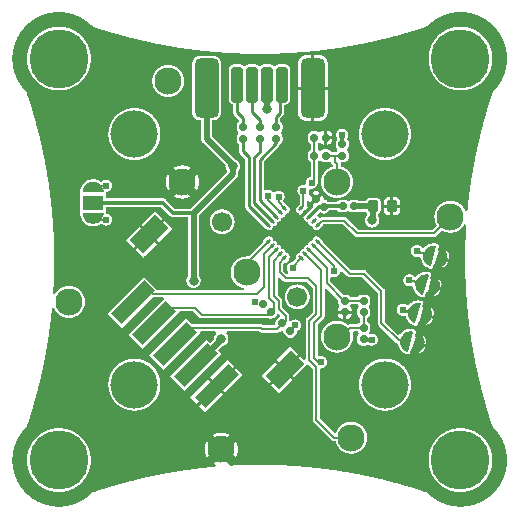
<source format=gbl>
G04*
G04 #@! TF.GenerationSoftware,Altium Limited,Altium Designer,19.0.10 (269)*
G04*
G04 Layer_Physical_Order=2*
G04 Layer_Color=16711680*
%FSLAX25Y25*%
%MOIN*%
G70*
G01*
G75*
%ADD10C,0.01000*%
%ADD16C,0.01200*%
%ADD17C,0.02000*%
%ADD18C,0.00800*%
%ADD19C,0.09055*%
%ADD20C,0.06693*%
%ADD21C,0.15748*%
%ADD22C,0.19685*%
%ADD23C,0.02400*%
%ADD24C,0.03200*%
%ADD25C,0.02559*%
%ADD26R,0.07043X0.04600*%
%ADD27O,0.03937X0.01968*%
G04:AMPARAMS|DCode=28|XSize=80mil|YSize=200mil|CornerRadius=20mil|HoleSize=0mil|Usage=FLASHONLY|Rotation=180.000|XOffset=0mil|YOffset=0mil|HoleType=Round|Shape=RoundedRectangle|*
%AMROUNDEDRECTD28*
21,1,0.08000,0.16000,0,0,180.0*
21,1,0.04000,0.20000,0,0,180.0*
1,1,0.04000,-0.02000,0.08000*
1,1,0.04000,0.02000,0.08000*
1,1,0.04000,0.02000,-0.08000*
1,1,0.04000,-0.02000,-0.08000*
%
%ADD28ROUNDEDRECTD28*%
G04:AMPARAMS|DCode=29|XSize=24.5mil|YSize=26mil|CornerRadius=6.13mil|HoleSize=0mil|Usage=FLASHONLY|Rotation=135.000|XOffset=0mil|YOffset=0mil|HoleType=Round|Shape=RoundedRectangle|*
%AMROUNDEDRECTD29*
21,1,0.02450,0.01375,0,0,135.0*
21,1,0.01225,0.02600,0,0,135.0*
1,1,0.01225,0.00053,0.00919*
1,1,0.01225,0.00919,0.00053*
1,1,0.01225,-0.00053,-0.00919*
1,1,0.01225,-0.00919,-0.00053*
%
%ADD29ROUNDEDRECTD29*%
G04:AMPARAMS|DCode=30|XSize=62.99mil|YSize=118.11mil|CornerRadius=0mil|HoleSize=0mil|Usage=FLASHONLY|Rotation=315.000|XOffset=0mil|YOffset=0mil|HoleType=Round|Shape=Rectangle|*
%AMROTATEDRECTD30*
4,1,4,-0.06403,-0.01949,0.01949,0.06403,0.06403,0.01949,-0.01949,-0.06403,-0.06403,-0.01949,0.0*
%
%ADD30ROTATEDRECTD30*%

G04:AMPARAMS|DCode=31|XSize=51.18mil|YSize=157.48mil|CornerRadius=0mil|HoleSize=0mil|Usage=FLASHONLY|Rotation=315.000|XOffset=0mil|YOffset=0mil|HoleType=Round|Shape=Rectangle|*
%AMROTATEDRECTD31*
4,1,4,-0.07377,-0.03758,0.03758,0.07377,0.07377,0.03758,-0.03758,-0.07377,-0.07377,-0.03758,0.0*
%
%ADD31ROTATEDRECTD31*%

G04:AMPARAMS|DCode=32|XSize=35mil|YSize=41mil|CornerRadius=8.75mil|HoleSize=0mil|Usage=FLASHONLY|Rotation=0.000|XOffset=0mil|YOffset=0mil|HoleType=Round|Shape=RoundedRectangle|*
%AMROUNDEDRECTD32*
21,1,0.03500,0.02350,0,0,0.0*
21,1,0.01750,0.04100,0,0,0.0*
1,1,0.01750,0.00875,-0.01175*
1,1,0.01750,-0.00875,-0.01175*
1,1,0.01750,-0.00875,0.01175*
1,1,0.01750,0.00875,0.01175*
%
%ADD32ROUNDEDRECTD32*%
G04:AMPARAMS|DCode=33|XSize=39.37mil|YSize=118.11mil|CornerRadius=9.84mil|HoleSize=0mil|Usage=FLASHONLY|Rotation=180.000|XOffset=0mil|YOffset=0mil|HoleType=Round|Shape=RoundedRectangle|*
%AMROUNDEDRECTD33*
21,1,0.03937,0.09843,0,0,180.0*
21,1,0.01968,0.11811,0,0,180.0*
1,1,0.01968,-0.00984,0.04921*
1,1,0.01968,0.00984,0.04921*
1,1,0.01968,0.00984,-0.04921*
1,1,0.01968,-0.00984,-0.04921*
%
%ADD33ROUNDEDRECTD33*%
G04:AMPARAMS|DCode=34|XSize=24.5mil|YSize=26mil|CornerRadius=6.13mil|HoleSize=0mil|Usage=FLASHONLY|Rotation=90.000|XOffset=0mil|YOffset=0mil|HoleType=Round|Shape=RoundedRectangle|*
%AMROUNDEDRECTD34*
21,1,0.02450,0.01375,0,0,90.0*
21,1,0.01225,0.02600,0,0,90.0*
1,1,0.01225,0.00688,0.00613*
1,1,0.01225,0.00688,-0.00613*
1,1,0.01225,-0.00688,-0.00613*
1,1,0.01225,-0.00688,0.00613*
%
%ADD34ROUNDEDRECTD34*%
G04:AMPARAMS|DCode=35|XSize=24.5mil|YSize=26mil|CornerRadius=6.13mil|HoleSize=0mil|Usage=FLASHONLY|Rotation=180.000|XOffset=0mil|YOffset=0mil|HoleType=Round|Shape=RoundedRectangle|*
%AMROUNDEDRECTD35*
21,1,0.02450,0.01375,0,0,180.0*
21,1,0.01225,0.02600,0,0,180.0*
1,1,0.01225,-0.00613,0.00688*
1,1,0.01225,0.00613,0.00688*
1,1,0.01225,0.00613,-0.00688*
1,1,0.01225,-0.00613,-0.00688*
%
%ADD35ROUNDEDRECTD35*%
%ADD36P,0.15033X4X180.0*%
G04:AMPARAMS|DCode=37|XSize=9.84mil|YSize=23.62mil|CornerRadius=0mil|HoleSize=0mil|Usage=FLASHONLY|Rotation=135.000|XOffset=0mil|YOffset=0mil|HoleType=Round|Shape=Round|*
%AMOVALD37*
21,1,0.01378,0.00984,0.00000,0.00000,225.0*
1,1,0.00984,0.00487,0.00487*
1,1,0.00984,-0.00487,-0.00487*
%
%ADD37OVALD37*%

G04:AMPARAMS|DCode=38|XSize=9.84mil|YSize=23.62mil|CornerRadius=0mil|HoleSize=0mil|Usage=FLASHONLY|Rotation=45.000|XOffset=0mil|YOffset=0mil|HoleType=Round|Shape=Round|*
%AMOVALD38*
21,1,0.01378,0.00984,0.00000,0.00000,135.0*
1,1,0.00984,0.00487,-0.00487*
1,1,0.00984,-0.00487,0.00487*
%
%ADD38OVALD38*%

G04:AMPARAMS|DCode=39|XSize=19.68mil|YSize=39.37mil|CornerRadius=0mil|HoleSize=0mil|Usage=FLASHONLY|Rotation=165.000|XOffset=0mil|YOffset=0mil|HoleType=Round|Shape=Round|*
%AMOVALD39*
21,1,0.01968,0.01968,0.00000,0.00000,255.0*
1,1,0.01968,0.00255,0.00951*
1,1,0.01968,-0.00255,-0.00951*
%
%ADD39OVALD39*%

G36*
X-66818Y82432D02*
X-66708Y82431D01*
X-66597Y82429D01*
X-66486Y82426D01*
X-66376Y82423D01*
X-66265Y82418D01*
X-66155Y82413D01*
X-66044Y82407D01*
X-65934Y82400D01*
X-65823Y82393D01*
X-65713Y82385D01*
X-65602Y82376D01*
X-65492Y82366D01*
X-65382Y82355D01*
X-65272Y82344D01*
X-65162Y82331D01*
X-65052Y82318D01*
X-64942Y82305D01*
X-64832Y82290D01*
X-64723Y82275D01*
X-64613Y82258D01*
X-64504Y82242D01*
X-64395Y82224D01*
X-64285Y82205D01*
X-64176Y82186D01*
X-64068Y82166D01*
X-63959Y82145D01*
X-63850Y82124D01*
X-63742Y82101D01*
X-63634Y82078D01*
X-63526Y82054D01*
X-63418Y82029D01*
X-63310Y82004D01*
X-63202Y81978D01*
X-63095Y81951D01*
X-62988Y81923D01*
X-62881Y81895D01*
X-62774Y81865D01*
X-62668Y81835D01*
X-62561Y81804D01*
X-62455Y81773D01*
X-62349Y81740D01*
X-62244Y81708D01*
X-62138Y81674D01*
X-62033Y81639D01*
X-61928Y81604D01*
X-61824Y81568D01*
X-61719Y81531D01*
X-61615Y81493D01*
X-61511Y81455D01*
X-61408Y81416D01*
X-61304Y81376D01*
X-61201Y81336D01*
X-61099Y81294D01*
X-60996Y81252D01*
X-60894Y81210D01*
X-60792Y81166D01*
X-60691Y81122D01*
X-60590Y81077D01*
X-60489Y81031D01*
X-60388Y80985D01*
X-60288Y80938D01*
X-60188Y80890D01*
X-60089Y80842D01*
X-59990Y80793D01*
X-59891Y80743D01*
X-59792Y80692D01*
X-59694Y80641D01*
X-59597Y80589D01*
X-59499Y80536D01*
X-59402Y80483D01*
X-59306Y80429D01*
X-59210Y80374D01*
X-59114Y80318D01*
X-59018Y80262D01*
X-58923Y80205D01*
X-58829Y80148D01*
X-58735Y80090D01*
X-58641Y80031D01*
X-58547Y79971D01*
X-58455Y79911D01*
X-58362Y79850D01*
X-58270Y79789D01*
X-58178Y79727D01*
X-58087Y79664D01*
X-57997Y79600D01*
X-57906Y79536D01*
X-57816Y79472D01*
X-57727Y79406D01*
X-57638Y79340D01*
X-57550Y79273D01*
X-57462Y79206D01*
X-57375Y79138D01*
X-57288Y79070D01*
X-57201Y79001D01*
X-57115Y78931D01*
X-57030Y78860D01*
X-56945Y78790D01*
X-56861Y78718D01*
X-56777Y78646D01*
X-56693Y78573D01*
X-56610Y78500D01*
X-56528Y78426D01*
X-56446Y78351D01*
X-56365Y78276D01*
X-56284Y78200D01*
X-56204Y78124D01*
X-56124Y78047D01*
X-56045Y77970D01*
X-55980Y77905D01*
X-55972Y77897D01*
X-55972Y77897D01*
X-55967Y77891D01*
X-55967Y77891D01*
X-55945Y77870D01*
X-55945Y77870D01*
X-55923Y77850D01*
X-55923Y77850D01*
X-55900Y77829D01*
X-55876Y77810D01*
X-55853Y77791D01*
X-55828Y77773D01*
X-55804Y77755D01*
X-55778Y77738D01*
X-55753Y77722D01*
X-55727Y77706D01*
X-55700Y77691D01*
X-55674Y77676D01*
X-55647Y77663D01*
X-55619Y77650D01*
X-55591Y77637D01*
X-55563Y77626D01*
X-55535Y77615D01*
X-55506Y77605D01*
X-55502Y77603D01*
X-55502Y77603D01*
X-55502Y77603D01*
X-55234Y77513D01*
X-54881Y77395D01*
X-54528Y77277D01*
X-54174Y77161D01*
X-53820Y77045D01*
X-53466Y76930D01*
X-53112Y76815D01*
X-52758Y76702D01*
X-52403Y76589D01*
X-52048Y76477D01*
X-51692Y76366D01*
X-51337Y76255D01*
X-50981Y76145D01*
X-50625Y76036D01*
X-50269Y75928D01*
X-49913Y75820D01*
X-49556Y75714D01*
X-49199Y75608D01*
X-48842Y75503D01*
X-48485Y75398D01*
X-48127Y75294D01*
X-47770Y75191D01*
X-47412Y75089D01*
X-47053Y74988D01*
X-46695Y74888D01*
X-46336Y74788D01*
X-45978Y74689D01*
X-45618Y74590D01*
X-45259Y74493D01*
X-44900Y74396D01*
X-44540Y74300D01*
X-44180Y74205D01*
X-43820Y74111D01*
X-43460Y74017D01*
X-43099Y73924D01*
X-42739Y73832D01*
X-42378Y73741D01*
X-42017Y73650D01*
X-41655Y73560D01*
X-41294Y73471D01*
X-40932Y73383D01*
X-40570Y73296D01*
X-40208Y73209D01*
X-39846Y73123D01*
X-39484Y73038D01*
X-39121Y72953D01*
X-38758Y72870D01*
X-38395Y72787D01*
X-38032Y72705D01*
X-37669Y72624D01*
X-37305Y72544D01*
X-36942Y72464D01*
X-36578Y72385D01*
X-36214Y72307D01*
X-35850Y72230D01*
X-35486Y72153D01*
X-35121Y72077D01*
X-34756Y72002D01*
X-34392Y71928D01*
X-34027Y71855D01*
X-33661Y71782D01*
X-33296Y71710D01*
X-32931Y71639D01*
X-32565Y71569D01*
X-32199Y71499D01*
X-31834Y71431D01*
X-31468Y71363D01*
X-31101Y71296D01*
X-30735Y71229D01*
X-30369Y71164D01*
X-30002Y71099D01*
X-29635Y71035D01*
X-29269Y70972D01*
X-28901Y70909D01*
X-28534Y70848D01*
X-28167Y70787D01*
X-27800Y70727D01*
X-27432Y70668D01*
X-27065Y70609D01*
X-26697Y70551D01*
X-26329Y70495D01*
X-25961Y70438D01*
X-25593Y70383D01*
X-25225Y70329D01*
X-24856Y70275D01*
X-24488Y70222D01*
X-24119Y70170D01*
X-23750Y70118D01*
X-23381Y70068D01*
X-23013Y70018D01*
X-22644Y69969D01*
X-22274Y69921D01*
X-21905Y69873D01*
X-21536Y69827D01*
X-21166Y69781D01*
X-20797Y69736D01*
X-20427Y69692D01*
X-20057Y69648D01*
X-19688Y69606D01*
X-19318Y69564D01*
X-18948Y69523D01*
X-18578Y69482D01*
X-18208Y69443D01*
X-17837Y69404D01*
X-17467Y69367D01*
X-17097Y69329D01*
X-16726Y69293D01*
X-16355Y69258D01*
X-15985Y69223D01*
X-15614Y69189D01*
X-15243Y69156D01*
X-14873Y69124D01*
X-14502Y69092D01*
X-14130Y69061D01*
X-13759Y69032D01*
X-13388Y69002D01*
X-13017Y68974D01*
X-12646Y68946D01*
X-12275Y68920D01*
X-11903Y68894D01*
X-11532Y68869D01*
X-11160Y68844D01*
X-10789Y68821D01*
X-10417Y68798D01*
X-10046Y68776D01*
X-9674Y68755D01*
X-9302Y68735D01*
X-8930Y68715D01*
X-8559Y68696D01*
X-8187Y68678D01*
X-7815Y68661D01*
X-7443Y68645D01*
X-7071Y68629D01*
X-6699Y68614D01*
X-6327Y68600D01*
X-5955Y68587D01*
X-5583Y68575D01*
X-5211Y68563D01*
X-4839Y68552D01*
X-4467Y68542D01*
X-4095Y68533D01*
X-3722Y68525D01*
X-3350Y68517D01*
X-2978Y68511D01*
X-2606Y68505D01*
X-2234Y68499D01*
X-1861Y68495D01*
X-1489Y68491D01*
X-1117Y68489D01*
X-745Y68486D01*
X-372Y68485D01*
X-0Y68485D01*
X372Y68485D01*
X745Y68486D01*
X1117Y68489D01*
X1489Y68491D01*
X1861Y68495D01*
X2234Y68499D01*
X2606Y68505D01*
X2978Y68511D01*
X3350Y68517D01*
X3722Y68525D01*
X4095Y68533D01*
X4467Y68542D01*
X4839Y68552D01*
X5211Y68563D01*
X5583Y68575D01*
X5955Y68587D01*
X6327Y68600D01*
X6699Y68614D01*
X7071Y68629D01*
X7443Y68645D01*
X7815Y68661D01*
X8187Y68678D01*
X8559Y68696D01*
X8930Y68715D01*
X9302Y68735D01*
X9674Y68755D01*
X10046Y68776D01*
X10417Y68798D01*
X10789Y68821D01*
X11160Y68844D01*
X11532Y68869D01*
X11903Y68894D01*
X12274Y68920D01*
X12646Y68946D01*
X13017Y68974D01*
X13388Y69002D01*
X13759Y69032D01*
X14130Y69061D01*
X14501Y69092D01*
X14872Y69124D01*
X15243Y69156D01*
X15614Y69189D01*
X15985Y69223D01*
X16355Y69258D01*
X16726Y69293D01*
X17097Y69329D01*
X17467Y69367D01*
X17837Y69404D01*
X18207Y69443D01*
X18578Y69482D01*
X18948Y69523D01*
X19318Y69564D01*
X19688Y69606D01*
X20057Y69648D01*
X20427Y69692D01*
X20797Y69736D01*
X21166Y69781D01*
X21536Y69827D01*
X21905Y69873D01*
X22274Y69921D01*
X22644Y69969D01*
X23012Y70018D01*
X23381Y70068D01*
X23750Y70118D01*
X24119Y70170D01*
X24488Y70222D01*
X24856Y70275D01*
X25224Y70329D01*
X25593Y70383D01*
X25961Y70438D01*
X26329Y70495D01*
X26697Y70551D01*
X27064Y70609D01*
X27432Y70668D01*
X27800Y70727D01*
X28167Y70787D01*
X28534Y70848D01*
X28901Y70909D01*
X29268Y70972D01*
X29635Y71035D01*
X30002Y71099D01*
X30369Y71164D01*
X30735Y71229D01*
X31101Y71296D01*
X31468Y71363D01*
X31834Y71431D01*
X32199Y71499D01*
X32565Y71569D01*
X32931Y71639D01*
X33296Y71710D01*
X33661Y71782D01*
X34027Y71855D01*
X34391Y71928D01*
X34756Y72002D01*
X35121Y72077D01*
X35485Y72153D01*
X35850Y72230D01*
X36214Y72307D01*
X36578Y72385D01*
X36942Y72464D01*
X37305Y72544D01*
X37669Y72624D01*
X38032Y72705D01*
X38395Y72787D01*
X38758Y72870D01*
X39121Y72953D01*
X39483Y73038D01*
X39846Y73123D01*
X40208Y73209D01*
X40570Y73296D01*
X40932Y73383D01*
X41294Y73471D01*
X41655Y73560D01*
X42016Y73650D01*
X42377Y73741D01*
X42738Y73832D01*
X43099Y73924D01*
X43460Y74017D01*
X43820Y74111D01*
X44180Y74205D01*
X44540Y74300D01*
X44900Y74396D01*
X45259Y74493D01*
X45618Y74590D01*
X45977Y74689D01*
X46336Y74788D01*
X46695Y74888D01*
X47053Y74988D01*
X47412Y75089D01*
X47769Y75191D01*
X48127Y75294D01*
X48485Y75398D01*
X48842Y75503D01*
X49199Y75608D01*
X49556Y75714D01*
X49913Y75820D01*
X50269Y75928D01*
X50625Y76036D01*
X50981Y76145D01*
X51337Y76255D01*
X51692Y76366D01*
X52048Y76477D01*
X52403Y76589D01*
X52757Y76702D01*
X53112Y76815D01*
X53466Y76930D01*
X53820Y77045D01*
X54174Y77161D01*
X54527Y77277D01*
X54881Y77395D01*
X55234Y77513D01*
X55488Y77599D01*
X55499Y77602D01*
X55499Y77602D01*
X55506Y77605D01*
X55506Y77605D01*
X55535Y77615D01*
X55535Y77615D01*
X55563Y77626D01*
X55563Y77626D01*
X55591Y77637D01*
X55591Y77637D01*
X55619Y77650D01*
X55619Y77650D01*
X55647Y77663D01*
X55647Y77663D01*
X55674Y77676D01*
X55674Y77676D01*
X55700Y77691D01*
X55701Y77691D01*
X55727Y77706D01*
X55727Y77706D01*
X55753Y77722D01*
X55753Y77722D01*
X55778Y77738D01*
X55779Y77738D01*
X55804Y77755D01*
X55804Y77755D01*
X55828Y77773D01*
X55828Y77773D01*
X55853Y77791D01*
X55853Y77791D01*
X55876Y77810D01*
X55877Y77810D01*
X55900Y77829D01*
X55900Y77830D01*
X55923Y77850D01*
X55923Y77850D01*
X55945Y77870D01*
X55967Y77891D01*
X56396Y78304D01*
X56446Y78351D01*
X56528Y78426D01*
X56610Y78500D01*
X56693Y78573D01*
X56777Y78646D01*
X56861Y78718D01*
X56945Y78790D01*
X57030Y78860D01*
X57115Y78931D01*
X57201Y79001D01*
X57288Y79070D01*
X57375Y79138D01*
X57462Y79206D01*
X57550Y79273D01*
X57638Y79340D01*
X57727Y79406D01*
X57816Y79472D01*
X57906Y79536D01*
X57997Y79600D01*
X58087Y79664D01*
X58178Y79727D01*
X58270Y79789D01*
X58362Y79850D01*
X58455Y79911D01*
X58547Y79971D01*
X58641Y80031D01*
X58735Y80090D01*
X58829Y80148D01*
X58923Y80205D01*
X59018Y80262D01*
X59114Y80318D01*
X59210Y80374D01*
X59306Y80429D01*
X59402Y80483D01*
X59499Y80536D01*
X59597Y80589D01*
X59694Y80641D01*
X59792Y80692D01*
X59891Y80743D01*
X59990Y80793D01*
X60089Y80842D01*
X60188Y80890D01*
X60288Y80938D01*
X60388Y80985D01*
X60489Y81031D01*
X60590Y81077D01*
X60691Y81122D01*
X60792Y81166D01*
X60894Y81210D01*
X60996Y81252D01*
X61099Y81294D01*
X61201Y81336D01*
X61304Y81376D01*
X61408Y81416D01*
X61511Y81455D01*
X61615Y81493D01*
X61719Y81531D01*
X61824Y81568D01*
X61928Y81604D01*
X62033Y81639D01*
X62138Y81674D01*
X62244Y81708D01*
X62349Y81740D01*
X62455Y81773D01*
X62561Y81804D01*
X62668Y81835D01*
X62774Y81865D01*
X62881Y81895D01*
X62988Y81923D01*
X63095Y81951D01*
X63202Y81978D01*
X63310Y82004D01*
X63418Y82029D01*
X63526Y82054D01*
X63634Y82078D01*
X63742Y82101D01*
X63850Y82124D01*
X63959Y82145D01*
X64068Y82166D01*
X64176Y82186D01*
X64285Y82205D01*
X64395Y82224D01*
X64504Y82241D01*
X64613Y82258D01*
X64723Y82275D01*
X64832Y82290D01*
X64942Y82305D01*
X65052Y82318D01*
X65162Y82331D01*
X65272Y82344D01*
X65382Y82355D01*
X65492Y82366D01*
X65602Y82376D01*
X65713Y82385D01*
X65823Y82393D01*
X65934Y82400D01*
X66044Y82407D01*
X66155Y82413D01*
X66265Y82418D01*
X66376Y82423D01*
X66486Y82426D01*
X66597Y82429D01*
X66708Y82431D01*
X66818Y82432D01*
X66929Y82432D01*
X67040Y82432D01*
X67150Y82431D01*
X67261Y82429D01*
X67372Y82426D01*
X67483Y82423D01*
X67593Y82418D01*
X67704Y82413D01*
X67814Y82407D01*
X67925Y82400D01*
X68035Y82393D01*
X68146Y82385D01*
X68256Y82376D01*
X68366Y82366D01*
X68476Y82355D01*
X68586Y82344D01*
X68696Y82331D01*
X68806Y82318D01*
X68916Y82305D01*
X69026Y82290D01*
X69135Y82275D01*
X69245Y82258D01*
X69354Y82241D01*
X69464Y82224D01*
X69573Y82205D01*
X69682Y82186D01*
X69791Y82166D01*
X69899Y82145D01*
X70008Y82124D01*
X70116Y82101D01*
X70225Y82078D01*
X70333Y82054D01*
X70441Y82029D01*
X70548Y82004D01*
X70656Y81978D01*
X70763Y81951D01*
X70870Y81923D01*
X70977Y81895D01*
X71084Y81865D01*
X71191Y81835D01*
X71297Y81804D01*
X71403Y81773D01*
X71509Y81740D01*
X71614Y81708D01*
X71720Y81674D01*
X71825Y81639D01*
X71930Y81604D01*
X72035Y81568D01*
X72139Y81531D01*
X72243Y81493D01*
X72347Y81455D01*
X72451Y81416D01*
X72554Y81376D01*
X72657Y81336D01*
X72760Y81294D01*
X72862Y81252D01*
X72964Y81210D01*
X73066Y81166D01*
X73167Y81122D01*
X73269Y81077D01*
X73369Y81031D01*
X73470Y80985D01*
X73570Y80938D01*
X73670Y80890D01*
X73769Y80842D01*
X73869Y80793D01*
X73967Y80743D01*
X74066Y80692D01*
X74164Y80641D01*
X74262Y80589D01*
X74359Y80536D01*
X74456Y80483D01*
X74553Y80429D01*
X74649Y80374D01*
X74745Y80318D01*
X74840Y80262D01*
X74935Y80205D01*
X75030Y80148D01*
X75124Y80090D01*
X75217Y80031D01*
X75311Y79971D01*
X75404Y79911D01*
X75496Y79850D01*
X75588Y79789D01*
X75680Y79727D01*
X75771Y79664D01*
X75862Y79600D01*
X75952Y79536D01*
X76042Y79472D01*
X76131Y79406D01*
X76220Y79340D01*
X76308Y79273D01*
X76396Y79206D01*
X76484Y79138D01*
X76570Y79070D01*
X76657Y79001D01*
X76743Y78931D01*
X76828Y78860D01*
X76913Y78790D01*
X76998Y78718D01*
X77082Y78646D01*
X77165Y78573D01*
X77248Y78500D01*
X77330Y78426D01*
X77412Y78351D01*
X77493Y78276D01*
X77574Y78200D01*
X77654Y78124D01*
X77734Y78047D01*
X77813Y77970D01*
X77892Y77892D01*
X77970Y77813D01*
X78047Y77734D01*
X78124Y77654D01*
X78200Y77574D01*
X78276Y77493D01*
X78351Y77412D01*
X78426Y77330D01*
X78500Y77248D01*
X78573Y77165D01*
X78646Y77082D01*
X78718Y76998D01*
X78790Y76913D01*
X78860Y76828D01*
X78931Y76743D01*
X79001Y76657D01*
X79070Y76570D01*
X79138Y76484D01*
X79206Y76396D01*
X79273Y76308D01*
X79340Y76220D01*
X79406Y76131D01*
X79472Y76042D01*
X79536Y75952D01*
X79600Y75862D01*
X79664Y75771D01*
X79727Y75680D01*
X79789Y75588D01*
X79850Y75496D01*
X79911Y75404D01*
X79971Y75311D01*
X80031Y75217D01*
X80090Y75124D01*
X80148Y75030D01*
X80205Y74935D01*
X80262Y74840D01*
X80318Y74745D01*
X80374Y74649D01*
X80429Y74553D01*
X80483Y74456D01*
X80536Y74359D01*
X80589Y74262D01*
X80641Y74164D01*
X80692Y74066D01*
X80743Y73967D01*
X80793Y73869D01*
X80842Y73769D01*
X80890Y73670D01*
X80938Y73570D01*
X80985Y73470D01*
X81031Y73369D01*
X81077Y73269D01*
X81122Y73167D01*
X81166Y73066D01*
X81210Y72964D01*
X81252Y72862D01*
X81294Y72760D01*
X81336Y72657D01*
X81376Y72554D01*
X81416Y72451D01*
X81455Y72347D01*
X81493Y72243D01*
X81531Y72139D01*
X81568Y72035D01*
X81604Y71930D01*
X81639Y71825D01*
X81674Y71720D01*
X81708Y71614D01*
X81740Y71509D01*
X81773Y71403D01*
X81804Y71297D01*
X81835Y71191D01*
X81865Y71084D01*
X81895Y70977D01*
X81923Y70870D01*
X81951Y70763D01*
X81978Y70656D01*
X82004Y70548D01*
X82029Y70441D01*
X82054Y70333D01*
X82078Y70225D01*
X82101Y70116D01*
X82124Y70008D01*
X82145Y69899D01*
X82166Y69791D01*
X82186Y69682D01*
X82205Y69573D01*
X82224Y69464D01*
X82241Y69354D01*
X82258Y69245D01*
X82275Y69135D01*
X82290Y69026D01*
X82305Y68916D01*
X82318Y68806D01*
X82331Y68696D01*
X82344Y68586D01*
X82355Y68476D01*
X82366Y68366D01*
X82376Y68256D01*
X82385Y68146D01*
X82393Y68035D01*
X82400Y67925D01*
X82407Y67814D01*
X82413Y67704D01*
X82418Y67593D01*
X82423Y67483D01*
X82426Y67372D01*
X82429Y67261D01*
X82431Y67150D01*
X82432Y67040D01*
X82432Y66929D01*
X82432Y66818D01*
X82431Y66708D01*
X82429Y66597D01*
X82426Y66486D01*
X82423Y66376D01*
X82418Y66265D01*
X82413Y66155D01*
X82407Y66044D01*
X82400Y65934D01*
X82393Y65823D01*
X82385Y65713D01*
X82376Y65602D01*
X82366Y65492D01*
X82355Y65382D01*
X82344Y65272D01*
X82331Y65162D01*
X82318Y65052D01*
X82305Y64942D01*
X82290Y64832D01*
X82275Y64723D01*
X82258Y64613D01*
X82241Y64504D01*
X82224Y64395D01*
X82205Y64285D01*
X82186Y64176D01*
X82166Y64068D01*
X82145Y63959D01*
X82124Y63850D01*
X82101Y63742D01*
X82078Y63634D01*
X82054Y63526D01*
X82029Y63418D01*
X82004Y63310D01*
X81978Y63202D01*
X81951Y63095D01*
X81923Y62988D01*
X81895Y62881D01*
X81865Y62774D01*
X81835Y62668D01*
X81804Y62561D01*
X81773Y62455D01*
X81740Y62349D01*
X81708Y62244D01*
X81674Y62138D01*
X81639Y62033D01*
X81604Y61928D01*
X81568Y61824D01*
X81531Y61719D01*
X81493Y61615D01*
X81455Y61511D01*
X81416Y61408D01*
X81376Y61304D01*
X81336Y61201D01*
X81294Y61099D01*
X81252Y60996D01*
X81210Y60894D01*
X81166Y60792D01*
X81122Y60691D01*
X81077Y60590D01*
X81031Y60489D01*
X80985Y60388D01*
X80938Y60288D01*
X80890Y60188D01*
X80842Y60089D01*
X80793Y59990D01*
X80743Y59891D01*
X80692Y59792D01*
X80641Y59694D01*
X80589Y59597D01*
X80536Y59499D01*
X80483Y59402D01*
X80429Y59306D01*
X80374Y59210D01*
X80318Y59114D01*
X80262Y59018D01*
X80205Y58923D01*
X80148Y58829D01*
X80090Y58735D01*
X80031Y58641D01*
X79971Y58547D01*
X79911Y58455D01*
X79850Y58362D01*
X79789Y58270D01*
X79727Y58178D01*
X79664Y58087D01*
X79600Y57997D01*
X79536Y57906D01*
X79472Y57816D01*
X79406Y57727D01*
X79340Y57638D01*
X79273Y57550D01*
X79206Y57462D01*
X79138Y57375D01*
X79070Y57288D01*
X79001Y57201D01*
X78931Y57115D01*
X78860Y57030D01*
X78790Y56945D01*
X78718Y56861D01*
X78646Y56777D01*
X78573Y56693D01*
X78500Y56610D01*
X78426Y56528D01*
X78351Y56446D01*
X78276Y56365D01*
X78200Y56284D01*
X78124Y56204D01*
X78047Y56124D01*
X77970Y56045D01*
X77904Y55980D01*
X77896Y55972D01*
X77896Y55971D01*
X77891Y55967D01*
X77891Y55967D01*
X77870Y55945D01*
X77870Y55945D01*
X77850Y55923D01*
X77850Y55923D01*
X77829Y55900D01*
X77810Y55876D01*
X77791Y55853D01*
X77773Y55828D01*
X77755Y55804D01*
X77738Y55778D01*
X77722Y55753D01*
X77706Y55727D01*
X77691Y55700D01*
X77676Y55674D01*
X77663Y55647D01*
X77650Y55619D01*
X77637Y55591D01*
X77626Y55563D01*
X77615Y55535D01*
X77605Y55506D01*
X77603Y55502D01*
X77603Y55502D01*
X77603Y55502D01*
X77513Y55234D01*
X77395Y54881D01*
X77277Y54528D01*
X77161Y54174D01*
X77045Y53820D01*
X76930Y53466D01*
X76815Y53112D01*
X76702Y52758D01*
X76589Y52403D01*
X76477Y52048D01*
X76366Y51692D01*
X76255Y51337D01*
X76145Y50981D01*
X76036Y50625D01*
X75928Y50269D01*
X75820Y49913D01*
X75714Y49556D01*
X75608Y49199D01*
X75503Y48842D01*
X75398Y48485D01*
X75294Y48127D01*
X75191Y47770D01*
X75089Y47412D01*
X74988Y47053D01*
X74888Y46695D01*
X74788Y46336D01*
X74689Y45978D01*
X74590Y45618D01*
X74493Y45259D01*
X74396Y44900D01*
X74300Y44540D01*
X74205Y44180D01*
X74111Y43820D01*
X74017Y43460D01*
X73924Y43099D01*
X73832Y42739D01*
X73741Y42378D01*
X73650Y42017D01*
X73560Y41655D01*
X73471Y41294D01*
X73383Y40932D01*
X73296Y40570D01*
X73209Y40208D01*
X73123Y39846D01*
X73038Y39484D01*
X72953Y39121D01*
X72870Y38758D01*
X72787Y38395D01*
X72705Y38032D01*
X72624Y37669D01*
X72544Y37305D01*
X72464Y36942D01*
X72385Y36578D01*
X72307Y36214D01*
X72230Y35850D01*
X72153Y35486D01*
X72077Y35121D01*
X72002Y34756D01*
X71928Y34392D01*
X71855Y34027D01*
X71782Y33661D01*
X71710Y33296D01*
X71639Y32931D01*
X71569Y32565D01*
X71499Y32199D01*
X71431Y31834D01*
X71363Y31468D01*
X71296Y31101D01*
X71229Y30735D01*
X71164Y30369D01*
X71099Y30002D01*
X71035Y29635D01*
X70972Y29269D01*
X70909Y28901D01*
X70848Y28534D01*
X70787Y28167D01*
X70727Y27800D01*
X70668Y27432D01*
X70609Y27065D01*
X70551Y26697D01*
X70495Y26329D01*
X70438Y25961D01*
X70383Y25593D01*
X70329Y25225D01*
X70275Y24856D01*
X70222Y24488D01*
X70170Y24119D01*
X70118Y23750D01*
X70068Y23381D01*
X70018Y23013D01*
X69969Y22644D01*
X69921Y22274D01*
X69873Y21905D01*
X69827Y21536D01*
X69781Y21166D01*
X69736Y20797D01*
X69692Y20427D01*
X69648Y20057D01*
X69606Y19688D01*
X69564Y19318D01*
X69523Y18948D01*
X69482Y18578D01*
X69443Y18208D01*
X69404Y17837D01*
X69367Y17467D01*
X69329Y17097D01*
X69293Y16726D01*
X69258Y16355D01*
X69237Y16134D01*
X69193Y16115D01*
X69138Y16101D01*
X69080Y16093D01*
X69032Y16093D01*
X68987Y16098D01*
X68943Y16108D01*
X68900Y16123D01*
X68468Y16326D01*
X68442Y16384D01*
X68415Y16443D01*
X68388Y16501D01*
X68360Y16559D01*
X68331Y16616D01*
X68301Y16674D01*
X68271Y16730D01*
X68240Y16787D01*
X68208Y16843D01*
X68176Y16899D01*
X68143Y16954D01*
X68110Y17009D01*
X68075Y17063D01*
X68040Y17117D01*
X68005Y17171D01*
X67968Y17224D01*
X67932Y17277D01*
X67894Y17329D01*
X67856Y17381D01*
X67817Y17433D01*
X67778Y17483D01*
X67738Y17534D01*
X67697Y17584D01*
X67656Y17633D01*
X67614Y17682D01*
X67572Y17731D01*
X67529Y17779D01*
X67485Y17826D01*
X67441Y17873D01*
X67396Y17919D01*
X67351Y17965D01*
X67305Y18010D01*
X67259Y18055D01*
X67212Y18099D01*
X67165Y18143D01*
X67117Y18186D01*
X67068Y18228D01*
X67019Y18270D01*
X66970Y18311D01*
X66920Y18352D01*
X66870Y18392D01*
X66819Y18431D01*
X66767Y18470D01*
X66715Y18508D01*
X66663Y18545D01*
X66610Y18582D01*
X66557Y18619D01*
X66504Y18654D01*
X66449Y18689D01*
X66395Y18723D01*
X66340Y18757D01*
X66285Y18790D01*
X66229Y18822D01*
X66173Y18854D01*
X66117Y18885D01*
X66060Y18915D01*
X66003Y18945D01*
X65945Y18974D01*
X65887Y19002D01*
X65829Y19029D01*
X65771Y19056D01*
X65712Y19082D01*
X65652Y19107D01*
X65593Y19132D01*
X65533Y19156D01*
X65473Y19179D01*
X65413Y19202D01*
X65352Y19223D01*
X65291Y19244D01*
X65230Y19265D01*
X65169Y19284D01*
X65107Y19303D01*
X65046Y19321D01*
X64983Y19338D01*
X64921Y19355D01*
X64859Y19371D01*
X64796Y19386D01*
X64734Y19400D01*
X64671Y19413D01*
X64608Y19426D01*
X64544Y19438D01*
X64481Y19449D01*
X64417Y19460D01*
X64354Y19470D01*
X64290Y19478D01*
X64226Y19487D01*
X64162Y19494D01*
X64098Y19501D01*
X64034Y19506D01*
X63970Y19512D01*
X63906Y19516D01*
X63841Y19519D01*
X63777Y19522D01*
X63713Y19524D01*
X63648Y19525D01*
X63584Y19525D01*
X63520Y19525D01*
X63455Y19524D01*
X63391Y19522D01*
X63327Y19519D01*
X63262Y19516D01*
X63198Y19512D01*
X63134Y19506D01*
X63070Y19501D01*
X63006Y19494D01*
X62942Y19487D01*
X62878Y19478D01*
X62814Y19470D01*
X62751Y19460D01*
X62687Y19449D01*
X62624Y19438D01*
X62560Y19426D01*
X62497Y19413D01*
X62434Y19400D01*
X62371Y19386D01*
X62309Y19371D01*
X62247Y19355D01*
X62184Y19338D01*
X62122Y19321D01*
X62060Y19303D01*
X61999Y19284D01*
X61938Y19265D01*
X61876Y19244D01*
X61816Y19223D01*
X61755Y19202D01*
X61695Y19179D01*
X61635Y19156D01*
X61575Y19132D01*
X61515Y19107D01*
X61456Y19082D01*
X61397Y19056D01*
X61339Y19029D01*
X61281Y19002D01*
X61223Y18974D01*
X61165Y18945D01*
X61108Y18915D01*
X61051Y18885D01*
X60995Y18854D01*
X60939Y18822D01*
X60883Y18790D01*
X60828Y18757D01*
X60773Y18723D01*
X60718Y18689D01*
X60664Y18654D01*
X60611Y18619D01*
X60558Y18582D01*
X60505Y18545D01*
X60452Y18508D01*
X60401Y18470D01*
X60349Y18431D01*
X60298Y18392D01*
X60248Y18352D01*
X60198Y18311D01*
X60148Y18270D01*
X60100Y18228D01*
X60051Y18186D01*
X60003Y18143D01*
X59956Y18099D01*
X59909Y18055D01*
X59863Y18010D01*
X59817Y17965D01*
X59772Y17919D01*
X59727Y17873D01*
X59683Y17826D01*
X59639Y17779D01*
X59596Y17731D01*
X59554Y17682D01*
X59512Y17633D01*
X59471Y17584D01*
X59430Y17534D01*
X59390Y17483D01*
X59351Y17433D01*
X59312Y17381D01*
X59274Y17329D01*
X59236Y17277D01*
X59199Y17224D01*
X59163Y17171D01*
X59127Y17117D01*
X59093Y17063D01*
X59058Y17009D01*
X59025Y16954D01*
X58992Y16899D01*
X58959Y16843D01*
X58928Y16787D01*
X58897Y16730D01*
X58867Y16674D01*
X58837Y16616D01*
X58808Y16559D01*
X58780Y16501D01*
X58752Y16443D01*
X58726Y16384D01*
X58700Y16326D01*
X58674Y16266D01*
X58650Y16207D01*
X58626Y16147D01*
X58602Y16087D01*
X58580Y16027D01*
X58558Y15966D01*
X58537Y15905D01*
X58517Y15844D01*
X58498Y15783D01*
X58479Y15721D01*
X58461Y15659D01*
X58443Y15597D01*
X58427Y15535D01*
X58411Y15473D01*
X58396Y15410D01*
X58382Y15347D01*
X58368Y15284D01*
X58355Y15221D01*
X58343Y15158D01*
X58332Y15095D01*
X58322Y15031D01*
X58312Y14968D01*
X58303Y14904D01*
X58295Y14840D01*
X58288Y14776D01*
X58281Y14712D01*
X58275Y14648D01*
X58270Y14584D01*
X58266Y14520D01*
X58262Y14455D01*
X58260Y14391D01*
X58258Y14327D01*
X58257Y14262D01*
X58256Y14198D01*
X58257Y14133D01*
X58258Y14069D01*
X58260Y14005D01*
X58262Y13940D01*
X58266Y13876D01*
X58270Y13812D01*
X58275Y13748D01*
X58281Y13684D01*
X58288Y13620D01*
X58295Y13556D01*
X58303Y13492D01*
X58312Y13428D01*
X58322Y13364D01*
X58332Y13301D01*
X58343Y13238D01*
X58355Y13174D01*
X58368Y13111D01*
X58382Y13048D01*
X58396Y12985D01*
X58411Y12923D01*
X58427Y12860D01*
X58443Y12798D01*
X58461Y12736D01*
X58479Y12674D01*
X58498Y12613D01*
X58517Y12551D01*
X58537Y12490D01*
X58558Y12430D01*
X58580Y12369D01*
X58602Y12309D01*
X58626Y12248D01*
X58650Y12189D01*
X58674Y12129D01*
X58700Y12070D01*
X58726Y12011D01*
X58752Y11953D01*
X58780Y11895D01*
X58808Y11837D01*
X58837Y11779D01*
X58867Y11722D01*
X58897Y11665D01*
X58928Y11609D01*
X58959Y11553D01*
X58992Y11497D01*
X59025Y11442D01*
X59058Y11387D01*
X59065Y11376D01*
X57550Y9861D01*
X32841D01*
X29017Y13686D01*
X28995Y13707D01*
X28973Y13728D01*
X28950Y13748D01*
X28927Y13767D01*
X28903Y13786D01*
X28879Y13805D01*
X28854Y13822D01*
X28829Y13839D01*
X28803Y13856D01*
X28777Y13871D01*
X28751Y13886D01*
X28724Y13901D01*
X28697Y13915D01*
X28670Y13928D01*
X28642Y13940D01*
X28614Y13952D01*
X28585Y13963D01*
X28557Y13973D01*
X28528Y13982D01*
X28499Y13991D01*
X28469Y13999D01*
X28440Y14006D01*
X28410Y14013D01*
X28380Y14018D01*
X28350Y14024D01*
X28320Y14028D01*
X28290Y14031D01*
X28260Y14034D01*
X28229Y14036D01*
X28199Y14037D01*
X28168Y14037D01*
X20767D01*
X20737Y14037D01*
X20706Y14036D01*
X20676Y14034D01*
X20646Y14031D01*
X20616Y14028D01*
X20585Y14024D01*
X20556Y14018D01*
X20526Y14013D01*
X20496Y14006D01*
X20466Y13999D01*
X20437Y13991D01*
X20408Y13982D01*
X20379Y13973D01*
X20350Y13963D01*
X20322Y13952D01*
X20294Y13940D01*
X20266Y13928D01*
X20259Y13925D01*
X20204Y13907D01*
X20200Y13906D01*
X20129Y13895D01*
X20091Y13893D01*
X20090Y13893D01*
X20068Y13895D01*
X19983Y13907D01*
X19864Y13931D01*
X19725Y13970D01*
X19654Y13994D01*
X19637Y14001D01*
X19617Y14012D01*
X19587Y14031D01*
X19519Y14086D01*
X19496Y14111D01*
X19489Y14119D01*
X19469Y14144D01*
X19449Y14168D01*
X19428Y14192D01*
X19406Y14216D01*
X19384Y14238D01*
X19340Y14314D01*
X19321Y14362D01*
X19300Y14460D01*
X19269Y14789D01*
X19269Y14794D01*
X19269Y14800D01*
X19270Y14811D01*
X19271Y14822D01*
X19274Y14837D01*
X19278Y14853D01*
X19285Y14872D01*
X19309Y14930D01*
X19345Y15002D01*
X20174Y15832D01*
X20370Y15636D01*
X20394Y15613D01*
X20417Y15591D01*
X20442Y15569D01*
X20467Y15548D01*
X20492Y15528D01*
X20518Y15508D01*
X20544Y15488D01*
X20571Y15470D01*
X20598Y15451D01*
X20626Y15434D01*
X20653Y15417D01*
X20682Y15401D01*
X20710Y15385D01*
X20740Y15370D01*
X20769Y15356D01*
X20799Y15343D01*
X20829Y15330D01*
X20859Y15318D01*
X20889Y15306D01*
X20920Y15295D01*
X20951Y15285D01*
X20983Y15276D01*
X21014Y15268D01*
X21046Y15260D01*
X21078Y15253D01*
X21110Y15246D01*
X21142Y15241D01*
X21174Y15236D01*
X21206Y15232D01*
X21239Y15228D01*
X21271Y15226D01*
X21304Y15224D01*
X21337Y15223D01*
X21369Y15222D01*
X21402Y15223D01*
X21434Y15224D01*
X21467Y15226D01*
X21499Y15228D01*
X21532Y15232D01*
X21564Y15236D01*
X21597Y15241D01*
X21629Y15246D01*
X21661Y15253D01*
X21693Y15260D01*
X21724Y15268D01*
X21756Y15276D01*
X21787Y15285D01*
X21818Y15295D01*
X21849Y15306D01*
X21880Y15318D01*
X21910Y15330D01*
X21940Y15343D01*
X21970Y15356D01*
X21999Y15370D01*
X22028Y15385D01*
X22057Y15401D01*
X22085Y15417D01*
X22113Y15434D01*
X22140Y15451D01*
X22167Y15470D01*
X22194Y15488D01*
X22220Y15508D01*
X22246Y15528D01*
X22272Y15548D01*
X22297Y15569D01*
X22321Y15591D01*
X22345Y15613D01*
X22368Y15636D01*
X23048Y16316D01*
X25795D01*
X25797Y16313D01*
X25814Y16285D01*
X25831Y16258D01*
X25850Y16231D01*
X25868Y16204D01*
X25888Y16178D01*
X25908Y16152D01*
X25928Y16127D01*
X25949Y16102D01*
X25971Y16077D01*
X25993Y16053D01*
X26016Y16030D01*
X26040Y16007D01*
X26063Y15985D01*
X26088Y15963D01*
X26113Y15942D01*
X26138Y15922D01*
X26164Y15902D01*
X26190Y15882D01*
X26217Y15864D01*
X26244Y15845D01*
X26271Y15828D01*
X26299Y15811D01*
X26328Y15795D01*
X26356Y15779D01*
X26385Y15765D01*
X26415Y15750D01*
X26445Y15737D01*
X26474Y15724D01*
X26505Y15712D01*
X26535Y15700D01*
X26566Y15690D01*
X26597Y15680D01*
X26629Y15670D01*
X26660Y15662D01*
X26692Y15654D01*
X26724Y15647D01*
X26755Y15641D01*
X26788Y15635D01*
X26820Y15630D01*
X26852Y15626D01*
X26885Y15622D01*
X26917Y15620D01*
X26950Y15618D01*
X26982Y15617D01*
X27015Y15617D01*
X28240D01*
X28273Y15617D01*
X28305Y15618D01*
X28338Y15620D01*
X28370Y15622D01*
X28403Y15626D01*
X28435Y15630D01*
X28468Y15635D01*
X28500Y15641D01*
X28532Y15647D01*
X28563Y15654D01*
X28595Y15662D01*
X28627Y15670D01*
X28658Y15680D01*
X28689Y15690D01*
X28720Y15700D01*
X28750Y15712D01*
X28781Y15724D01*
X28811Y15737D01*
X28840Y15750D01*
X28870Y15765D01*
X28899Y15779D01*
X28927Y15795D01*
X28956Y15811D01*
X28984Y15828D01*
X29011Y15845D01*
X29038Y15864D01*
X29065Y15882D01*
X29091Y15902D01*
X29117Y15922D01*
X29130Y15933D01*
X29155Y15949D01*
X29157Y15951D01*
X29231Y15987D01*
X29266Y16000D01*
X29285Y16005D01*
X29301Y16008D01*
X29393Y16022D01*
X29501Y16030D01*
X29554D01*
X29662Y16022D01*
X29754Y16008D01*
X29770Y16005D01*
X29789Y16000D01*
X29824Y15987D01*
X29898Y15951D01*
X29900Y15949D01*
X29925Y15933D01*
X29938Y15922D01*
X29964Y15902D01*
X29990Y15882D01*
X30017Y15864D01*
X30044Y15845D01*
X30071Y15828D01*
X30099Y15811D01*
X30128Y15795D01*
X30156Y15779D01*
X30185Y15765D01*
X30215Y15750D01*
X30244Y15737D01*
X30275Y15724D01*
X30305Y15712D01*
X30335Y15700D01*
X30366Y15690D01*
X30397Y15680D01*
X30428Y15670D01*
X30460Y15662D01*
X30492Y15654D01*
X30523Y15647D01*
X30555Y15641D01*
X30588Y15635D01*
X30620Y15630D01*
X30652Y15626D01*
X30685Y15622D01*
X30717Y15620D01*
X30750Y15618D01*
X30782Y15617D01*
X30815Y15617D01*
X32040D01*
X32073Y15617D01*
X32105Y15618D01*
X32138Y15620D01*
X32170Y15622D01*
X32203Y15626D01*
X32235Y15630D01*
X32267Y15635D01*
X32300Y15641D01*
X32332Y15647D01*
X32364Y15654D01*
X32395Y15662D01*
X32427Y15670D01*
X32458Y15680D01*
X32489Y15690D01*
X32520Y15700D01*
X32550Y15712D01*
X32581Y15724D01*
X32611Y15737D01*
X32640Y15750D01*
X32670Y15765D01*
X32699Y15779D01*
X32727Y15795D01*
X32756Y15811D01*
X32784Y15828D01*
X32811Y15845D01*
X32838Y15864D01*
X32865Y15882D01*
X32891Y15902D01*
X32910Y15916D01*
X35366D01*
X35373Y15901D01*
X35387Y15867D01*
X35402Y15834D01*
X35418Y15801D01*
X35434Y15768D01*
X35452Y15736D01*
X35470Y15704D01*
X35488Y15673D01*
X35508Y15642D01*
X35528Y15611D01*
X35548Y15581D01*
X35569Y15551D01*
X35591Y15522D01*
X35614Y15493D01*
X35637Y15465D01*
X35661Y15437D01*
X35685Y15410D01*
X35710Y15383D01*
X35736Y15357D01*
X35762Y15331D01*
X35786Y15309D01*
X35790Y15263D01*
X35801Y14829D01*
X35796Y14691D01*
X35773Y14667D01*
X35743Y14636D01*
X35715Y14604D01*
X35686Y14572D01*
X35658Y14539D01*
X35631Y14506D01*
X35605Y14472D01*
X35579Y14438D01*
X35553Y14404D01*
X35528Y14369D01*
X35504Y14333D01*
X35481Y14298D01*
X35458Y14261D01*
X35436Y14225D01*
X35414Y14188D01*
X35394Y14150D01*
X35373Y14112D01*
X35354Y14074D01*
X35335Y14036D01*
X35317Y13997D01*
X35299Y13958D01*
X35283Y13918D01*
X35267Y13879D01*
X35251Y13839D01*
X35237Y13799D01*
X35223Y13758D01*
X35210Y13717D01*
X35197Y13676D01*
X35185Y13635D01*
X35175Y13594D01*
X35164Y13552D01*
X35155Y13510D01*
X35146Y13468D01*
X35138Y13426D01*
X35131Y13384D01*
X35124Y13342D01*
X35119Y13299D01*
X35114Y13257D01*
X35109Y13214D01*
X35106Y13171D01*
X35103Y13128D01*
X35101Y13086D01*
X35100Y13043D01*
X35100Y13000D01*
X35100Y12957D01*
X35101Y12914D01*
X35103Y12871D01*
X35106Y12829D01*
X35109Y12786D01*
X35114Y12743D01*
X35119Y12701D01*
X35124Y12658D01*
X35131Y12616D01*
X35138Y12574D01*
X35146Y12532D01*
X35155Y12490D01*
X35164Y12448D01*
X35175Y12406D01*
X35185Y12365D01*
X35197Y12324D01*
X35210Y12283D01*
X35223Y12242D01*
X35237Y12201D01*
X35251Y12161D01*
X35267Y12121D01*
X35283Y12082D01*
X35299Y12042D01*
X35317Y12003D01*
X35335Y11964D01*
X35354Y11926D01*
X35373Y11887D01*
X35394Y11850D01*
X35414Y11812D01*
X35436Y11775D01*
X35458Y11739D01*
X35481Y11702D01*
X35504Y11667D01*
X35528Y11631D01*
X35553Y11596D01*
X35579Y11562D01*
X35605Y11528D01*
X35631Y11494D01*
X35658Y11461D01*
X35686Y11428D01*
X35715Y11396D01*
X35743Y11365D01*
X35773Y11333D01*
X35803Y11303D01*
X35833Y11273D01*
X35864Y11243D01*
X35896Y11214D01*
X35928Y11186D01*
X35961Y11158D01*
X35994Y11131D01*
X36028Y11105D01*
X36062Y11079D01*
X36096Y11053D01*
X36131Y11028D01*
X36167Y11004D01*
X36202Y10981D01*
X36239Y10958D01*
X36275Y10936D01*
X36312Y10914D01*
X36350Y10893D01*
X36388Y10873D01*
X36426Y10854D01*
X36464Y10835D01*
X36503Y10817D01*
X36542Y10799D01*
X36582Y10783D01*
X36621Y10767D01*
X36661Y10751D01*
X36702Y10737D01*
X36742Y10723D01*
X36783Y10710D01*
X36824Y10697D01*
X36865Y10685D01*
X36906Y10674D01*
X36948Y10664D01*
X36990Y10655D01*
X37032Y10646D01*
X37074Y10638D01*
X37116Y10631D01*
X37158Y10624D01*
X37201Y10619D01*
X37243Y10614D01*
X37286Y10609D01*
X37329Y10606D01*
X37372Y10603D01*
X37414Y10601D01*
X37457Y10600D01*
X37500Y10600D01*
X37543Y10600D01*
X37586Y10601D01*
X37628Y10603D01*
X37671Y10606D01*
X37714Y10609D01*
X37757Y10614D01*
X37799Y10619D01*
X37842Y10624D01*
X37884Y10631D01*
X37926Y10638D01*
X37968Y10646D01*
X38010Y10655D01*
X38052Y10664D01*
X38094Y10674D01*
X38135Y10685D01*
X38176Y10697D01*
X38217Y10710D01*
X38258Y10723D01*
X38298Y10737D01*
X38339Y10751D01*
X38379Y10767D01*
X38418Y10783D01*
X38458Y10799D01*
X38497Y10817D01*
X38536Y10835D01*
X38574Y10854D01*
X38612Y10873D01*
X38650Y10893D01*
X38688Y10914D01*
X38725Y10936D01*
X38761Y10958D01*
X38798Y10981D01*
X38833Y11004D01*
X38869Y11028D01*
X38904Y11053D01*
X38938Y11079D01*
X38972Y11105D01*
X39006Y11131D01*
X39039Y11158D01*
X39072Y11186D01*
X39104Y11214D01*
X39136Y11243D01*
X39167Y11273D01*
X39197Y11303D01*
X39227Y11333D01*
X39257Y11365D01*
X39285Y11396D01*
X39314Y11428D01*
X39342Y11461D01*
X39369Y11494D01*
X39395Y11528D01*
X39421Y11562D01*
X39447Y11596D01*
X39472Y11631D01*
X39496Y11667D01*
X39519Y11702D01*
X39542Y11739D01*
X39564Y11775D01*
X39586Y11812D01*
X39606Y11850D01*
X39627Y11887D01*
X39646Y11926D01*
X39665Y11964D01*
X39683Y12003D01*
X39701Y12042D01*
X39717Y12082D01*
X39733Y12121D01*
X39749Y12161D01*
X39763Y12201D01*
X39777Y12242D01*
X39790Y12283D01*
X39803Y12324D01*
X39815Y12365D01*
X39825Y12406D01*
X39836Y12448D01*
X39845Y12490D01*
X39854Y12532D01*
X39862Y12574D01*
X39869Y12616D01*
X39876Y12658D01*
X39881Y12701D01*
X39886Y12743D01*
X39891Y12786D01*
X39894Y12829D01*
X39897Y12871D01*
X39899Y12914D01*
X39900Y12957D01*
X39900Y13000D01*
X39900Y13043D01*
X39899Y13086D01*
X39897Y13128D01*
X39894Y13171D01*
X39891Y13214D01*
X39886Y13257D01*
X39881Y13299D01*
X39876Y13342D01*
X39869Y13384D01*
X39862Y13426D01*
X39854Y13468D01*
X39845Y13510D01*
X39836Y13552D01*
X39825Y13594D01*
X39815Y13635D01*
X39803Y13676D01*
X39790Y13717D01*
X39777Y13758D01*
X39763Y13799D01*
X39749Y13839D01*
X39733Y13879D01*
X39717Y13918D01*
X39701Y13958D01*
X39683Y13997D01*
X39665Y14036D01*
X39646Y14074D01*
X39627Y14112D01*
X39606Y14150D01*
X39586Y14188D01*
X39564Y14225D01*
X39542Y14261D01*
X39519Y14298D01*
X39496Y14333D01*
X39472Y14369D01*
X39447Y14404D01*
X39445Y14406D01*
Y15056D01*
X39476Y15073D01*
X39508Y15091D01*
X39539Y15110D01*
X39570Y15129D01*
X39601Y15149D01*
X39631Y15169D01*
X39661Y15191D01*
X39690Y15213D01*
X39719Y15235D01*
X39747Y15258D01*
X39775Y15282D01*
X39802Y15306D01*
X39829Y15331D01*
X39855Y15357D01*
X39880Y15383D01*
X39905Y15410D01*
X39930Y15437D01*
X39954Y15465D01*
X39977Y15493D01*
X39999Y15522D01*
X40021Y15551D01*
X40042Y15581D01*
X40063Y15611D01*
X40083Y15642D01*
X40102Y15673D01*
X40121Y15704D01*
X40139Y15736D01*
X40156Y15768D01*
X40173Y15801D01*
X40188Y15834D01*
X40203Y15867D01*
X40218Y15901D01*
X40231Y15934D01*
X40244Y15969D01*
X40257Y16003D01*
X40268Y16038D01*
X40278Y16073D01*
X40288Y16108D01*
X40297Y16143D01*
X40306Y16179D01*
X40313Y16215D01*
X40320Y16251D01*
X40326Y16287D01*
X40331Y16323D01*
X40335Y16359D01*
X40339Y16396D01*
X40342Y16432D01*
X40344Y16468D01*
X40345Y16505D01*
X40345Y16542D01*
Y18891D01*
X40345Y18928D01*
X40344Y18965D01*
X40342Y19001D01*
X40339Y19038D01*
X40335Y19074D01*
X40331Y19110D01*
X40326Y19146D01*
X40320Y19182D01*
X40313Y19218D01*
X40306Y19254D01*
X40297Y19290D01*
X40288Y19325D01*
X40278Y19360D01*
X40268Y19395D01*
X40257Y19430D01*
X40244Y19465D01*
X40231Y19499D01*
X40218Y19533D01*
X40203Y19566D01*
X40188Y19600D01*
X40173Y19632D01*
X40156Y19665D01*
X40139Y19697D01*
X40121Y19729D01*
X40102Y19760D01*
X40083Y19792D01*
X40063Y19822D01*
X40042Y19852D01*
X40021Y19882D01*
X39999Y19911D01*
X39977Y19940D01*
X39954Y19968D01*
X39930Y19996D01*
X39905Y20023D01*
X39880Y20050D01*
X39855Y20076D01*
X39829Y20102D01*
X39802Y20127D01*
X39775Y20151D01*
X39747Y20175D01*
X39719Y20198D01*
X39690Y20221D01*
X39661Y20242D01*
X39631Y20264D01*
X39601Y20284D01*
X39570Y20304D01*
X39539Y20324D01*
X39508Y20342D01*
X39476Y20360D01*
X39444Y20377D01*
X39411Y20394D01*
X39378Y20410D01*
X39345Y20425D01*
X39311Y20439D01*
X39277Y20453D01*
X39243Y20466D01*
X39209Y20478D01*
X39174Y20489D01*
X39139Y20500D01*
X39104Y20510D01*
X39068Y20519D01*
X39033Y20527D01*
X38997Y20535D01*
X38961Y20541D01*
X38925Y20547D01*
X38889Y20552D01*
X38853Y20557D01*
X38816Y20560D01*
X38780Y20563D01*
X38743Y20565D01*
X38707Y20566D01*
X38670Y20567D01*
X36920D01*
X36884Y20566D01*
X36847Y20565D01*
X36811Y20563D01*
X36774Y20560D01*
X36738Y20557D01*
X36702Y20552D01*
X36665Y20547D01*
X36629Y20541D01*
X36593Y20535D01*
X36558Y20527D01*
X36522Y20519D01*
X36487Y20510D01*
X36452Y20500D01*
X36417Y20489D01*
X36382Y20478D01*
X36347Y20466D01*
X36313Y20453D01*
X36279Y20439D01*
X36246Y20425D01*
X36212Y20410D01*
X36179Y20394D01*
X36147Y20377D01*
X36115Y20360D01*
X36083Y20342D01*
X36051Y20324D01*
X36020Y20304D01*
X35990Y20284D01*
X35960Y20264D01*
X35930Y20242D01*
X35901Y20221D01*
X35872Y20198D01*
X35844Y20175D01*
X35816Y20151D01*
X35789Y20127D01*
X35762Y20102D01*
X35736Y20076D01*
X35710Y20050D01*
X35685Y20023D01*
X35661Y19996D01*
X35637Y19968D01*
X35614Y19940D01*
X35591Y19911D01*
X35569Y19882D01*
X35548Y19852D01*
X35528Y19822D01*
X35508Y19792D01*
X35488Y19760D01*
X35470Y19729D01*
X35452Y19697D01*
X35434Y19665D01*
X35418Y19632D01*
X35402Y19600D01*
X35387Y19566D01*
X35373Y19533D01*
X35366Y19517D01*
X32910D01*
X32891Y19531D01*
X32865Y19551D01*
X32838Y19569D01*
X32811Y19588D01*
X32784Y19605D01*
X32756Y19622D01*
X32727Y19638D01*
X32699Y19654D01*
X32670Y19669D01*
X32640Y19683D01*
X32611Y19696D01*
X32581Y19709D01*
X32550Y19721D01*
X32520Y19733D01*
X32489Y19743D01*
X32458Y19753D01*
X32427Y19763D01*
X32395Y19771D01*
X32364Y19779D01*
X32332Y19786D01*
X32300Y19793D01*
X32267Y19798D01*
X32235Y19803D01*
X32203Y19807D01*
X32170Y19811D01*
X32138Y19813D01*
X32105Y19815D01*
X32073Y19816D01*
X32040Y19817D01*
X30815D01*
X30782Y19816D01*
X30750Y19815D01*
X30717Y19813D01*
X30685Y19811D01*
X30652Y19807D01*
X30620Y19803D01*
X30588Y19798D01*
X30555Y19793D01*
X30523Y19786D01*
X30492Y19779D01*
X30460Y19771D01*
X30428Y19763D01*
X30397Y19753D01*
X30366Y19743D01*
X30335Y19733D01*
X30305Y19721D01*
X30275Y19709D01*
X30244Y19696D01*
X30215Y19683D01*
X30185Y19669D01*
X30156Y19654D01*
X30128Y19638D01*
X30099Y19622D01*
X30071Y19605D01*
X30044Y19588D01*
X30017Y19569D01*
X29990Y19551D01*
X29964Y19531D01*
X29938Y19511D01*
X29925Y19501D01*
X29900Y19484D01*
X29898Y19482D01*
X29824Y19446D01*
X29789Y19434D01*
X29770Y19428D01*
X29754Y19425D01*
X29662Y19412D01*
X29554Y19403D01*
X29501D01*
X29393Y19412D01*
X29301Y19425D01*
X29285Y19428D01*
X29266Y19434D01*
X29231Y19446D01*
X29157Y19482D01*
X29155Y19484D01*
X29130Y19501D01*
X29117Y19511D01*
X29091Y19531D01*
X29065Y19551D01*
X29038Y19569D01*
X29011Y19588D01*
X28984Y19605D01*
X28956Y19622D01*
X28927Y19638D01*
X28899Y19654D01*
X28870Y19669D01*
X28840Y19683D01*
X28811Y19696D01*
X28781Y19709D01*
X28750Y19721D01*
X28720Y19733D01*
X28689Y19743D01*
X28658Y19753D01*
X28627Y19763D01*
X28595Y19771D01*
X28563Y19779D01*
X28532Y19786D01*
X28500Y19793D01*
X28468Y19798D01*
X28435Y19803D01*
X28403Y19807D01*
X28370Y19811D01*
X28338Y19813D01*
X28305Y19815D01*
X28273Y19816D01*
X28240Y19817D01*
X27015D01*
X26982Y19816D01*
X26950Y19815D01*
X26917Y19813D01*
X26885Y19811D01*
X26852Y19807D01*
X26820Y19803D01*
X26788Y19798D01*
X26755Y19793D01*
X26724Y19786D01*
X26692Y19779D01*
X26660Y19771D01*
X26629Y19763D01*
X26597Y19753D01*
X26566Y19743D01*
X26535Y19733D01*
X26505Y19721D01*
X26474Y19709D01*
X26445Y19696D01*
X26415Y19683D01*
X26385Y19669D01*
X26356Y19654D01*
X26328Y19638D01*
X26299Y19622D01*
X26271Y19605D01*
X26244Y19588D01*
X26217Y19569D01*
X26190Y19551D01*
X26164Y19531D01*
X26138Y19511D01*
X26113Y19491D01*
X26088Y19470D01*
X26063Y19448D01*
X26040Y19426D01*
X26016Y19403D01*
X25993Y19380D01*
X25971Y19356D01*
X25949Y19331D01*
X25928Y19307D01*
X25908Y19281D01*
X25888Y19255D01*
X25868Y19229D01*
X25850Y19202D01*
X25831Y19175D01*
X25814Y19148D01*
X25797Y19120D01*
X25795Y19117D01*
X22830D01*
X22474Y19472D01*
X22451Y19495D01*
X22427Y19517D01*
X22403Y19539D01*
X22378Y19560D01*
X22352Y19581D01*
X22327Y19601D01*
X22300Y19620D01*
X22274Y19639D01*
X22246Y19657D01*
X22219Y19674D01*
X22191Y19691D01*
X22163Y19707D01*
X22134Y19723D01*
X22105Y19738D01*
X22075Y19752D01*
X22046Y19766D01*
X22016Y19778D01*
X21986Y19791D01*
X21955Y19802D01*
X21924Y19813D01*
X21893Y19823D01*
X21862Y19832D01*
X21830Y19841D01*
X21799Y19848D01*
X21767Y19855D01*
X21720Y19866D01*
X21655Y19887D01*
X21596Y19910D01*
X21543Y19937D01*
X21496Y19967D01*
X21454Y20000D01*
X21417Y20037D01*
X21387Y20074D01*
X21322Y20212D01*
X21300Y20270D01*
X21282Y20335D01*
X21267Y20407D01*
X21258Y20470D01*
X21253Y20505D01*
X21248Y20539D01*
X21243Y20574D01*
X21236Y20609D01*
X21229Y20643D01*
X21221Y20677D01*
X21212Y20711D01*
X21203Y20745D01*
X21192Y20779D01*
X21181Y20812D01*
X21170Y20846D01*
X21157Y20879D01*
X21144Y20911D01*
X21131Y20944D01*
X21116Y20976D01*
X21101Y21007D01*
X21085Y21039D01*
X21068Y21070D01*
X21051Y21101D01*
X21033Y21131D01*
X21014Y21161D01*
X20995Y21190D01*
X20975Y21219D01*
X20955Y21248D01*
X20934Y21276D01*
X20912Y21304D01*
X20890Y21331D01*
X20867Y21358D01*
X20843Y21384D01*
X20819Y21409D01*
X20795Y21434D01*
X20715Y21514D01*
X19089Y19888D01*
X17462Y18261D01*
X17542Y18182D01*
X17567Y18157D01*
X17593Y18133D01*
X17619Y18110D01*
X17632Y18098D01*
X17650Y18080D01*
X17690Y18023D01*
X17714Y17966D01*
X17784Y17577D01*
X17785Y17566D01*
X17786Y17556D01*
X17786Y17542D01*
X17785Y17526D01*
X17782Y17508D01*
X17778Y17489D01*
X17771Y17466D01*
X17738Y17383D01*
X17714Y17332D01*
X17511Y17129D01*
X17405Y17077D01*
X17381Y17067D01*
X17361Y17061D01*
X17342Y17056D01*
X17341Y17056D01*
X15553Y15268D01*
X14072Y13786D01*
X14078Y13783D01*
X14109Y13769D01*
X14141Y13755D01*
X14173Y13743D01*
X14206Y13730D01*
X14238Y13719D01*
X14271Y13709D01*
X14304Y13699D01*
X14337Y13690D01*
X14371Y13681D01*
X14404Y13674D01*
X14438Y13667D01*
X14472Y13661D01*
X14506Y13656D01*
X14540Y13652D01*
X14575Y13648D01*
X14609Y13645D01*
X14643Y13643D01*
X14678Y13642D01*
X14712Y13642D01*
X14747Y13642D01*
X14781Y13643D01*
X14816Y13645D01*
X14818Y13615D01*
X14822Y13584D01*
X14826Y13552D01*
X14831Y13521D01*
X14837Y13490D01*
X14843Y13459D01*
X14851Y13428D01*
X14859Y13397D01*
X14868Y13367D01*
X14877Y13337D01*
X14887Y13307D01*
X14899Y13277D01*
X14910Y13248D01*
X14923Y13218D01*
X14936Y13190D01*
X14950Y13161D01*
X14965Y13133D01*
X14980Y13105D01*
X14996Y13078D01*
X15012Y13051D01*
X15030Y13024D01*
X15048Y12998D01*
X15066Y12972D01*
X15086Y12947D01*
X15105Y12922D01*
X15126Y12898D01*
X15147Y12874D01*
X15168Y12851D01*
X15191Y12828D01*
X15213Y12806D01*
X15236Y12785D01*
X15260Y12764D01*
X15284Y12743D01*
X15309Y12723D01*
X15334Y12704D01*
X15360Y12686D01*
X15386Y12668D01*
X15413Y12650D01*
X15440Y12634D01*
X15467Y12618D01*
X15495Y12602D01*
X15523Y12588D01*
X15552Y12574D01*
X15581Y12561D01*
X15610Y12548D01*
X15639Y12536D01*
X15669Y12525D01*
X15699Y12515D01*
X15729Y12505D01*
X15760Y12497D01*
X15790Y12489D01*
X15821Y12481D01*
X15852Y12475D01*
X15883Y12469D01*
X15915Y12464D01*
X15946Y12460D01*
X15978Y12456D01*
X16009Y12453D01*
X16041Y12451D01*
X16084Y12441D01*
X16147Y12393D01*
X16196Y12330D01*
X16206Y12287D01*
X16207Y12255D01*
X16210Y12223D01*
X16214Y12192D01*
X16218Y12161D01*
X16223Y12129D01*
X16229Y12098D01*
X16235Y12067D01*
X16243Y12036D01*
X16251Y12005D01*
X16260Y11975D01*
X16269Y11945D01*
X16280Y11915D01*
X16290Y11885D01*
X16302Y11856D01*
X16315Y11826D01*
X16328Y11798D01*
X16342Y11769D01*
X16356Y11741D01*
X16372Y11713D01*
X16388Y11686D01*
X16404Y11659D01*
X16422Y11632D01*
X16440Y11606D01*
X16458Y11580D01*
X16477Y11555D01*
X16497Y11530D01*
X16518Y11506D01*
X16539Y11482D01*
X16560Y11459D01*
X16582Y11436D01*
X16605Y11414D01*
X16628Y11393D01*
X16652Y11372D01*
X16676Y11351D01*
X16701Y11331D01*
X16726Y11312D01*
X16752Y11294D01*
X16778Y11276D01*
X16805Y11258D01*
X16832Y11242D01*
X16859Y11226D01*
X16887Y11210D01*
X16915Y11196D01*
X16944Y11182D01*
X16973Y11169D01*
X17002Y11156D01*
X17031Y11144D01*
X17061Y11133D01*
X17091Y11123D01*
X17121Y11113D01*
X17152Y11105D01*
X17182Y11097D01*
X17213Y11089D01*
X17244Y11083D01*
X17275Y11077D01*
X17307Y11072D01*
X17338Y11068D01*
X17369Y11064D01*
X17401Y11061D01*
X17433Y11059D01*
X17476Y11050D01*
X17539Y11001D01*
X17587Y10938D01*
X17597Y10895D01*
X17599Y10863D01*
X17602Y10831D01*
X17606Y10800D01*
X17610Y10768D01*
X17615Y10737D01*
X17621Y10706D01*
X17627Y10675D01*
X17635Y10644D01*
X17643Y10614D01*
X17651Y10583D01*
X17661Y10553D01*
X17671Y10523D01*
X17683Y10493D01*
X17694Y10464D01*
X17707Y10435D01*
X17720Y10406D01*
X17734Y10377D01*
X17749Y10349D01*
X17764Y10321D01*
X17780Y10294D01*
X17796Y10267D01*
X17814Y10240D01*
X17832Y10214D01*
X17850Y10188D01*
X17869Y10163D01*
X17889Y10138D01*
X17910Y10114D01*
X17931Y10090D01*
X17952Y10067D01*
X17974Y10044D01*
X17997Y10022D01*
X18020Y10001D01*
X18044Y9980D01*
X18068Y9959D01*
X18093Y9939D01*
X18118Y9920D01*
X18144Y9902D01*
X18170Y9884D01*
X18197Y9866D01*
X18224Y9850D01*
X18251Y9834D01*
X18279Y9819D01*
X18307Y9804D01*
X18336Y9790D01*
X18364Y9777D01*
X18394Y9764D01*
X18423Y9753D01*
X18453Y9741D01*
X18483Y9731D01*
X18513Y9722D01*
X18543Y9713D01*
X18574Y9705D01*
X18605Y9697D01*
X18636Y9691D01*
X18667Y9685D01*
X18699Y9680D01*
X18730Y9676D01*
X18761Y9672D01*
X18793Y9669D01*
X18825Y9668D01*
X18856Y9666D01*
X18888Y9666D01*
X18920Y9666D01*
X18951Y9668D01*
X18983Y9669D01*
X19015Y9672D01*
X19046Y9676D01*
X19078Y9680D01*
X19109Y9685D01*
X19140Y9691D01*
X19171Y9697D01*
X19202Y9705D01*
X19233Y9713D01*
X19263Y9722D01*
X19293Y9731D01*
X19323Y9741D01*
X19353Y9753D01*
X19383Y9764D01*
X19412Y9777D01*
X19441Y9790D01*
X19469Y9804D01*
X19497Y9819D01*
X19525Y9834D01*
X19552Y9850D01*
X19579Y9866D01*
X19606Y9884D01*
X19632Y9902D01*
X19658Y9920D01*
X19683Y9939D01*
X19708Y9959D01*
X19732Y9980D01*
X19756Y10001D01*
X19779Y10022D01*
X19802Y10044D01*
X20776Y11019D01*
X20798Y11041D01*
X20820Y11065D01*
X20841Y11089D01*
X20861Y11113D01*
X20881Y11137D01*
X20900Y11163D01*
X20919Y11188D01*
X20937Y11215D01*
X20954Y11241D01*
X20971Y11268D01*
X20987Y11296D01*
X21002Y11323D01*
X21017Y11351D01*
X21031Y11380D01*
X21044Y11409D01*
X21050Y11423D01*
X21264Y11637D01*
X27671D01*
X31496Y7813D01*
X31517Y7792D01*
X31540Y7771D01*
X31563Y7751D01*
X31586Y7731D01*
X31610Y7712D01*
X31634Y7694D01*
X31659Y7676D01*
X31684Y7659D01*
X31710Y7643D01*
X31736Y7627D01*
X31762Y7612D01*
X31789Y7598D01*
X31816Y7584D01*
X31843Y7571D01*
X31871Y7559D01*
X31899Y7547D01*
X31927Y7536D01*
X31956Y7526D01*
X31985Y7516D01*
X32014Y7508D01*
X32043Y7500D01*
X32073Y7492D01*
X32103Y7486D01*
X32133Y7480D01*
X32163Y7475D01*
X32193Y7471D01*
X32223Y7468D01*
X32253Y7465D01*
X32283Y7463D01*
X32314Y7462D01*
X32344Y7461D01*
X58047D01*
X58078Y7462D01*
X58108Y7463D01*
X58139Y7465D01*
X58169Y7468D01*
X58199Y7471D01*
X58229Y7475D01*
X58259Y7480D01*
X58289Y7486D01*
X58319Y7492D01*
X58348Y7500D01*
X58378Y7508D01*
X58407Y7516D01*
X58436Y7526D01*
X58464Y7536D01*
X58493Y7547D01*
X58521Y7559D01*
X58549Y7571D01*
X58576Y7584D01*
X58603Y7598D01*
X58630Y7612D01*
X58656Y7627D01*
X58682Y7643D01*
X58708Y7659D01*
X58733Y7676D01*
X58758Y7694D01*
X58782Y7712D01*
X58806Y7731D01*
X58829Y7751D01*
X58852Y7771D01*
X58874Y7792D01*
X58896Y7813D01*
X60762Y9679D01*
X60773Y9672D01*
X60828Y9639D01*
X60883Y9606D01*
X60939Y9573D01*
X60995Y9542D01*
X61051Y9511D01*
X61108Y9480D01*
X61165Y9451D01*
X61223Y9422D01*
X61281Y9394D01*
X61339Y9366D01*
X61397Y9340D01*
X61456Y9313D01*
X61515Y9288D01*
X61575Y9263D01*
X61635Y9240D01*
X61695Y9216D01*
X61755Y9194D01*
X61816Y9172D01*
X61876Y9151D01*
X61938Y9131D01*
X61999Y9111D01*
X62060Y9093D01*
X62122Y9075D01*
X62184Y9057D01*
X62247Y9041D01*
X62309Y9025D01*
X62371Y9010D01*
X62434Y8996D01*
X62497Y8982D01*
X62560Y8969D01*
X62624Y8957D01*
X62687Y8946D01*
X62751Y8936D01*
X62814Y8926D01*
X62878Y8917D01*
X62942Y8909D01*
X63006Y8902D01*
X63070Y8895D01*
X63134Y8889D01*
X63198Y8884D01*
X63262Y8880D01*
X63327Y8876D01*
X63391Y8874D01*
X63455Y8872D01*
X63520Y8871D01*
X63584Y8870D01*
X63648Y8871D01*
X63713Y8872D01*
X63777Y8874D01*
X63841Y8876D01*
X63906Y8880D01*
X63970Y8884D01*
X64034Y8889D01*
X64098Y8895D01*
X64162Y8902D01*
X64226Y8909D01*
X64290Y8917D01*
X64354Y8926D01*
X64417Y8936D01*
X64481Y8946D01*
X64544Y8957D01*
X64608Y8969D01*
X64671Y8982D01*
X64734Y8996D01*
X64796Y9010D01*
X64859Y9025D01*
X64921Y9041D01*
X64983Y9057D01*
X65046Y9075D01*
X65107Y9093D01*
X65169Y9111D01*
X65230Y9131D01*
X65291Y9151D01*
X65352Y9172D01*
X65413Y9194D01*
X65473Y9216D01*
X65533Y9240D01*
X65593Y9263D01*
X65652Y9288D01*
X65712Y9313D01*
X65771Y9340D01*
X65829Y9366D01*
X65887Y9394D01*
X65945Y9422D01*
X66003Y9451D01*
X66060Y9480D01*
X66117Y9511D01*
X66173Y9542D01*
X66229Y9573D01*
X66285Y9606D01*
X66340Y9639D01*
X66395Y9672D01*
X66449Y9706D01*
X66504Y9741D01*
X66557Y9777D01*
X66610Y9813D01*
X66663Y9850D01*
X66715Y9888D01*
X66767Y9926D01*
X66819Y9965D01*
X66870Y10004D01*
X66920Y10044D01*
X66970Y10085D01*
X67019Y10126D01*
X67068Y10168D01*
X67117Y10210D01*
X67165Y10253D01*
X67212Y10296D01*
X67259Y10341D01*
X67305Y10385D01*
X67351Y10431D01*
X67396Y10476D01*
X67441Y10523D01*
X67485Y10570D01*
X67529Y10617D01*
X67572Y10665D01*
X67614Y10713D01*
X67656Y10762D01*
X67697Y10812D01*
X67738Y10862D01*
X67778Y10912D01*
X67817Y10963D01*
X67856Y11014D01*
X67894Y11066D01*
X67932Y11119D01*
X67968Y11171D01*
X68005Y11225D01*
X68040Y11278D01*
X68075Y11332D01*
X68110Y11387D01*
X68143Y11442D01*
X68176Y11497D01*
X68208Y11553D01*
X68240Y11609D01*
X68271Y11665D01*
X68301Y11722D01*
X68492Y11705D01*
X68869Y11532D01*
X68844Y11160D01*
X68821Y10789D01*
X68798Y10417D01*
X68776Y10046D01*
X68755Y9674D01*
X68735Y9302D01*
X68715Y8930D01*
X68696Y8559D01*
X68678Y8187D01*
X68661Y7815D01*
X68645Y7443D01*
X68629Y7071D01*
X68614Y6699D01*
X68600Y6327D01*
X68587Y5955D01*
X68575Y5583D01*
X68563Y5211D01*
X68552Y4839D01*
X68542Y4467D01*
X68533Y4095D01*
X68525Y3722D01*
X68517Y3350D01*
X68511Y2978D01*
X68505Y2606D01*
X68499Y2234D01*
X68495Y1861D01*
X68491Y1489D01*
X68489Y1117D01*
X68486Y745D01*
X68485Y372D01*
X68485Y0D01*
X68485Y-372D01*
X68486Y-745D01*
X68489Y-1117D01*
X68491Y-1489D01*
X68495Y-1861D01*
X68499Y-2234D01*
X68505Y-2606D01*
X68511Y-2978D01*
X68517Y-3350D01*
X68525Y-3722D01*
X68533Y-4095D01*
X68542Y-4467D01*
X68552Y-4839D01*
X68563Y-5211D01*
X68575Y-5583D01*
X68587Y-5955D01*
X68600Y-6327D01*
X68614Y-6699D01*
X68629Y-7071D01*
X68645Y-7443D01*
X68661Y-7815D01*
X68678Y-8187D01*
X68696Y-8559D01*
X68715Y-8930D01*
X68735Y-9302D01*
X68755Y-9674D01*
X68776Y-10046D01*
X68798Y-10417D01*
X68821Y-10789D01*
X68844Y-11160D01*
X68869Y-11532D01*
X68894Y-11903D01*
X68920Y-12274D01*
X68946Y-12646D01*
X68974Y-13017D01*
X69002Y-13388D01*
X69032Y-13759D01*
X69061Y-14130D01*
X69092Y-14501D01*
X69124Y-14872D01*
X69156Y-15243D01*
X69189Y-15614D01*
X69223Y-15985D01*
X69258Y-16355D01*
X69293Y-16726D01*
X69329Y-17097D01*
X69367Y-17467D01*
X69404Y-17837D01*
X69443Y-18207D01*
X69482Y-18578D01*
X69523Y-18948D01*
X69564Y-19318D01*
X69606Y-19688D01*
X69648Y-20057D01*
X69692Y-20427D01*
X69736Y-20797D01*
X69781Y-21166D01*
X69827Y-21536D01*
X69873Y-21905D01*
X69921Y-22274D01*
X69969Y-22644D01*
X70018Y-23012D01*
X70068Y-23381D01*
X70118Y-23750D01*
X70170Y-24119D01*
X70222Y-24488D01*
X70275Y-24856D01*
X70329Y-25224D01*
X70383Y-25593D01*
X70438Y-25961D01*
X70495Y-26329D01*
X70551Y-26697D01*
X70609Y-27064D01*
X70668Y-27432D01*
X70727Y-27800D01*
X70787Y-28167D01*
X70848Y-28534D01*
X70909Y-28901D01*
X70972Y-29268D01*
X71035Y-29635D01*
X71099Y-30002D01*
X71164Y-30369D01*
X71229Y-30735D01*
X71296Y-31101D01*
X71363Y-31468D01*
X71431Y-31834D01*
X71499Y-32199D01*
X71569Y-32565D01*
X71639Y-32931D01*
X71710Y-33296D01*
X71782Y-33661D01*
X71855Y-34027D01*
X71928Y-34391D01*
X72002Y-34756D01*
X72077Y-35121D01*
X72153Y-35485D01*
X72230Y-35850D01*
X72307Y-36214D01*
X72385Y-36578D01*
X72464Y-36942D01*
X72544Y-37305D01*
X72624Y-37669D01*
X72705Y-38032D01*
X72787Y-38395D01*
X72870Y-38758D01*
X72953Y-39121D01*
X73038Y-39483D01*
X73123Y-39846D01*
X73209Y-40208D01*
X73296Y-40570D01*
X73383Y-40932D01*
X73471Y-41294D01*
X73560Y-41655D01*
X73650Y-42016D01*
X73741Y-42377D01*
X73832Y-42738D01*
X73924Y-43099D01*
X74017Y-43460D01*
X74111Y-43820D01*
X74205Y-44180D01*
X74300Y-44540D01*
X74396Y-44900D01*
X74493Y-45259D01*
X74590Y-45618D01*
X74689Y-45977D01*
X74788Y-46336D01*
X74888Y-46695D01*
X74988Y-47053D01*
X75089Y-47412D01*
X75191Y-47769D01*
X75294Y-48127D01*
X75398Y-48485D01*
X75503Y-48842D01*
X75608Y-49199D01*
X75714Y-49556D01*
X75820Y-49913D01*
X75928Y-50269D01*
X76036Y-50625D01*
X76145Y-50981D01*
X76255Y-51337D01*
X76366Y-51692D01*
X76477Y-52048D01*
X76589Y-52403D01*
X76702Y-52757D01*
X76815Y-53112D01*
X76930Y-53466D01*
X77045Y-53820D01*
X77161Y-54174D01*
X77277Y-54527D01*
X77395Y-54881D01*
X77513Y-55234D01*
X77599Y-55488D01*
X77602Y-55499D01*
X77602Y-55499D01*
X77605Y-55506D01*
X77605Y-55506D01*
X77615Y-55535D01*
X77615Y-55535D01*
X77626Y-55563D01*
X77626Y-55563D01*
X77637Y-55591D01*
X77637Y-55591D01*
X77650Y-55619D01*
X77650Y-55619D01*
X77663Y-55647D01*
X77663Y-55647D01*
X77676Y-55674D01*
X77676Y-55674D01*
X77691Y-55700D01*
X77691Y-55701D01*
X77706Y-55727D01*
X77706Y-55727D01*
X77722Y-55753D01*
X77722Y-55753D01*
X77738Y-55778D01*
X77738Y-55779D01*
X77755Y-55804D01*
X77755Y-55804D01*
X77773Y-55828D01*
X77773Y-55828D01*
X77791Y-55853D01*
X77791Y-55853D01*
X77810Y-55876D01*
X77810Y-55877D01*
X77829Y-55900D01*
X77830Y-55900D01*
X77850Y-55923D01*
X77850Y-55923D01*
X77870Y-55945D01*
X77891Y-55967D01*
X78304Y-56396D01*
X78351Y-56446D01*
X78426Y-56528D01*
X78500Y-56610D01*
X78573Y-56693D01*
X78646Y-56777D01*
X78718Y-56861D01*
X78790Y-56945D01*
X78860Y-57030D01*
X78931Y-57115D01*
X79001Y-57201D01*
X79070Y-57288D01*
X79138Y-57375D01*
X79206Y-57462D01*
X79273Y-57550D01*
X79340Y-57638D01*
X79406Y-57727D01*
X79472Y-57816D01*
X79536Y-57906D01*
X79600Y-57997D01*
X79664Y-58087D01*
X79727Y-58178D01*
X79789Y-58270D01*
X79850Y-58362D01*
X79911Y-58455D01*
X79971Y-58547D01*
X80031Y-58641D01*
X80090Y-58735D01*
X80148Y-58829D01*
X80205Y-58923D01*
X80262Y-59018D01*
X80318Y-59114D01*
X80374Y-59210D01*
X80429Y-59306D01*
X80483Y-59402D01*
X80536Y-59499D01*
X80589Y-59597D01*
X80641Y-59694D01*
X80692Y-59792D01*
X80743Y-59891D01*
X80793Y-59990D01*
X80842Y-60089D01*
X80890Y-60188D01*
X80938Y-60288D01*
X80985Y-60388D01*
X81031Y-60489D01*
X81077Y-60590D01*
X81122Y-60691D01*
X81166Y-60792D01*
X81210Y-60894D01*
X81252Y-60996D01*
X81294Y-61099D01*
X81336Y-61201D01*
X81376Y-61304D01*
X81416Y-61408D01*
X81455Y-61511D01*
X81493Y-61615D01*
X81531Y-61719D01*
X81568Y-61824D01*
X81604Y-61928D01*
X81639Y-62033D01*
X81674Y-62138D01*
X81708Y-62244D01*
X81740Y-62349D01*
X81773Y-62455D01*
X81804Y-62561D01*
X81835Y-62668D01*
X81865Y-62774D01*
X81895Y-62881D01*
X81923Y-62988D01*
X81951Y-63095D01*
X81978Y-63202D01*
X82004Y-63310D01*
X82029Y-63418D01*
X82054Y-63526D01*
X82078Y-63634D01*
X82101Y-63742D01*
X82124Y-63850D01*
X82145Y-63959D01*
X82166Y-64068D01*
X82186Y-64176D01*
X82205Y-64285D01*
X82224Y-64395D01*
X82241Y-64504D01*
X82258Y-64613D01*
X82275Y-64723D01*
X82290Y-64832D01*
X82305Y-64942D01*
X82318Y-65052D01*
X82331Y-65162D01*
X82344Y-65272D01*
X82355Y-65382D01*
X82366Y-65492D01*
X82376Y-65602D01*
X82385Y-65713D01*
X82393Y-65823D01*
X82400Y-65934D01*
X82407Y-66044D01*
X82413Y-66155D01*
X82418Y-66265D01*
X82423Y-66376D01*
X82426Y-66486D01*
X82429Y-66597D01*
X82431Y-66708D01*
X82432Y-66818D01*
X82432Y-66929D01*
X82432Y-67040D01*
X82431Y-67150D01*
X82429Y-67261D01*
X82426Y-67372D01*
X82423Y-67483D01*
X82418Y-67593D01*
X82413Y-67704D01*
X82407Y-67814D01*
X82400Y-67925D01*
X82393Y-68035D01*
X82385Y-68146D01*
X82376Y-68256D01*
X82366Y-68366D01*
X82355Y-68476D01*
X82344Y-68586D01*
X82331Y-68696D01*
X82318Y-68806D01*
X82305Y-68916D01*
X82290Y-69026D01*
X82275Y-69135D01*
X82258Y-69245D01*
X82241Y-69354D01*
X82224Y-69464D01*
X82205Y-69573D01*
X82186Y-69682D01*
X82166Y-69791D01*
X82145Y-69899D01*
X82124Y-70008D01*
X82101Y-70116D01*
X82078Y-70225D01*
X82054Y-70333D01*
X82029Y-70441D01*
X82004Y-70548D01*
X81978Y-70656D01*
X81951Y-70763D01*
X81923Y-70870D01*
X81895Y-70977D01*
X81865Y-71084D01*
X81835Y-71191D01*
X81804Y-71297D01*
X81773Y-71403D01*
X81740Y-71509D01*
X81708Y-71614D01*
X81674Y-71720D01*
X81639Y-71825D01*
X81604Y-71930D01*
X81568Y-72035D01*
X81531Y-72139D01*
X81493Y-72243D01*
X81455Y-72347D01*
X81416Y-72451D01*
X81376Y-72554D01*
X81336Y-72657D01*
X81294Y-72760D01*
X81252Y-72862D01*
X81210Y-72964D01*
X81166Y-73066D01*
X81122Y-73167D01*
X81077Y-73269D01*
X81031Y-73369D01*
X80985Y-73470D01*
X80938Y-73570D01*
X80890Y-73670D01*
X80842Y-73769D01*
X80793Y-73869D01*
X80743Y-73967D01*
X80692Y-74066D01*
X80641Y-74164D01*
X80589Y-74262D01*
X80536Y-74359D01*
X80483Y-74456D01*
X80429Y-74553D01*
X80374Y-74649D01*
X80318Y-74745D01*
X80262Y-74840D01*
X80205Y-74935D01*
X80148Y-75030D01*
X80090Y-75124D01*
X80031Y-75217D01*
X79971Y-75311D01*
X79911Y-75404D01*
X79850Y-75496D01*
X79789Y-75588D01*
X79727Y-75680D01*
X79664Y-75771D01*
X79600Y-75862D01*
X79536Y-75952D01*
X79472Y-76042D01*
X79406Y-76131D01*
X79340Y-76220D01*
X79273Y-76308D01*
X79206Y-76396D01*
X79138Y-76484D01*
X79070Y-76570D01*
X79001Y-76657D01*
X78931Y-76743D01*
X78860Y-76828D01*
X78790Y-76913D01*
X78718Y-76998D01*
X78646Y-77082D01*
X78573Y-77165D01*
X78500Y-77248D01*
X78426Y-77330D01*
X78351Y-77412D01*
X78276Y-77493D01*
X78200Y-77574D01*
X78124Y-77654D01*
X78047Y-77734D01*
X77970Y-77813D01*
X77892Y-77892D01*
X77813Y-77970D01*
X77734Y-78047D01*
X77654Y-78124D01*
X77574Y-78200D01*
X77493Y-78276D01*
X77412Y-78351D01*
X77330Y-78426D01*
X77248Y-78500D01*
X77165Y-78573D01*
X77082Y-78646D01*
X76998Y-78718D01*
X76913Y-78790D01*
X76828Y-78860D01*
X76743Y-78931D01*
X76657Y-79001D01*
X76570Y-79070D01*
X76484Y-79138D01*
X76396Y-79206D01*
X76308Y-79273D01*
X76220Y-79340D01*
X76131Y-79406D01*
X76042Y-79472D01*
X75952Y-79536D01*
X75862Y-79600D01*
X75771Y-79664D01*
X75680Y-79727D01*
X75588Y-79789D01*
X75496Y-79850D01*
X75404Y-79911D01*
X75311Y-79971D01*
X75217Y-80031D01*
X75124Y-80090D01*
X75030Y-80148D01*
X74935Y-80205D01*
X74840Y-80262D01*
X74745Y-80318D01*
X74649Y-80374D01*
X74553Y-80429D01*
X74456Y-80483D01*
X74359Y-80536D01*
X74262Y-80589D01*
X74164Y-80641D01*
X74066Y-80692D01*
X73967Y-80743D01*
X73869Y-80793D01*
X73769Y-80842D01*
X73670Y-80890D01*
X73570Y-80938D01*
X73470Y-80985D01*
X73369Y-81031D01*
X73269Y-81077D01*
X73167Y-81122D01*
X73066Y-81166D01*
X72964Y-81210D01*
X72862Y-81252D01*
X72760Y-81294D01*
X72657Y-81336D01*
X72554Y-81376D01*
X72451Y-81416D01*
X72347Y-81455D01*
X72243Y-81493D01*
X72139Y-81531D01*
X72035Y-81568D01*
X71930Y-81604D01*
X71825Y-81639D01*
X71720Y-81674D01*
X71614Y-81708D01*
X71509Y-81740D01*
X71403Y-81773D01*
X71297Y-81804D01*
X71191Y-81835D01*
X71084Y-81865D01*
X70977Y-81895D01*
X70870Y-81923D01*
X70763Y-81951D01*
X70656Y-81978D01*
X70548Y-82004D01*
X70441Y-82029D01*
X70333Y-82054D01*
X70225Y-82078D01*
X70116Y-82101D01*
X70008Y-82124D01*
X69899Y-82145D01*
X69791Y-82166D01*
X69682Y-82186D01*
X69573Y-82205D01*
X69464Y-82224D01*
X69354Y-82241D01*
X69245Y-82258D01*
X69135Y-82275D01*
X69026Y-82290D01*
X68916Y-82305D01*
X68806Y-82318D01*
X68696Y-82331D01*
X68586Y-82344D01*
X68476Y-82355D01*
X68366Y-82366D01*
X68256Y-82376D01*
X68146Y-82385D01*
X68035Y-82393D01*
X67925Y-82400D01*
X67814Y-82407D01*
X67704Y-82413D01*
X67593Y-82418D01*
X67483Y-82423D01*
X67372Y-82426D01*
X67261Y-82429D01*
X67150Y-82431D01*
X67040Y-82432D01*
X66929Y-82432D01*
X66818Y-82432D01*
X66708Y-82431D01*
X66597Y-82429D01*
X66486Y-82426D01*
X66376Y-82423D01*
X66265Y-82418D01*
X66155Y-82413D01*
X66044Y-82407D01*
X65934Y-82400D01*
X65823Y-82393D01*
X65713Y-82385D01*
X65602Y-82376D01*
X65492Y-82366D01*
X65382Y-82355D01*
X65272Y-82344D01*
X65162Y-82331D01*
X65052Y-82318D01*
X64942Y-82305D01*
X64832Y-82290D01*
X64723Y-82275D01*
X64613Y-82258D01*
X64504Y-82241D01*
X64395Y-82224D01*
X64285Y-82205D01*
X64176Y-82186D01*
X64068Y-82166D01*
X63959Y-82145D01*
X63850Y-82124D01*
X63742Y-82101D01*
X63634Y-82078D01*
X63526Y-82054D01*
X63418Y-82029D01*
X63310Y-82004D01*
X63202Y-81978D01*
X63095Y-81951D01*
X62988Y-81923D01*
X62881Y-81895D01*
X62774Y-81865D01*
X62668Y-81835D01*
X62561Y-81804D01*
X62455Y-81773D01*
X62349Y-81740D01*
X62244Y-81708D01*
X62138Y-81674D01*
X62033Y-81639D01*
X61928Y-81604D01*
X61824Y-81568D01*
X61719Y-81531D01*
X61615Y-81493D01*
X61511Y-81455D01*
X61408Y-81416D01*
X61304Y-81376D01*
X61201Y-81336D01*
X61099Y-81294D01*
X60996Y-81252D01*
X60894Y-81210D01*
X60792Y-81166D01*
X60691Y-81122D01*
X60590Y-81077D01*
X60489Y-81031D01*
X60388Y-80985D01*
X60288Y-80938D01*
X60188Y-80890D01*
X60089Y-80842D01*
X59990Y-80793D01*
X59891Y-80743D01*
X59792Y-80692D01*
X59694Y-80641D01*
X59597Y-80589D01*
X59499Y-80536D01*
X59402Y-80483D01*
X59306Y-80429D01*
X59210Y-80374D01*
X59114Y-80318D01*
X59018Y-80262D01*
X58923Y-80205D01*
X58829Y-80148D01*
X58735Y-80090D01*
X58641Y-80031D01*
X58547Y-79971D01*
X58455Y-79911D01*
X58362Y-79850D01*
X58270Y-79789D01*
X58178Y-79727D01*
X58087Y-79664D01*
X57997Y-79600D01*
X57906Y-79536D01*
X57816Y-79472D01*
X57727Y-79406D01*
X57638Y-79340D01*
X57550Y-79273D01*
X57462Y-79206D01*
X57375Y-79138D01*
X57288Y-79070D01*
X57201Y-79001D01*
X57115Y-78931D01*
X57030Y-78860D01*
X56945Y-78790D01*
X56861Y-78718D01*
X56777Y-78646D01*
X56693Y-78573D01*
X56610Y-78500D01*
X56528Y-78426D01*
X56446Y-78351D01*
X56365Y-78276D01*
X56284Y-78200D01*
X56204Y-78124D01*
X56124Y-78047D01*
X56045Y-77970D01*
X55979Y-77904D01*
X55971Y-77896D01*
X55971Y-77896D01*
X55967Y-77891D01*
X55967Y-77891D01*
X55945Y-77870D01*
X55945Y-77870D01*
X55923Y-77850D01*
X55900Y-77829D01*
X55876Y-77810D01*
X55853Y-77791D01*
X55828Y-77773D01*
X55804Y-77755D01*
X55778Y-77738D01*
X55753Y-77722D01*
X55727Y-77706D01*
X55700Y-77691D01*
X55674Y-77676D01*
X55647Y-77663D01*
X55619Y-77650D01*
X55591Y-77637D01*
X55563Y-77626D01*
X55535Y-77615D01*
X55506Y-77605D01*
X55502Y-77603D01*
X55502Y-77603D01*
X55502Y-77603D01*
X55501Y-77603D01*
X55234Y-77513D01*
X54881Y-77395D01*
X54528Y-77277D01*
X54174Y-77161D01*
X53820Y-77045D01*
X53466Y-76930D01*
X53112Y-76815D01*
X52758Y-76702D01*
X52403Y-76589D01*
X52048Y-76477D01*
X51692Y-76366D01*
X51337Y-76255D01*
X50981Y-76145D01*
X50625Y-76036D01*
X50269Y-75928D01*
X49913Y-75820D01*
X49556Y-75714D01*
X49199Y-75608D01*
X48842Y-75503D01*
X48485Y-75398D01*
X48127Y-75294D01*
X47770Y-75191D01*
X47412Y-75089D01*
X47053Y-74988D01*
X46695Y-74888D01*
X46336Y-74788D01*
X45978Y-74689D01*
X45618Y-74590D01*
X45259Y-74493D01*
X44900Y-74396D01*
X44540Y-74300D01*
X44180Y-74205D01*
X43820Y-74111D01*
X43460Y-74017D01*
X43099Y-73924D01*
X42739Y-73832D01*
X42378Y-73741D01*
X42017Y-73650D01*
X41655Y-73560D01*
X41294Y-73471D01*
X40932Y-73383D01*
X40570Y-73296D01*
X40208Y-73209D01*
X39846Y-73123D01*
X39484Y-73038D01*
X39121Y-72953D01*
X38758Y-72870D01*
X38395Y-72787D01*
X38032Y-72705D01*
X37669Y-72624D01*
X37305Y-72544D01*
X36942Y-72464D01*
X36578Y-72385D01*
X36214Y-72307D01*
X35850Y-72230D01*
X35486Y-72153D01*
X35121Y-72077D01*
X34756Y-72002D01*
X34392Y-71928D01*
X34027Y-71855D01*
X33661Y-71782D01*
X33296Y-71710D01*
X32931Y-71639D01*
X32565Y-71569D01*
X32199Y-71499D01*
X31834Y-71431D01*
X31468Y-71363D01*
X31101Y-71296D01*
X30735Y-71229D01*
X30369Y-71164D01*
X30002Y-71099D01*
X29635Y-71035D01*
X29269Y-70972D01*
X28901Y-70909D01*
X28534Y-70848D01*
X28167Y-70787D01*
X27800Y-70727D01*
X27432Y-70668D01*
X27065Y-70609D01*
X26697Y-70551D01*
X26329Y-70495D01*
X25961Y-70438D01*
X25593Y-70383D01*
X25225Y-70329D01*
X24856Y-70275D01*
X24488Y-70222D01*
X24119Y-70170D01*
X23750Y-70118D01*
X23381Y-70068D01*
X23013Y-70018D01*
X22644Y-69969D01*
X22274Y-69921D01*
X21905Y-69873D01*
X21536Y-69827D01*
X21166Y-69781D01*
X20797Y-69736D01*
X20427Y-69692D01*
X20057Y-69648D01*
X19688Y-69606D01*
X19318Y-69564D01*
X18948Y-69523D01*
X18578Y-69482D01*
X18208Y-69443D01*
X17837Y-69404D01*
X17467Y-69367D01*
X17097Y-69329D01*
X16726Y-69293D01*
X16355Y-69258D01*
X15985Y-69223D01*
X15614Y-69189D01*
X15243Y-69156D01*
X14873Y-69124D01*
X14502Y-69092D01*
X14130Y-69061D01*
X13759Y-69032D01*
X13388Y-69002D01*
X13017Y-68974D01*
X12646Y-68946D01*
X12275Y-68920D01*
X11903Y-68894D01*
X11532Y-68869D01*
X11160Y-68844D01*
X10789Y-68821D01*
X10417Y-68798D01*
X10046Y-68776D01*
X9674Y-68755D01*
X9302Y-68735D01*
X8930Y-68715D01*
X8559Y-68696D01*
X8187Y-68678D01*
X7815Y-68661D01*
X7443Y-68645D01*
X7071Y-68629D01*
X6699Y-68614D01*
X6327Y-68600D01*
X5955Y-68587D01*
X5583Y-68575D01*
X5211Y-68563D01*
X4839Y-68552D01*
X4467Y-68542D01*
X4095Y-68533D01*
X3722Y-68525D01*
X3350Y-68517D01*
X2978Y-68511D01*
X2606Y-68505D01*
X2234Y-68499D01*
X1861Y-68495D01*
X1489Y-68491D01*
X1117Y-68489D01*
X745Y-68486D01*
X372Y-68485D01*
X0Y-68485D01*
X-372Y-68485D01*
X-745Y-68486D01*
X-1117Y-68489D01*
X-1489Y-68491D01*
X-1861Y-68495D01*
X-2234Y-68499D01*
X-2606Y-68505D01*
X-2978Y-68511D01*
X-3350Y-68517D01*
X-3722Y-68525D01*
X-4095Y-68533D01*
X-4467Y-68542D01*
X-4839Y-68552D01*
X-5211Y-68563D01*
X-5583Y-68575D01*
X-5955Y-68587D01*
X-6327Y-68600D01*
X-6699Y-68614D01*
X-7071Y-68629D01*
X-7443Y-68645D01*
X-7815Y-68661D01*
X-8187Y-68678D01*
X-8559Y-68696D01*
X-8930Y-68715D01*
X-9302Y-68735D01*
X-9674Y-68755D01*
X-10046Y-68776D01*
X-10273Y-68219D01*
X-10215Y-68188D01*
X-10157Y-68157D01*
X-10105Y-68128D01*
X-12806Y-65427D01*
X-15507Y-68128D01*
X-15455Y-68157D01*
X-15397Y-68188D01*
X-15339Y-68219D01*
X-15280Y-68248D01*
X-15221Y-68278D01*
X-15162Y-68306D01*
X-15102Y-68334D01*
X-15042Y-68361D01*
X-14982Y-68387D01*
X-14921Y-68412D01*
X-14860Y-68437D01*
X-14799Y-68461D01*
X-14738Y-68485D01*
X-14676Y-68507D01*
X-14614Y-68529D01*
X-14758Y-69114D01*
X-14872Y-69124D01*
X-15243Y-69156D01*
X-15614Y-69189D01*
X-15985Y-69223D01*
X-16355Y-69258D01*
X-16726Y-69293D01*
X-17097Y-69329D01*
X-17467Y-69367D01*
X-17837Y-69404D01*
X-18207Y-69443D01*
X-18578Y-69482D01*
X-18948Y-69523D01*
X-19318Y-69564D01*
X-19688Y-69606D01*
X-20057Y-69648D01*
X-20427Y-69692D01*
X-20797Y-69736D01*
X-21166Y-69781D01*
X-21536Y-69827D01*
X-21905Y-69873D01*
X-22274Y-69921D01*
X-22644Y-69969D01*
X-23012Y-70018D01*
X-23381Y-70068D01*
X-23750Y-70118D01*
X-24119Y-70170D01*
X-24488Y-70222D01*
X-24856Y-70275D01*
X-25224Y-70329D01*
X-25593Y-70383D01*
X-25961Y-70438D01*
X-26329Y-70495D01*
X-26697Y-70551D01*
X-27064Y-70609D01*
X-27432Y-70668D01*
X-27800Y-70727D01*
X-28167Y-70787D01*
X-28534Y-70848D01*
X-28901Y-70909D01*
X-29269Y-70972D01*
X-29635Y-71035D01*
X-30002Y-71099D01*
X-30369Y-71164D01*
X-30735Y-71229D01*
X-31101Y-71296D01*
X-31468Y-71363D01*
X-31834Y-71431D01*
X-32199Y-71499D01*
X-32565Y-71569D01*
X-32931Y-71639D01*
X-33296Y-71710D01*
X-33661Y-71782D01*
X-34027Y-71855D01*
X-34391Y-71928D01*
X-34756Y-72002D01*
X-35121Y-72077D01*
X-35485Y-72153D01*
X-35850Y-72230D01*
X-36214Y-72307D01*
X-36578Y-72385D01*
X-36942Y-72464D01*
X-37305Y-72544D01*
X-37669Y-72624D01*
X-38032Y-72705D01*
X-38395Y-72787D01*
X-38758Y-72870D01*
X-39121Y-72953D01*
X-39483Y-73038D01*
X-39846Y-73123D01*
X-40208Y-73209D01*
X-40570Y-73296D01*
X-40932Y-73383D01*
X-41294Y-73471D01*
X-41655Y-73560D01*
X-42016Y-73650D01*
X-42377Y-73741D01*
X-42738Y-73832D01*
X-43099Y-73924D01*
X-43460Y-74017D01*
X-43820Y-74111D01*
X-44180Y-74205D01*
X-44540Y-74300D01*
X-44900Y-74396D01*
X-45259Y-74493D01*
X-45618Y-74590D01*
X-45977Y-74689D01*
X-46336Y-74788D01*
X-46695Y-74888D01*
X-47053Y-74988D01*
X-47412Y-75089D01*
X-47769Y-75191D01*
X-48127Y-75294D01*
X-48485Y-75398D01*
X-48842Y-75503D01*
X-49199Y-75608D01*
X-49556Y-75714D01*
X-49913Y-75820D01*
X-50269Y-75928D01*
X-50625Y-76036D01*
X-50981Y-76145D01*
X-51337Y-76255D01*
X-51692Y-76366D01*
X-52048Y-76477D01*
X-52403Y-76589D01*
X-52757Y-76702D01*
X-53112Y-76815D01*
X-53466Y-76930D01*
X-53820Y-77045D01*
X-54174Y-77161D01*
X-54528Y-77277D01*
X-54881Y-77395D01*
X-55234Y-77513D01*
X-55488Y-77599D01*
X-55499Y-77602D01*
X-55499Y-77602D01*
X-55506Y-77605D01*
X-55506Y-77605D01*
X-55535Y-77615D01*
X-55535Y-77615D01*
X-55563Y-77626D01*
X-55563Y-77626D01*
X-55591Y-77637D01*
X-55591Y-77637D01*
X-55619Y-77650D01*
X-55619Y-77650D01*
X-55647Y-77663D01*
X-55647Y-77663D01*
X-55674Y-77676D01*
X-55674Y-77676D01*
X-55700Y-77691D01*
X-55701Y-77691D01*
X-55727Y-77706D01*
X-55727Y-77706D01*
X-55753Y-77722D01*
X-55753Y-77722D01*
X-55778Y-77738D01*
X-55779Y-77738D01*
X-55804Y-77755D01*
X-55804Y-77755D01*
X-55828Y-77773D01*
X-55828Y-77773D01*
X-55853Y-77791D01*
X-55853Y-77791D01*
X-55876Y-77810D01*
X-55877Y-77810D01*
X-55900Y-77829D01*
X-55900Y-77830D01*
X-55923Y-77850D01*
X-55923Y-77850D01*
X-55945Y-77870D01*
X-55967Y-77891D01*
X-56396Y-78304D01*
X-56446Y-78351D01*
X-56528Y-78426D01*
X-56610Y-78500D01*
X-56693Y-78573D01*
X-56777Y-78646D01*
X-56861Y-78718D01*
X-56945Y-78790D01*
X-57030Y-78860D01*
X-57115Y-78931D01*
X-57201Y-79001D01*
X-57288Y-79070D01*
X-57375Y-79138D01*
X-57462Y-79206D01*
X-57550Y-79273D01*
X-57638Y-79340D01*
X-57727Y-79406D01*
X-57816Y-79472D01*
X-57906Y-79536D01*
X-57997Y-79600D01*
X-58087Y-79664D01*
X-58178Y-79727D01*
X-58270Y-79789D01*
X-58362Y-79850D01*
X-58455Y-79911D01*
X-58547Y-79971D01*
X-58641Y-80031D01*
X-58735Y-80090D01*
X-58829Y-80148D01*
X-58923Y-80205D01*
X-59018Y-80262D01*
X-59114Y-80318D01*
X-59210Y-80374D01*
X-59306Y-80429D01*
X-59402Y-80483D01*
X-59499Y-80536D01*
X-59597Y-80589D01*
X-59694Y-80641D01*
X-59792Y-80692D01*
X-59891Y-80743D01*
X-59990Y-80793D01*
X-60089Y-80842D01*
X-60188Y-80890D01*
X-60288Y-80938D01*
X-60388Y-80985D01*
X-60489Y-81031D01*
X-60590Y-81077D01*
X-60691Y-81122D01*
X-60792Y-81166D01*
X-60894Y-81210D01*
X-60996Y-81252D01*
X-61099Y-81294D01*
X-61201Y-81336D01*
X-61304Y-81376D01*
X-61408Y-81416D01*
X-61511Y-81455D01*
X-61615Y-81493D01*
X-61719Y-81531D01*
X-61824Y-81568D01*
X-61928Y-81604D01*
X-62033Y-81639D01*
X-62138Y-81674D01*
X-62244Y-81708D01*
X-62349Y-81740D01*
X-62455Y-81773D01*
X-62561Y-81804D01*
X-62668Y-81835D01*
X-62774Y-81865D01*
X-62881Y-81895D01*
X-62988Y-81923D01*
X-63095Y-81951D01*
X-63202Y-81978D01*
X-63310Y-82004D01*
X-63418Y-82029D01*
X-63526Y-82054D01*
X-63634Y-82078D01*
X-63742Y-82101D01*
X-63850Y-82124D01*
X-63959Y-82145D01*
X-64068Y-82166D01*
X-64176Y-82186D01*
X-64285Y-82205D01*
X-64395Y-82224D01*
X-64504Y-82241D01*
X-64613Y-82258D01*
X-64723Y-82275D01*
X-64832Y-82290D01*
X-64942Y-82305D01*
X-65052Y-82318D01*
X-65162Y-82331D01*
X-65272Y-82344D01*
X-65382Y-82355D01*
X-65492Y-82366D01*
X-65602Y-82376D01*
X-65713Y-82385D01*
X-65823Y-82393D01*
X-65934Y-82400D01*
X-66044Y-82407D01*
X-66155Y-82413D01*
X-66265Y-82418D01*
X-66376Y-82423D01*
X-66486Y-82426D01*
X-66597Y-82429D01*
X-66708Y-82431D01*
X-66818Y-82432D01*
X-66929Y-82432D01*
X-67040Y-82432D01*
X-67150Y-82431D01*
X-67261Y-82429D01*
X-67372Y-82426D01*
X-67483Y-82423D01*
X-67593Y-82418D01*
X-67704Y-82413D01*
X-67814Y-82407D01*
X-67925Y-82400D01*
X-68035Y-82393D01*
X-68146Y-82385D01*
X-68256Y-82376D01*
X-68366Y-82366D01*
X-68476Y-82355D01*
X-68586Y-82344D01*
X-68696Y-82331D01*
X-68806Y-82318D01*
X-68916Y-82305D01*
X-69026Y-82290D01*
X-69135Y-82275D01*
X-69245Y-82258D01*
X-69354Y-82241D01*
X-69464Y-82224D01*
X-69573Y-82205D01*
X-69682Y-82186D01*
X-69791Y-82166D01*
X-69899Y-82145D01*
X-70008Y-82124D01*
X-70116Y-82101D01*
X-70225Y-82078D01*
X-70333Y-82054D01*
X-70441Y-82029D01*
X-70548Y-82004D01*
X-70656Y-81978D01*
X-70763Y-81951D01*
X-70870Y-81923D01*
X-70977Y-81895D01*
X-71084Y-81865D01*
X-71191Y-81835D01*
X-71297Y-81804D01*
X-71403Y-81773D01*
X-71509Y-81740D01*
X-71614Y-81708D01*
X-71720Y-81674D01*
X-71825Y-81639D01*
X-71930Y-81604D01*
X-72035Y-81568D01*
X-72139Y-81531D01*
X-72243Y-81493D01*
X-72347Y-81455D01*
X-72451Y-81416D01*
X-72554Y-81376D01*
X-72657Y-81336D01*
X-72760Y-81294D01*
X-72862Y-81252D01*
X-72964Y-81210D01*
X-73066Y-81166D01*
X-73167Y-81122D01*
X-73269Y-81077D01*
X-73369Y-81031D01*
X-73470Y-80985D01*
X-73570Y-80938D01*
X-73670Y-80890D01*
X-73769Y-80842D01*
X-73869Y-80793D01*
X-73967Y-80743D01*
X-74066Y-80692D01*
X-74164Y-80641D01*
X-74262Y-80589D01*
X-74359Y-80536D01*
X-74456Y-80483D01*
X-74553Y-80429D01*
X-74649Y-80374D01*
X-74745Y-80318D01*
X-74840Y-80262D01*
X-74935Y-80205D01*
X-75030Y-80148D01*
X-75124Y-80090D01*
X-75217Y-80031D01*
X-75311Y-79971D01*
X-75404Y-79911D01*
X-75496Y-79850D01*
X-75588Y-79789D01*
X-75680Y-79727D01*
X-75771Y-79664D01*
X-75862Y-79600D01*
X-75952Y-79536D01*
X-76042Y-79472D01*
X-76131Y-79406D01*
X-76220Y-79340D01*
X-76308Y-79273D01*
X-76396Y-79206D01*
X-76484Y-79138D01*
X-76570Y-79070D01*
X-76657Y-79001D01*
X-76743Y-78931D01*
X-76828Y-78860D01*
X-76913Y-78790D01*
X-76998Y-78718D01*
X-77082Y-78646D01*
X-77165Y-78573D01*
X-77248Y-78500D01*
X-77330Y-78426D01*
X-77412Y-78351D01*
X-77493Y-78276D01*
X-77574Y-78200D01*
X-77654Y-78124D01*
X-77734Y-78047D01*
X-77813Y-77970D01*
X-77892Y-77892D01*
X-77970Y-77813D01*
X-78047Y-77734D01*
X-78124Y-77654D01*
X-78200Y-77574D01*
X-78276Y-77493D01*
X-78351Y-77412D01*
X-78426Y-77330D01*
X-78500Y-77248D01*
X-78573Y-77165D01*
X-78646Y-77082D01*
X-78718Y-76998D01*
X-78790Y-76913D01*
X-78860Y-76828D01*
X-78931Y-76743D01*
X-79001Y-76657D01*
X-79070Y-76570D01*
X-79138Y-76484D01*
X-79206Y-76396D01*
X-79273Y-76308D01*
X-79340Y-76220D01*
X-79406Y-76131D01*
X-79472Y-76042D01*
X-79536Y-75952D01*
X-79600Y-75862D01*
X-79664Y-75771D01*
X-79727Y-75680D01*
X-79789Y-75588D01*
X-79850Y-75496D01*
X-79911Y-75404D01*
X-79971Y-75311D01*
X-80031Y-75217D01*
X-80090Y-75124D01*
X-80148Y-75030D01*
X-80205Y-74935D01*
X-80262Y-74840D01*
X-80318Y-74745D01*
X-80374Y-74649D01*
X-80429Y-74553D01*
X-80483Y-74456D01*
X-80536Y-74359D01*
X-80589Y-74262D01*
X-80641Y-74164D01*
X-80692Y-74066D01*
X-80743Y-73967D01*
X-80793Y-73869D01*
X-80842Y-73769D01*
X-80890Y-73670D01*
X-80938Y-73570D01*
X-80985Y-73470D01*
X-81031Y-73369D01*
X-81077Y-73269D01*
X-81122Y-73167D01*
X-81166Y-73066D01*
X-81210Y-72964D01*
X-81252Y-72862D01*
X-81294Y-72760D01*
X-81336Y-72657D01*
X-81376Y-72554D01*
X-81416Y-72451D01*
X-81455Y-72347D01*
X-81493Y-72243D01*
X-81531Y-72139D01*
X-81568Y-72035D01*
X-81604Y-71930D01*
X-81639Y-71825D01*
X-81674Y-71720D01*
X-81708Y-71614D01*
X-81740Y-71509D01*
X-81773Y-71403D01*
X-81804Y-71297D01*
X-81835Y-71191D01*
X-81865Y-71084D01*
X-81895Y-70977D01*
X-81923Y-70870D01*
X-81951Y-70763D01*
X-81978Y-70656D01*
X-82004Y-70548D01*
X-82029Y-70441D01*
X-82054Y-70333D01*
X-82078Y-70225D01*
X-82101Y-70116D01*
X-82124Y-70008D01*
X-82145Y-69899D01*
X-82166Y-69791D01*
X-82186Y-69682D01*
X-82205Y-69573D01*
X-82224Y-69464D01*
X-82241Y-69354D01*
X-82258Y-69245D01*
X-82275Y-69135D01*
X-82290Y-69026D01*
X-82305Y-68916D01*
X-82318Y-68806D01*
X-82331Y-68696D01*
X-82344Y-68586D01*
X-82355Y-68476D01*
X-82366Y-68366D01*
X-82376Y-68256D01*
X-82385Y-68146D01*
X-82393Y-68035D01*
X-82400Y-67925D01*
X-82407Y-67814D01*
X-82413Y-67704D01*
X-82418Y-67593D01*
X-82423Y-67483D01*
X-82426Y-67372D01*
X-82429Y-67261D01*
X-82431Y-67150D01*
X-82432Y-67040D01*
X-82432Y-66929D01*
X-82432Y-66818D01*
X-82431Y-66708D01*
X-82429Y-66597D01*
X-82426Y-66486D01*
X-82423Y-66376D01*
X-82418Y-66265D01*
X-82413Y-66155D01*
X-82407Y-66044D01*
X-82400Y-65934D01*
X-82393Y-65823D01*
X-82385Y-65713D01*
X-82376Y-65602D01*
X-82366Y-65492D01*
X-82355Y-65382D01*
X-82344Y-65272D01*
X-82331Y-65162D01*
X-82318Y-65052D01*
X-82305Y-64942D01*
X-82290Y-64832D01*
X-82275Y-64723D01*
X-82258Y-64613D01*
X-82241Y-64504D01*
X-82224Y-64395D01*
X-82205Y-64285D01*
X-82186Y-64176D01*
X-82166Y-64068D01*
X-82145Y-63959D01*
X-82124Y-63850D01*
X-82101Y-63742D01*
X-82078Y-63634D01*
X-82054Y-63526D01*
X-82029Y-63418D01*
X-82004Y-63310D01*
X-81978Y-63202D01*
X-81951Y-63095D01*
X-81923Y-62988D01*
X-81895Y-62881D01*
X-81865Y-62774D01*
X-81835Y-62668D01*
X-81804Y-62561D01*
X-81773Y-62455D01*
X-81740Y-62349D01*
X-81708Y-62244D01*
X-81674Y-62138D01*
X-81639Y-62033D01*
X-81604Y-61928D01*
X-81568Y-61824D01*
X-81531Y-61719D01*
X-81493Y-61615D01*
X-81455Y-61511D01*
X-81416Y-61408D01*
X-81376Y-61304D01*
X-81336Y-61201D01*
X-81294Y-61099D01*
X-81252Y-60996D01*
X-81210Y-60894D01*
X-81166Y-60792D01*
X-81122Y-60691D01*
X-81077Y-60590D01*
X-81031Y-60489D01*
X-80985Y-60388D01*
X-80938Y-60288D01*
X-80890Y-60188D01*
X-80842Y-60089D01*
X-80793Y-59990D01*
X-80743Y-59891D01*
X-80692Y-59792D01*
X-80641Y-59694D01*
X-80589Y-59597D01*
X-80536Y-59499D01*
X-80483Y-59402D01*
X-80429Y-59306D01*
X-80374Y-59210D01*
X-80318Y-59114D01*
X-80262Y-59018D01*
X-80205Y-58923D01*
X-80148Y-58829D01*
X-80090Y-58735D01*
X-80031Y-58641D01*
X-79971Y-58547D01*
X-79911Y-58455D01*
X-79850Y-58362D01*
X-79789Y-58270D01*
X-79727Y-58178D01*
X-79664Y-58087D01*
X-79600Y-57997D01*
X-79536Y-57906D01*
X-79472Y-57816D01*
X-79406Y-57727D01*
X-79340Y-57638D01*
X-79273Y-57550D01*
X-79206Y-57462D01*
X-79138Y-57375D01*
X-79070Y-57288D01*
X-79001Y-57201D01*
X-78931Y-57115D01*
X-78860Y-57030D01*
X-78790Y-56945D01*
X-78718Y-56861D01*
X-78646Y-56777D01*
X-78573Y-56693D01*
X-78500Y-56610D01*
X-78426Y-56528D01*
X-78351Y-56446D01*
X-78276Y-56365D01*
X-78200Y-56284D01*
X-78124Y-56204D01*
X-78047Y-56124D01*
X-77970Y-56045D01*
X-77904Y-55980D01*
X-77896Y-55972D01*
X-77896Y-55971D01*
X-77891Y-55967D01*
X-77891Y-55967D01*
X-77870Y-55945D01*
X-77870Y-55945D01*
X-77850Y-55923D01*
X-77850Y-55923D01*
X-77829Y-55900D01*
X-77810Y-55876D01*
X-77791Y-55853D01*
X-77773Y-55828D01*
X-77755Y-55804D01*
X-77738Y-55778D01*
X-77722Y-55753D01*
X-77706Y-55727D01*
X-77691Y-55700D01*
X-77676Y-55674D01*
X-77663Y-55647D01*
X-77650Y-55619D01*
X-77637Y-55591D01*
X-77626Y-55563D01*
X-77615Y-55535D01*
X-77605Y-55506D01*
X-77603Y-55502D01*
X-77603Y-55502D01*
X-77603Y-55502D01*
X-77513Y-55234D01*
X-77395Y-54881D01*
X-77277Y-54528D01*
X-77161Y-54174D01*
X-77045Y-53820D01*
X-76930Y-53466D01*
X-76815Y-53112D01*
X-76702Y-52758D01*
X-76589Y-52403D01*
X-76477Y-52048D01*
X-76366Y-51692D01*
X-76255Y-51337D01*
X-76145Y-50981D01*
X-76036Y-50625D01*
X-75928Y-50269D01*
X-75820Y-49913D01*
X-75714Y-49556D01*
X-75608Y-49199D01*
X-75503Y-48842D01*
X-75398Y-48485D01*
X-75294Y-48127D01*
X-75191Y-47770D01*
X-75089Y-47412D01*
X-74988Y-47053D01*
X-74888Y-46695D01*
X-74788Y-46336D01*
X-74689Y-45978D01*
X-74590Y-45618D01*
X-74493Y-45259D01*
X-74396Y-44900D01*
X-74300Y-44540D01*
X-74205Y-44180D01*
X-74111Y-43820D01*
X-74017Y-43460D01*
X-73924Y-43099D01*
X-73832Y-42739D01*
X-73741Y-42378D01*
X-73650Y-42017D01*
X-73560Y-41655D01*
X-73471Y-41294D01*
X-73383Y-40932D01*
X-73296Y-40570D01*
X-73209Y-40208D01*
X-73123Y-39846D01*
X-73038Y-39484D01*
X-72953Y-39121D01*
X-72870Y-38758D01*
X-72787Y-38395D01*
X-72705Y-38032D01*
X-72624Y-37669D01*
X-72544Y-37305D01*
X-72464Y-36942D01*
X-72385Y-36578D01*
X-72307Y-36214D01*
X-72230Y-35850D01*
X-72153Y-35486D01*
X-72077Y-35121D01*
X-72002Y-34756D01*
X-71928Y-34392D01*
X-71855Y-34027D01*
X-71782Y-33661D01*
X-71710Y-33296D01*
X-71639Y-32931D01*
X-71569Y-32565D01*
X-71499Y-32199D01*
X-71431Y-31834D01*
X-71363Y-31468D01*
X-71296Y-31101D01*
X-71229Y-30735D01*
X-71164Y-30369D01*
X-71099Y-30002D01*
X-71035Y-29635D01*
X-70972Y-29269D01*
X-70909Y-28901D01*
X-70848Y-28534D01*
X-70787Y-28167D01*
X-70727Y-27800D01*
X-70668Y-27432D01*
X-70609Y-27065D01*
X-70551Y-26697D01*
X-70495Y-26329D01*
X-70438Y-25961D01*
X-70383Y-25593D01*
X-70329Y-25225D01*
X-70275Y-24856D01*
X-70222Y-24488D01*
X-70170Y-24119D01*
X-70118Y-23750D01*
X-70068Y-23381D01*
X-70018Y-23013D01*
X-69969Y-22644D01*
X-69921Y-22274D01*
X-69873Y-21905D01*
X-69827Y-21536D01*
X-69781Y-21166D01*
X-69736Y-20797D01*
X-69692Y-20427D01*
X-69648Y-20057D01*
X-69606Y-19688D01*
X-69564Y-19318D01*
X-69523Y-18948D01*
X-69482Y-18578D01*
X-69443Y-18208D01*
X-69404Y-17837D01*
X-69367Y-17467D01*
X-69329Y-17097D01*
X-69293Y-16726D01*
X-69258Y-16355D01*
X-69237Y-16134D01*
X-69193Y-16115D01*
X-69138Y-16101D01*
X-69080Y-16093D01*
X-69032Y-16093D01*
X-68987Y-16098D01*
X-68943Y-16108D01*
X-68900Y-16123D01*
X-68468Y-16326D01*
X-68442Y-16384D01*
X-68415Y-16443D01*
X-68388Y-16501D01*
X-68360Y-16559D01*
X-68331Y-16616D01*
X-68301Y-16674D01*
X-68271Y-16730D01*
X-68240Y-16787D01*
X-68208Y-16843D01*
X-68176Y-16899D01*
X-68143Y-16954D01*
X-68110Y-17009D01*
X-68075Y-17063D01*
X-68040Y-17117D01*
X-68005Y-17171D01*
X-67968Y-17224D01*
X-67932Y-17277D01*
X-67894Y-17329D01*
X-67856Y-17381D01*
X-67817Y-17433D01*
X-67778Y-17483D01*
X-67738Y-17534D01*
X-67697Y-17584D01*
X-67656Y-17633D01*
X-67614Y-17682D01*
X-67572Y-17731D01*
X-67529Y-17779D01*
X-67485Y-17826D01*
X-67441Y-17873D01*
X-67396Y-17919D01*
X-67351Y-17965D01*
X-67305Y-18010D01*
X-67259Y-18055D01*
X-67212Y-18099D01*
X-67165Y-18143D01*
X-67117Y-18186D01*
X-67068Y-18228D01*
X-67019Y-18270D01*
X-66970Y-18311D01*
X-66920Y-18352D01*
X-66870Y-18392D01*
X-66819Y-18431D01*
X-66767Y-18470D01*
X-66715Y-18508D01*
X-66663Y-18545D01*
X-66610Y-18582D01*
X-66557Y-18619D01*
X-66504Y-18654D01*
X-66449Y-18689D01*
X-66395Y-18723D01*
X-66340Y-18757D01*
X-66285Y-18790D01*
X-66229Y-18822D01*
X-66173Y-18854D01*
X-66117Y-18885D01*
X-66060Y-18915D01*
X-66003Y-18945D01*
X-65945Y-18974D01*
X-65887Y-19002D01*
X-65829Y-19029D01*
X-65771Y-19056D01*
X-65712Y-19082D01*
X-65652Y-19107D01*
X-65593Y-19132D01*
X-65533Y-19156D01*
X-65473Y-19179D01*
X-65413Y-19202D01*
X-65352Y-19223D01*
X-65291Y-19244D01*
X-65230Y-19265D01*
X-65169Y-19284D01*
X-65107Y-19303D01*
X-65046Y-19321D01*
X-64983Y-19338D01*
X-64921Y-19355D01*
X-64859Y-19371D01*
X-64796Y-19386D01*
X-64734Y-19400D01*
X-64671Y-19413D01*
X-64608Y-19426D01*
X-64544Y-19438D01*
X-64481Y-19449D01*
X-64417Y-19460D01*
X-64354Y-19470D01*
X-64290Y-19478D01*
X-64226Y-19487D01*
X-64162Y-19494D01*
X-64098Y-19501D01*
X-64034Y-19506D01*
X-63970Y-19512D01*
X-63906Y-19516D01*
X-63841Y-19519D01*
X-63777Y-19522D01*
X-63713Y-19524D01*
X-63648Y-19525D01*
X-63584Y-19525D01*
X-63520Y-19525D01*
X-63455Y-19524D01*
X-63391Y-19522D01*
X-63327Y-19519D01*
X-63262Y-19516D01*
X-63198Y-19512D01*
X-63134Y-19506D01*
X-63070Y-19501D01*
X-63006Y-19494D01*
X-62942Y-19487D01*
X-62878Y-19478D01*
X-62814Y-19470D01*
X-62751Y-19460D01*
X-62687Y-19449D01*
X-62624Y-19438D01*
X-62560Y-19426D01*
X-62497Y-19413D01*
X-62434Y-19400D01*
X-62371Y-19386D01*
X-62309Y-19371D01*
X-62247Y-19355D01*
X-62184Y-19338D01*
X-62122Y-19321D01*
X-62060Y-19303D01*
X-61999Y-19284D01*
X-61938Y-19265D01*
X-61876Y-19244D01*
X-61816Y-19223D01*
X-61755Y-19202D01*
X-61695Y-19179D01*
X-61635Y-19156D01*
X-61575Y-19132D01*
X-61515Y-19107D01*
X-61456Y-19082D01*
X-61397Y-19056D01*
X-61339Y-19029D01*
X-61281Y-19002D01*
X-61223Y-18974D01*
X-61165Y-18945D01*
X-61108Y-18915D01*
X-61051Y-18885D01*
X-60995Y-18854D01*
X-60939Y-18822D01*
X-60883Y-18790D01*
X-60828Y-18757D01*
X-60773Y-18723D01*
X-60718Y-18689D01*
X-60664Y-18654D01*
X-60611Y-18619D01*
X-60558Y-18582D01*
X-60505Y-18545D01*
X-60452Y-18508D01*
X-60401Y-18470D01*
X-60349Y-18431D01*
X-60298Y-18392D01*
X-60248Y-18352D01*
X-60198Y-18311D01*
X-60148Y-18270D01*
X-60100Y-18228D01*
X-60051Y-18186D01*
X-60003Y-18143D01*
X-59956Y-18099D01*
X-59909Y-18055D01*
X-59863Y-18010D01*
X-59817Y-17965D01*
X-59772Y-17919D01*
X-59727Y-17873D01*
X-59683Y-17826D01*
X-59639Y-17779D01*
X-59596Y-17731D01*
X-59554Y-17682D01*
X-59512Y-17633D01*
X-59471Y-17584D01*
X-59430Y-17534D01*
X-59390Y-17483D01*
X-59351Y-17433D01*
X-59312Y-17381D01*
X-59274Y-17329D01*
X-59236Y-17277D01*
X-59199Y-17224D01*
X-59163Y-17171D01*
X-59127Y-17117D01*
X-59093Y-17063D01*
X-59058Y-17009D01*
X-59025Y-16954D01*
X-58992Y-16899D01*
X-58959Y-16843D01*
X-58928Y-16787D01*
X-58897Y-16730D01*
X-58867Y-16674D01*
X-58837Y-16616D01*
X-58808Y-16559D01*
X-58780Y-16501D01*
X-58752Y-16443D01*
X-58726Y-16384D01*
X-58700Y-16326D01*
X-58674Y-16266D01*
X-58650Y-16207D01*
X-58626Y-16147D01*
X-58602Y-16087D01*
X-58580Y-16027D01*
X-58558Y-15966D01*
X-58537Y-15905D01*
X-58517Y-15844D01*
X-58498Y-15783D01*
X-58479Y-15721D01*
X-58461Y-15659D01*
X-58443Y-15597D01*
X-58427Y-15535D01*
X-58411Y-15473D01*
X-58396Y-15410D01*
X-58382Y-15347D01*
X-58368Y-15284D01*
X-58355Y-15221D01*
X-58343Y-15158D01*
X-58332Y-15095D01*
X-58322Y-15031D01*
X-58312Y-14968D01*
X-58303Y-14904D01*
X-58295Y-14840D01*
X-58288Y-14776D01*
X-58281Y-14712D01*
X-58275Y-14648D01*
X-58270Y-14584D01*
X-58266Y-14520D01*
X-58262Y-14455D01*
X-58260Y-14391D01*
X-58258Y-14327D01*
X-58257Y-14262D01*
X-58256Y-14198D01*
X-58257Y-14133D01*
X-58258Y-14069D01*
X-58260Y-14005D01*
X-58262Y-13940D01*
X-58266Y-13876D01*
X-58270Y-13812D01*
X-58275Y-13748D01*
X-58281Y-13684D01*
X-58288Y-13620D01*
X-58295Y-13556D01*
X-58303Y-13492D01*
X-58312Y-13428D01*
X-58322Y-13364D01*
X-58332Y-13301D01*
X-58343Y-13238D01*
X-58355Y-13174D01*
X-58368Y-13111D01*
X-58382Y-13048D01*
X-58396Y-12985D01*
X-58411Y-12923D01*
X-58427Y-12860D01*
X-58443Y-12798D01*
X-58461Y-12736D01*
X-58479Y-12674D01*
X-58498Y-12613D01*
X-58517Y-12551D01*
X-58537Y-12490D01*
X-58558Y-12430D01*
X-58580Y-12369D01*
X-58602Y-12309D01*
X-58626Y-12248D01*
X-58650Y-12189D01*
X-58674Y-12129D01*
X-58700Y-12070D01*
X-58726Y-12011D01*
X-58752Y-11953D01*
X-58780Y-11895D01*
X-58808Y-11837D01*
X-58837Y-11779D01*
X-58867Y-11722D01*
X-58897Y-11665D01*
X-58928Y-11609D01*
X-58959Y-11553D01*
X-58992Y-11497D01*
X-59025Y-11442D01*
X-59058Y-11387D01*
X-59093Y-11332D01*
X-59127Y-11278D01*
X-59163Y-11225D01*
X-59199Y-11171D01*
X-59236Y-11119D01*
X-59274Y-11066D01*
X-59312Y-11014D01*
X-59351Y-10963D01*
X-59390Y-10912D01*
X-59430Y-10862D01*
X-59471Y-10812D01*
X-59512Y-10762D01*
X-59554Y-10713D01*
X-59596Y-10665D01*
X-59639Y-10617D01*
X-59683Y-10570D01*
X-59727Y-10523D01*
X-59772Y-10476D01*
X-59817Y-10431D01*
X-59863Y-10385D01*
X-59909Y-10341D01*
X-59956Y-10296D01*
X-60003Y-10253D01*
X-60051Y-10210D01*
X-60100Y-10168D01*
X-60148Y-10126D01*
X-60198Y-10085D01*
X-60248Y-10044D01*
X-60298Y-10004D01*
X-60349Y-9965D01*
X-60401Y-9926D01*
X-60452Y-9888D01*
X-60505Y-9850D01*
X-60558Y-9813D01*
X-60611Y-9777D01*
X-60664Y-9741D01*
X-60718Y-9706D01*
X-60773Y-9672D01*
X-60828Y-9639D01*
X-60883Y-9606D01*
X-60939Y-9573D01*
X-60995Y-9542D01*
X-61051Y-9511D01*
X-61108Y-9480D01*
X-61165Y-9451D01*
X-61223Y-9422D01*
X-61281Y-9394D01*
X-61339Y-9366D01*
X-61397Y-9340D01*
X-61456Y-9313D01*
X-61515Y-9288D01*
X-61575Y-9263D01*
X-61635Y-9240D01*
X-61695Y-9216D01*
X-61755Y-9194D01*
X-61816Y-9172D01*
X-61876Y-9151D01*
X-61938Y-9131D01*
X-61999Y-9111D01*
X-62060Y-9093D01*
X-62122Y-9075D01*
X-62184Y-9057D01*
X-62247Y-9041D01*
X-62309Y-9025D01*
X-62371Y-9010D01*
X-62434Y-8996D01*
X-62497Y-8982D01*
X-62560Y-8969D01*
X-62624Y-8957D01*
X-62687Y-8946D01*
X-62751Y-8936D01*
X-62814Y-8926D01*
X-62878Y-8917D01*
X-62942Y-8909D01*
X-63006Y-8902D01*
X-63070Y-8895D01*
X-63134Y-8889D01*
X-63198Y-8884D01*
X-63262Y-8880D01*
X-63327Y-8876D01*
X-63391Y-8874D01*
X-63455Y-8872D01*
X-63520Y-8871D01*
X-63584Y-8870D01*
X-63648Y-8871D01*
X-63713Y-8872D01*
X-63777Y-8874D01*
X-63841Y-8876D01*
X-63906Y-8880D01*
X-63970Y-8884D01*
X-64034Y-8889D01*
X-64098Y-8895D01*
X-64162Y-8902D01*
X-64226Y-8909D01*
X-64290Y-8917D01*
X-64354Y-8926D01*
X-64417Y-8936D01*
X-64481Y-8946D01*
X-64544Y-8957D01*
X-64608Y-8969D01*
X-64671Y-8982D01*
X-64734Y-8996D01*
X-64796Y-9010D01*
X-64859Y-9025D01*
X-64921Y-9041D01*
X-64983Y-9057D01*
X-65046Y-9075D01*
X-65107Y-9093D01*
X-65169Y-9111D01*
X-65230Y-9131D01*
X-65291Y-9151D01*
X-65352Y-9172D01*
X-65413Y-9194D01*
X-65473Y-9216D01*
X-65533Y-9240D01*
X-65593Y-9263D01*
X-65652Y-9288D01*
X-65712Y-9313D01*
X-65771Y-9340D01*
X-65829Y-9366D01*
X-65887Y-9394D01*
X-65945Y-9422D01*
X-66003Y-9451D01*
X-66060Y-9480D01*
X-66117Y-9511D01*
X-66173Y-9542D01*
X-66229Y-9573D01*
X-66285Y-9606D01*
X-66340Y-9639D01*
X-66395Y-9672D01*
X-66449Y-9706D01*
X-66504Y-9741D01*
X-66557Y-9777D01*
X-66610Y-9813D01*
X-66663Y-9850D01*
X-66715Y-9888D01*
X-66767Y-9926D01*
X-66819Y-9965D01*
X-66870Y-10004D01*
X-66920Y-10044D01*
X-66970Y-10085D01*
X-67019Y-10126D01*
X-67068Y-10168D01*
X-67117Y-10210D01*
X-67165Y-10253D01*
X-67212Y-10296D01*
X-67259Y-10341D01*
X-67305Y-10385D01*
X-67351Y-10431D01*
X-67396Y-10476D01*
X-67441Y-10523D01*
X-67485Y-10570D01*
X-67529Y-10617D01*
X-67572Y-10665D01*
X-67614Y-10713D01*
X-67656Y-10762D01*
X-67697Y-10812D01*
X-67738Y-10862D01*
X-67778Y-10912D01*
X-67817Y-10963D01*
X-67856Y-11014D01*
X-67894Y-11066D01*
X-67932Y-11119D01*
X-67968Y-11171D01*
X-68005Y-11225D01*
X-68040Y-11278D01*
X-68075Y-11332D01*
X-68110Y-11387D01*
X-68143Y-11442D01*
X-68176Y-11497D01*
X-68208Y-11553D01*
X-68240Y-11609D01*
X-68271Y-11665D01*
X-68301Y-11722D01*
X-68492Y-11705D01*
X-68869Y-11532D01*
X-68844Y-11160D01*
X-68821Y-10789D01*
X-68798Y-10417D01*
X-68776Y-10046D01*
X-68755Y-9674D01*
X-68735Y-9302D01*
X-68715Y-8930D01*
X-68696Y-8559D01*
X-68678Y-8187D01*
X-68661Y-7815D01*
X-68645Y-7443D01*
X-68629Y-7071D01*
X-68614Y-6699D01*
X-68600Y-6327D01*
X-68587Y-5955D01*
X-68575Y-5583D01*
X-68563Y-5211D01*
X-68552Y-4839D01*
X-68542Y-4467D01*
X-68533Y-4095D01*
X-68525Y-3722D01*
X-68517Y-3350D01*
X-68511Y-2978D01*
X-68505Y-2606D01*
X-68499Y-2234D01*
X-68495Y-1861D01*
X-68491Y-1489D01*
X-68489Y-1117D01*
X-68486Y-745D01*
X-68485Y-372D01*
X-68485Y-0D01*
X-68485Y372D01*
X-68486Y745D01*
X-68489Y1117D01*
X-68491Y1489D01*
X-68495Y1861D01*
X-68499Y2234D01*
X-68505Y2606D01*
X-68511Y2978D01*
X-68517Y3350D01*
X-68525Y3722D01*
X-68533Y4095D01*
X-68542Y4467D01*
X-68552Y4839D01*
X-68563Y5211D01*
X-68575Y5583D01*
X-68587Y5955D01*
X-68600Y6327D01*
X-68614Y6699D01*
X-68629Y7071D01*
X-68645Y7443D01*
X-68661Y7815D01*
X-68678Y8187D01*
X-68696Y8559D01*
X-68715Y8930D01*
X-68735Y9302D01*
X-68755Y9674D01*
X-68776Y10046D01*
X-68798Y10417D01*
X-68821Y10789D01*
X-68844Y11160D01*
X-68869Y11532D01*
X-68894Y11903D01*
X-68920Y12274D01*
X-68946Y12646D01*
X-68974Y13017D01*
X-69002Y13388D01*
X-69032Y13759D01*
X-69061Y14130D01*
X-69092Y14501D01*
X-69124Y14872D01*
X-69156Y15243D01*
X-69189Y15614D01*
X-69223Y15985D01*
X-69258Y16355D01*
X-69293Y16726D01*
X-69329Y17097D01*
X-69367Y17467D01*
X-69404Y17837D01*
X-69443Y18207D01*
X-69482Y18578D01*
X-69523Y18948D01*
X-69564Y19318D01*
X-69606Y19688D01*
X-69648Y20057D01*
X-69692Y20427D01*
X-69736Y20797D01*
X-69781Y21166D01*
X-69827Y21536D01*
X-69873Y21905D01*
X-69921Y22274D01*
X-69969Y22644D01*
X-70018Y23012D01*
X-70068Y23381D01*
X-70118Y23750D01*
X-70170Y24119D01*
X-70222Y24488D01*
X-70275Y24856D01*
X-70329Y25224D01*
X-70383Y25593D01*
X-70438Y25961D01*
X-70495Y26329D01*
X-70551Y26697D01*
X-70609Y27064D01*
X-70668Y27432D01*
X-70727Y27800D01*
X-70787Y28167D01*
X-70848Y28534D01*
X-70909Y28901D01*
X-70972Y29268D01*
X-71035Y29635D01*
X-71099Y30002D01*
X-71164Y30369D01*
X-71229Y30735D01*
X-71296Y31101D01*
X-71363Y31468D01*
X-71431Y31834D01*
X-71499Y32199D01*
X-71569Y32565D01*
X-71639Y32931D01*
X-71710Y33296D01*
X-71782Y33661D01*
X-71855Y34027D01*
X-71928Y34391D01*
X-72002Y34756D01*
X-72077Y35121D01*
X-72153Y35485D01*
X-72230Y35850D01*
X-72307Y36214D01*
X-72385Y36578D01*
X-72464Y36942D01*
X-72544Y37305D01*
X-72624Y37669D01*
X-72705Y38032D01*
X-72787Y38395D01*
X-72870Y38758D01*
X-72953Y39121D01*
X-73038Y39483D01*
X-73123Y39846D01*
X-73209Y40208D01*
X-73296Y40570D01*
X-73383Y40932D01*
X-73471Y41294D01*
X-73560Y41655D01*
X-73650Y42016D01*
X-73741Y42377D01*
X-73832Y42738D01*
X-73924Y43099D01*
X-74017Y43460D01*
X-74111Y43820D01*
X-74205Y44180D01*
X-74300Y44540D01*
X-74396Y44900D01*
X-74493Y45259D01*
X-74590Y45618D01*
X-74689Y45977D01*
X-74788Y46336D01*
X-74888Y46695D01*
X-74988Y47053D01*
X-75089Y47412D01*
X-75191Y47769D01*
X-75294Y48127D01*
X-75398Y48485D01*
X-75503Y48842D01*
X-75608Y49199D01*
X-75714Y49556D01*
X-75820Y49913D01*
X-75928Y50269D01*
X-76036Y50625D01*
X-76145Y50981D01*
X-76255Y51337D01*
X-76366Y51692D01*
X-76477Y52048D01*
X-76589Y52403D01*
X-76702Y52757D01*
X-76815Y53112D01*
X-76930Y53466D01*
X-77045Y53820D01*
X-77161Y54174D01*
X-77277Y54527D01*
X-77395Y54881D01*
X-77513Y55234D01*
X-77599Y55488D01*
X-77602Y55498D01*
X-77602Y55498D01*
X-77605Y55506D01*
X-77605Y55506D01*
X-77615Y55535D01*
X-77615Y55535D01*
X-77626Y55563D01*
X-77626Y55563D01*
X-77637Y55591D01*
X-77637Y55591D01*
X-77650Y55619D01*
X-77650Y55619D01*
X-77663Y55647D01*
X-77663Y55647D01*
X-77676Y55674D01*
X-77676Y55674D01*
X-77691Y55700D01*
X-77691Y55701D01*
X-77706Y55727D01*
X-77706Y55727D01*
X-77722Y55753D01*
X-77722Y55753D01*
X-77738Y55778D01*
X-77738Y55779D01*
X-77755Y55804D01*
X-77755Y55804D01*
X-77773Y55828D01*
X-77773Y55829D01*
X-77791Y55853D01*
X-77791Y55853D01*
X-77810Y55876D01*
X-77810Y55877D01*
X-77829Y55900D01*
X-77830Y55900D01*
X-77850Y55923D01*
X-77850Y55923D01*
X-77870Y55945D01*
X-77891Y55967D01*
X-78304Y56396D01*
X-78351Y56446D01*
X-78426Y56528D01*
X-78500Y56610D01*
X-78573Y56693D01*
X-78646Y56777D01*
X-78718Y56861D01*
X-78790Y56945D01*
X-78860Y57030D01*
X-78931Y57115D01*
X-79001Y57201D01*
X-79070Y57288D01*
X-79138Y57375D01*
X-79206Y57462D01*
X-79273Y57550D01*
X-79340Y57638D01*
X-79406Y57727D01*
X-79472Y57816D01*
X-79536Y57906D01*
X-79600Y57997D01*
X-79664Y58087D01*
X-79727Y58178D01*
X-79789Y58270D01*
X-79850Y58362D01*
X-79911Y58455D01*
X-79971Y58547D01*
X-80031Y58641D01*
X-80090Y58735D01*
X-80148Y58829D01*
X-80205Y58923D01*
X-80262Y59018D01*
X-80318Y59114D01*
X-80374Y59210D01*
X-80429Y59306D01*
X-80483Y59402D01*
X-80536Y59499D01*
X-80589Y59597D01*
X-80641Y59694D01*
X-80692Y59792D01*
X-80743Y59891D01*
X-80793Y59990D01*
X-80842Y60089D01*
X-80890Y60188D01*
X-80938Y60288D01*
X-80985Y60388D01*
X-81031Y60489D01*
X-81077Y60590D01*
X-81122Y60691D01*
X-81166Y60792D01*
X-81210Y60894D01*
X-81252Y60996D01*
X-81294Y61099D01*
X-81336Y61201D01*
X-81376Y61304D01*
X-81416Y61408D01*
X-81455Y61511D01*
X-81493Y61615D01*
X-81531Y61719D01*
X-81568Y61824D01*
X-81604Y61928D01*
X-81639Y62033D01*
X-81674Y62138D01*
X-81708Y62244D01*
X-81740Y62349D01*
X-81773Y62455D01*
X-81804Y62561D01*
X-81835Y62668D01*
X-81865Y62774D01*
X-81895Y62881D01*
X-81923Y62988D01*
X-81951Y63095D01*
X-81978Y63202D01*
X-82004Y63310D01*
X-82029Y63418D01*
X-82054Y63526D01*
X-82078Y63634D01*
X-82101Y63742D01*
X-82124Y63850D01*
X-82145Y63959D01*
X-82166Y64068D01*
X-82186Y64176D01*
X-82205Y64285D01*
X-82224Y64395D01*
X-82241Y64504D01*
X-82258Y64613D01*
X-82275Y64723D01*
X-82290Y64832D01*
X-82305Y64942D01*
X-82318Y65052D01*
X-82331Y65162D01*
X-82344Y65272D01*
X-82355Y65382D01*
X-82366Y65492D01*
X-82376Y65602D01*
X-82385Y65713D01*
X-82393Y65823D01*
X-82400Y65934D01*
X-82407Y66044D01*
X-82413Y66155D01*
X-82418Y66265D01*
X-82423Y66376D01*
X-82426Y66486D01*
X-82429Y66597D01*
X-82431Y66708D01*
X-82432Y66818D01*
X-82432Y66929D01*
X-82432Y67040D01*
X-82431Y67150D01*
X-82429Y67261D01*
X-82426Y67372D01*
X-82423Y67483D01*
X-82418Y67593D01*
X-82413Y67704D01*
X-82407Y67814D01*
X-82400Y67925D01*
X-82393Y68035D01*
X-82385Y68146D01*
X-82376Y68256D01*
X-82366Y68366D01*
X-82355Y68476D01*
X-82344Y68586D01*
X-82331Y68696D01*
X-82318Y68806D01*
X-82305Y68916D01*
X-82290Y69026D01*
X-82275Y69135D01*
X-82258Y69245D01*
X-82241Y69354D01*
X-82224Y69464D01*
X-82205Y69573D01*
X-82186Y69682D01*
X-82166Y69791D01*
X-82145Y69899D01*
X-82124Y70008D01*
X-82101Y70116D01*
X-82078Y70225D01*
X-82054Y70333D01*
X-82029Y70441D01*
X-82004Y70548D01*
X-81978Y70656D01*
X-81951Y70763D01*
X-81923Y70870D01*
X-81895Y70977D01*
X-81865Y71084D01*
X-81835Y71191D01*
X-81804Y71297D01*
X-81773Y71403D01*
X-81740Y71509D01*
X-81708Y71614D01*
X-81674Y71720D01*
X-81639Y71825D01*
X-81604Y71930D01*
X-81568Y72035D01*
X-81531Y72139D01*
X-81493Y72243D01*
X-81455Y72347D01*
X-81416Y72451D01*
X-81376Y72554D01*
X-81336Y72657D01*
X-81294Y72760D01*
X-81252Y72862D01*
X-81210Y72964D01*
X-81166Y73066D01*
X-81122Y73167D01*
X-81077Y73269D01*
X-81031Y73369D01*
X-80985Y73470D01*
X-80938Y73570D01*
X-80890Y73670D01*
X-80842Y73769D01*
X-80793Y73869D01*
X-80743Y73967D01*
X-80692Y74066D01*
X-80641Y74164D01*
X-80589Y74262D01*
X-80536Y74359D01*
X-80483Y74456D01*
X-80429Y74553D01*
X-80374Y74649D01*
X-80318Y74745D01*
X-80262Y74840D01*
X-80205Y74935D01*
X-80148Y75030D01*
X-80090Y75124D01*
X-80031Y75217D01*
X-79971Y75311D01*
X-79911Y75404D01*
X-79850Y75496D01*
X-79789Y75588D01*
X-79727Y75680D01*
X-79664Y75771D01*
X-79600Y75862D01*
X-79536Y75952D01*
X-79472Y76042D01*
X-79406Y76131D01*
X-79340Y76220D01*
X-79273Y76308D01*
X-79206Y76396D01*
X-79138Y76484D01*
X-79070Y76570D01*
X-79001Y76657D01*
X-78931Y76743D01*
X-78860Y76828D01*
X-78790Y76913D01*
X-78718Y76998D01*
X-78646Y77082D01*
X-78573Y77165D01*
X-78500Y77248D01*
X-78426Y77330D01*
X-78351Y77412D01*
X-78276Y77493D01*
X-78200Y77574D01*
X-78124Y77654D01*
X-78047Y77734D01*
X-77970Y77813D01*
X-77892Y77892D01*
X-77813Y77970D01*
X-77734Y78047D01*
X-77654Y78124D01*
X-77574Y78200D01*
X-77493Y78276D01*
X-77412Y78351D01*
X-77330Y78426D01*
X-77248Y78500D01*
X-77165Y78573D01*
X-77082Y78646D01*
X-76998Y78718D01*
X-76913Y78790D01*
X-76828Y78860D01*
X-76743Y78931D01*
X-76657Y79001D01*
X-76570Y79070D01*
X-76484Y79138D01*
X-76396Y79206D01*
X-76308Y79273D01*
X-76220Y79340D01*
X-76131Y79406D01*
X-76042Y79472D01*
X-75952Y79536D01*
X-75862Y79600D01*
X-75771Y79664D01*
X-75680Y79727D01*
X-75588Y79789D01*
X-75496Y79850D01*
X-75404Y79911D01*
X-75311Y79971D01*
X-75217Y80031D01*
X-75124Y80090D01*
X-75030Y80148D01*
X-74935Y80205D01*
X-74840Y80262D01*
X-74745Y80318D01*
X-74649Y80374D01*
X-74553Y80429D01*
X-74456Y80483D01*
X-74359Y80536D01*
X-74262Y80589D01*
X-74164Y80641D01*
X-74066Y80692D01*
X-73967Y80743D01*
X-73869Y80793D01*
X-73769Y80842D01*
X-73670Y80890D01*
X-73570Y80938D01*
X-73470Y80985D01*
X-73369Y81031D01*
X-73269Y81077D01*
X-73167Y81122D01*
X-73066Y81166D01*
X-72964Y81210D01*
X-72862Y81252D01*
X-72760Y81294D01*
X-72657Y81336D01*
X-72554Y81376D01*
X-72451Y81416D01*
X-72347Y81455D01*
X-72243Y81493D01*
X-72139Y81531D01*
X-72035Y81568D01*
X-71930Y81604D01*
X-71825Y81639D01*
X-71720Y81674D01*
X-71614Y81708D01*
X-71509Y81740D01*
X-71403Y81773D01*
X-71297Y81804D01*
X-71191Y81835D01*
X-71084Y81865D01*
X-70977Y81895D01*
X-70870Y81923D01*
X-70763Y81951D01*
X-70656Y81978D01*
X-70548Y82004D01*
X-70441Y82029D01*
X-70333Y82054D01*
X-70225Y82078D01*
X-70116Y82101D01*
X-70008Y82124D01*
X-69899Y82145D01*
X-69791Y82166D01*
X-69682Y82186D01*
X-69573Y82205D01*
X-69464Y82224D01*
X-69354Y82242D01*
X-69245Y82258D01*
X-69135Y82275D01*
X-69026Y82290D01*
X-68916Y82305D01*
X-68806Y82318D01*
X-68696Y82331D01*
X-68586Y82344D01*
X-68476Y82355D01*
X-68366Y82366D01*
X-68256Y82376D01*
X-68146Y82385D01*
X-68035Y82393D01*
X-67925Y82400D01*
X-67814Y82407D01*
X-67704Y82413D01*
X-67593Y82418D01*
X-67483Y82423D01*
X-67372Y82426D01*
X-67261Y82429D01*
X-67150Y82431D01*
X-67040Y82432D01*
X-66929Y82432D01*
X-66818Y82432D01*
D02*
G37*
%LPC*%
G36*
X8484Y64973D02*
X6516D01*
X6479Y64973D01*
X6442Y64972D01*
X6405Y64970D01*
X6368Y64967D01*
X6332Y64964D01*
X6295Y64960D01*
X6259Y64955D01*
X6222Y64949D01*
X6186Y64943D01*
X6150Y64935D01*
X6114Y64927D01*
X6078Y64919D01*
X6042Y64909D01*
X6007Y64899D01*
X5971Y64888D01*
X5936Y64877D01*
X5902Y64864D01*
X5867Y64851D01*
X5833Y64837D01*
X5799Y64823D01*
X5765Y64808D01*
X5732Y64792D01*
X5699Y64776D01*
X5666Y64758D01*
X5634Y64740D01*
X5602Y64722D01*
X5571Y64703D01*
X5540Y64683D01*
X5509Y64662D01*
X5479Y64641D01*
X5449Y64619D01*
X5420Y64597D01*
X5412Y64591D01*
X5380Y64569D01*
X5363Y64559D01*
X5275Y64515D01*
X5204Y64487D01*
X5145Y64468D01*
X5086Y64457D01*
X5029Y64451D01*
X4971D01*
X4914Y64457D01*
X4855Y64468D01*
X4796Y64487D01*
X4725Y64515D01*
X4637Y64559D01*
X4620Y64569D01*
X4588Y64591D01*
X4580Y64597D01*
X4551Y64619D01*
X4521Y64641D01*
X4491Y64662D01*
X4460Y64683D01*
X4429Y64703D01*
X4398Y64722D01*
X4366Y64740D01*
X4333Y64758D01*
X4301Y64776D01*
X4268Y64792D01*
X4235Y64808D01*
X4201Y64823D01*
X4167Y64837D01*
X4133Y64851D01*
X4098Y64864D01*
X4064Y64877D01*
X4029Y64888D01*
X3993Y64899D01*
X3958Y64909D01*
X3922Y64919D01*
X3886Y64927D01*
X3850Y64935D01*
X3814Y64943D01*
X3778Y64949D01*
X3742Y64955D01*
X3705Y64960D01*
X3668Y64964D01*
X3632Y64967D01*
X3595Y64970D01*
X3558Y64972D01*
X3521Y64973D01*
X3484Y64973D01*
X1516D01*
X1479Y64973D01*
X1442Y64972D01*
X1405Y64970D01*
X1368Y64967D01*
X1332Y64964D01*
X1295Y64960D01*
X1259Y64955D01*
X1222Y64949D01*
X1186Y64943D01*
X1150Y64935D01*
X1114Y64927D01*
X1078Y64919D01*
X1042Y64909D01*
X1007Y64899D01*
X971Y64888D01*
X936Y64877D01*
X902Y64864D01*
X867Y64851D01*
X833Y64837D01*
X799Y64823D01*
X765Y64808D01*
X732Y64792D01*
X699Y64776D01*
X667Y64758D01*
X634Y64740D01*
X602Y64722D01*
X571Y64703D01*
X540Y64683D01*
X509Y64662D01*
X479Y64641D01*
X449Y64619D01*
X420Y64597D01*
X412Y64591D01*
X380Y64569D01*
X363Y64559D01*
X275Y64515D01*
X204Y64487D01*
X145Y64468D01*
X86Y64457D01*
X29Y64451D01*
X-29D01*
X-86Y64457D01*
X-145Y64468D01*
X-204Y64487D01*
X-275Y64515D01*
X-363Y64559D01*
X-380Y64569D01*
X-412Y64591D01*
X-420Y64597D01*
X-449Y64619D01*
X-479Y64641D01*
X-509Y64662D01*
X-540Y64683D01*
X-571Y64703D01*
X-602Y64722D01*
X-634Y64740D01*
X-667Y64758D01*
X-699Y64776D01*
X-732Y64792D01*
X-765Y64808D01*
X-799Y64823D01*
X-833Y64837D01*
X-867Y64851D01*
X-902Y64864D01*
X-936Y64877D01*
X-971Y64888D01*
X-1007Y64899D01*
X-1042Y64909D01*
X-1078Y64919D01*
X-1114Y64927D01*
X-1150Y64935D01*
X-1186Y64943D01*
X-1222Y64949D01*
X-1259Y64955D01*
X-1295Y64960D01*
X-1332Y64964D01*
X-1368Y64967D01*
X-1405Y64970D01*
X-1442Y64972D01*
X-1479Y64973D01*
X-1516Y64973D01*
X-3484D01*
X-3521Y64973D01*
X-3558Y64972D01*
X-3595Y64970D01*
X-3632Y64967D01*
X-3668Y64964D01*
X-3705Y64960D01*
X-3742Y64955D01*
X-3778Y64949D01*
X-3814Y64943D01*
X-3850Y64935D01*
X-3886Y64927D01*
X-3922Y64919D01*
X-3958Y64909D01*
X-3993Y64899D01*
X-4029Y64888D01*
X-4064Y64877D01*
X-4098Y64864D01*
X-4133Y64851D01*
X-4167Y64837D01*
X-4201Y64823D01*
X-4235Y64808D01*
X-4268Y64792D01*
X-4301Y64776D01*
X-4333Y64758D01*
X-4366Y64740D01*
X-4398Y64722D01*
X-4429Y64703D01*
X-4460Y64683D01*
X-4491Y64662D01*
X-4521Y64641D01*
X-4551Y64619D01*
X-4580Y64597D01*
X-4588Y64591D01*
X-4620Y64569D01*
X-4637Y64559D01*
X-4725Y64515D01*
X-4796Y64487D01*
X-4855Y64468D01*
X-4914Y64457D01*
X-4971Y64451D01*
X-5029D01*
X-5086Y64457D01*
X-5145Y64468D01*
X-5204Y64487D01*
X-5275Y64515D01*
X-5363Y64559D01*
X-5380Y64569D01*
X-5412Y64591D01*
X-5420Y64597D01*
X-5449Y64619D01*
X-5479Y64641D01*
X-5509Y64662D01*
X-5540Y64683D01*
X-5571Y64703D01*
X-5602Y64722D01*
X-5634Y64740D01*
X-5666Y64758D01*
X-5699Y64776D01*
X-5732Y64792D01*
X-5765Y64808D01*
X-5799Y64823D01*
X-5833Y64837D01*
X-5867Y64851D01*
X-5902Y64864D01*
X-5936Y64877D01*
X-5971Y64888D01*
X-6007Y64899D01*
X-6042Y64909D01*
X-6078Y64919D01*
X-6114Y64927D01*
X-6150Y64935D01*
X-6186Y64943D01*
X-6222Y64949D01*
X-6259Y64955D01*
X-6295Y64960D01*
X-6332Y64964D01*
X-6368Y64967D01*
X-6405Y64970D01*
X-6442Y64972D01*
X-6479Y64973D01*
X-6516Y64973D01*
X-8484D01*
X-8521Y64973D01*
X-8558Y64972D01*
X-8595Y64970D01*
X-8632Y64967D01*
X-8668Y64964D01*
X-8705Y64960D01*
X-8742Y64955D01*
X-8778Y64949D01*
X-8814Y64943D01*
X-8850Y64935D01*
X-8886Y64927D01*
X-8922Y64919D01*
X-8958Y64909D01*
X-8993Y64899D01*
X-9029Y64888D01*
X-9064Y64877D01*
X-9098Y64864D01*
X-9133Y64851D01*
X-9167Y64837D01*
X-9201Y64823D01*
X-9235Y64808D01*
X-9268Y64792D01*
X-9301Y64776D01*
X-9334Y64758D01*
X-9366Y64740D01*
X-9398Y64722D01*
X-9429Y64703D01*
X-9460Y64683D01*
X-9491Y64662D01*
X-9521Y64641D01*
X-9551Y64619D01*
X-9580Y64597D01*
X-9609Y64574D01*
X-9638Y64551D01*
X-9665Y64526D01*
X-9693Y64502D01*
X-9720Y64477D01*
X-9746Y64451D01*
X-9772Y64424D01*
X-9797Y64398D01*
X-9822Y64370D01*
X-9846Y64342D01*
X-9869Y64314D01*
X-9892Y64285D01*
X-9915Y64256D01*
X-9936Y64226D01*
X-9958Y64196D01*
X-9978Y64165D01*
X-9998Y64134D01*
X-10017Y64102D01*
X-10036Y64070D01*
X-10053Y64038D01*
X-10071Y64006D01*
X-10087Y63973D01*
X-10103Y63939D01*
X-10118Y63906D01*
X-10133Y63872D01*
X-10147Y63838D01*
X-10160Y63803D01*
X-10172Y63768D01*
X-10183Y63733D01*
X-10194Y63698D01*
X-10205Y63663D01*
X-10214Y63627D01*
X-10223Y63591D01*
X-10231Y63555D01*
X-10238Y63519D01*
X-10244Y63483D01*
X-10250Y63446D01*
X-10255Y63410D01*
X-10259Y63373D01*
X-10262Y63336D01*
X-10265Y63300D01*
X-10267Y63263D01*
X-10268Y63226D01*
X-10269Y63189D01*
Y53347D01*
X-10268Y53310D01*
X-10267Y53273D01*
X-10265Y53236D01*
X-10262Y53199D01*
X-10259Y53162D01*
X-10255Y53126D01*
X-10250Y53089D01*
X-10244Y53053D01*
X-10238Y53016D01*
X-10231Y52980D01*
X-10223Y52944D01*
X-10214Y52908D01*
X-10205Y52873D01*
X-10194Y52837D01*
X-10183Y52802D01*
X-10172Y52767D01*
X-10160Y52732D01*
X-10147Y52698D01*
X-10133Y52664D01*
X-10118Y52630D01*
X-10103Y52596D01*
X-10087Y52563D01*
X-10071Y52530D01*
X-10053Y52497D01*
X-10036Y52465D01*
X-10017Y52433D01*
X-9998Y52402D01*
X-9978Y52371D01*
X-9958Y52340D01*
X-9936Y52310D01*
X-9915Y52280D01*
X-9892Y52250D01*
X-9869Y52222D01*
X-9846Y52193D01*
X-9822Y52165D01*
X-9797Y52138D01*
X-9772Y52111D01*
X-9746Y52085D01*
X-9720Y52059D01*
X-9693Y52034D01*
X-9665Y52009D01*
X-9638Y51985D01*
X-9609Y51961D01*
X-9580Y51938D01*
X-9551Y51916D01*
X-9521Y51894D01*
X-9491Y51873D01*
X-9460Y51853D01*
X-9429Y51833D01*
X-9398Y51814D01*
X-9366Y51795D01*
X-9334Y51777D01*
X-9301Y51760D01*
X-9268Y51743D01*
X-9235Y51728D01*
X-9201Y51712D01*
X-9167Y51698D01*
X-9133Y51684D01*
X-9098Y51671D01*
X-9064Y51659D01*
X-9029Y51647D01*
X-8993Y51636D01*
X-8958Y51626D01*
X-8922Y51617D01*
X-8886Y51608D01*
X-8850Y51600D01*
X-8814Y51593D01*
X-8800Y51590D01*
Y49000D01*
X-8800Y48968D01*
X-8799Y48936D01*
X-8797Y48904D01*
X-8794Y48873D01*
X-8790Y48841D01*
X-8786Y48809D01*
X-8781Y48778D01*
X-8775Y48746D01*
X-8768Y48715D01*
X-8761Y48684D01*
X-8753Y48653D01*
X-8744Y48623D01*
X-8734Y48592D01*
X-8724Y48562D01*
X-8713Y48532D01*
X-8701Y48502D01*
X-8689Y48473D01*
X-8675Y48444D01*
X-8661Y48415D01*
X-8647Y48387D01*
X-8631Y48359D01*
X-8615Y48332D01*
X-8598Y48305D01*
X-8581Y48278D01*
X-8563Y48251D01*
X-8544Y48226D01*
X-8525Y48200D01*
X-8505Y48175D01*
X-8484Y48151D01*
X-8463Y48127D01*
X-8442Y48103D01*
X-8419Y48081D01*
X-6812Y46473D01*
Y45911D01*
X-6829Y45903D01*
X-6858Y45888D01*
X-6887Y45873D01*
X-6915Y45856D01*
X-6943Y45840D01*
X-6971Y45822D01*
X-6998Y45804D01*
X-7024Y45785D01*
X-7051Y45766D01*
X-7076Y45746D01*
X-7102Y45725D01*
X-7127Y45704D01*
X-7151Y45682D01*
X-7175Y45660D01*
X-7198Y45637D01*
X-7221Y45614D01*
X-7243Y45590D01*
X-7265Y45566D01*
X-7286Y45541D01*
X-7307Y45516D01*
X-7327Y45490D01*
X-7346Y45463D01*
X-7365Y45437D01*
X-7383Y45410D01*
X-7400Y45382D01*
X-7417Y45354D01*
X-7433Y45326D01*
X-7449Y45297D01*
X-7464Y45268D01*
X-7478Y45239D01*
X-7491Y45209D01*
X-7504Y45179D01*
X-7517Y45149D01*
X-7528Y45118D01*
X-7539Y45087D01*
X-7549Y45056D01*
X-7558Y45025D01*
X-7566Y44994D01*
X-7574Y44962D01*
X-7581Y44930D01*
X-7588Y44898D01*
X-7593Y44866D01*
X-7598Y44834D01*
X-7603Y44801D01*
X-7606Y44769D01*
X-7609Y44736D01*
X-7610Y44704D01*
X-7611Y44671D01*
X-7612Y44638D01*
Y43413D01*
X-7611Y43381D01*
X-7610Y43348D01*
X-7609Y43316D01*
X-7606Y43283D01*
X-7603Y43251D01*
X-7598Y43218D01*
X-7593Y43186D01*
X-7588Y43154D01*
X-7581Y43122D01*
X-7574Y43090D01*
X-7566Y43058D01*
X-7558Y43027D01*
X-7549Y42996D01*
X-7539Y42965D01*
X-7528Y42934D01*
X-7517Y42903D01*
X-7504Y42873D01*
X-7491Y42843D01*
X-7478Y42813D01*
X-7464Y42784D01*
X-7449Y42755D01*
X-7433Y42726D01*
X-7417Y42698D01*
X-7400Y42670D01*
X-7383Y42642D01*
X-7365Y42615D01*
X-7346Y42588D01*
X-7327Y42562D01*
X-7307Y42536D01*
X-7296Y42523D01*
X-7279Y42498D01*
X-7278Y42496D01*
X-7241Y42422D01*
X-7229Y42387D01*
X-7224Y42369D01*
X-7220Y42352D01*
X-7207Y42261D01*
X-7198Y42152D01*
Y42100D01*
X-7207Y41991D01*
X-7220Y41900D01*
X-7224Y41884D01*
X-7229Y41865D01*
X-7241Y41830D01*
X-7278Y41756D01*
X-7279Y41753D01*
X-7296Y41729D01*
X-7307Y41716D01*
X-7327Y41690D01*
X-7346Y41664D01*
X-7365Y41637D01*
X-7383Y41610D01*
X-7400Y41582D01*
X-7417Y41554D01*
X-7433Y41526D01*
X-7449Y41497D01*
X-7464Y41468D01*
X-7478Y41439D01*
X-7491Y41409D01*
X-7504Y41379D01*
X-7517Y41349D01*
X-7528Y41318D01*
X-7539Y41287D01*
X-7549Y41256D01*
X-7558Y41225D01*
X-7566Y41194D01*
X-7574Y41162D01*
X-7581Y41130D01*
X-7588Y41098D01*
X-7593Y41066D01*
X-7598Y41034D01*
X-7603Y41001D01*
X-7606Y40969D01*
X-7609Y40936D01*
X-7610Y40904D01*
X-7611Y40871D01*
X-7612Y40839D01*
Y39614D01*
X-7611Y39581D01*
X-7610Y39548D01*
X-7609Y39516D01*
X-7606Y39483D01*
X-7603Y39451D01*
X-7598Y39418D01*
X-7593Y39386D01*
X-7588Y39354D01*
X-7581Y39322D01*
X-7574Y39290D01*
X-7566Y39258D01*
X-7558Y39227D01*
X-7549Y39196D01*
X-7539Y39165D01*
X-7528Y39134D01*
X-7517Y39103D01*
X-7504Y39073D01*
X-7491Y39043D01*
X-7478Y39013D01*
X-7464Y38984D01*
X-7449Y38955D01*
X-7433Y38926D01*
X-7417Y38898D01*
X-7400Y38870D01*
X-7383Y38842D01*
X-7365Y38815D01*
X-7346Y38789D01*
X-7327Y38762D01*
X-7307Y38736D01*
X-7286Y38711D01*
X-7265Y38686D01*
X-7243Y38662D01*
X-7221Y38638D01*
X-7198Y38615D01*
X-7175Y38592D01*
X-7151Y38570D01*
X-7127Y38548D01*
X-7102Y38527D01*
X-7076Y38506D01*
X-7051Y38486D01*
X-7024Y38467D01*
X-6998Y38448D01*
X-6971Y38430D01*
X-6943Y38412D01*
X-6915Y38396D01*
X-6887Y38379D01*
X-6858Y38364D01*
X-6829Y38349D01*
X-6812Y38341D01*
Y36029D01*
X-6812Y35997D01*
X-6810Y35965D01*
X-6808Y35934D01*
X-6806Y35902D01*
X-6802Y35870D01*
X-6798Y35838D01*
X-6793Y35807D01*
X-6787Y35776D01*
X-6780Y35744D01*
X-6773Y35713D01*
X-6765Y35682D01*
X-6756Y35652D01*
X-6746Y35621D01*
X-6736Y35591D01*
X-6725Y35561D01*
X-6713Y35532D01*
X-6700Y35502D01*
X-6687Y35473D01*
X-6673Y35445D01*
X-6658Y35416D01*
X-6643Y35388D01*
X-6627Y35361D01*
X-6610Y35334D01*
X-6593Y35307D01*
X-6575Y35280D01*
X-6556Y35255D01*
X-6537Y35229D01*
X-6517Y35204D01*
X-6496Y35180D01*
X-6475Y35156D01*
X-6453Y35133D01*
X-6431Y35110D01*
X-4914Y33592D01*
Y17731D01*
X-4913Y17699D01*
X-4912Y17667D01*
X-4910Y17635D01*
X-4907Y17603D01*
X-4904Y17572D01*
X-4899Y17540D01*
X-4894Y17508D01*
X-4889Y17477D01*
X-4882Y17446D01*
X-4875Y17415D01*
X-4866Y17384D01*
X-4858Y17353D01*
X-4848Y17323D01*
X-4838Y17293D01*
X-4826Y17263D01*
X-4815Y17233D01*
X-4802Y17204D01*
X-4789Y17175D01*
X-4775Y17146D01*
X-4760Y17118D01*
X-4745Y17090D01*
X-4729Y17062D01*
X-4712Y17035D01*
X-4694Y17008D01*
X-4676Y16982D01*
X-4658Y16956D01*
X-4638Y16931D01*
X-4619Y16906D01*
X-4598Y16882D01*
X-4577Y16858D01*
X-4555Y16834D01*
X-4533Y16812D01*
X1753Y10526D01*
X1775Y10504D01*
X1799Y10482D01*
X1823Y10461D01*
X1847Y10440D01*
X1859Y10431D01*
X2245Y10044D01*
X2268Y10022D01*
X2291Y10001D01*
X2315Y9980D01*
X2339Y9959D01*
X2364Y9939D01*
X2389Y9920D01*
X2415Y9902D01*
X2441Y9884D01*
X2468Y9866D01*
X2495Y9850D01*
X2522Y9834D01*
X2550Y9819D01*
X2578Y9804D01*
X2607Y9790D01*
X2636Y9777D01*
X2665Y9764D01*
X2694Y9753D01*
X2724Y9741D01*
X2754Y9731D01*
X2784Y9722D01*
X2815Y9713D01*
X2845Y9705D01*
X2876Y9697D01*
X2907Y9691D01*
X2938Y9685D01*
X2970Y9680D01*
X3001Y9676D01*
X3032Y9672D01*
X3064Y9669D01*
X3096Y9668D01*
X3127Y9666D01*
X3159Y9666D01*
X3191Y9666D01*
X3223Y9668D01*
X3254Y9669D01*
X3286Y9672D01*
X3317Y9676D01*
X3349Y9680D01*
X3380Y9685D01*
X3411Y9691D01*
X3442Y9697D01*
X3473Y9705D01*
X3504Y9713D01*
X3534Y9722D01*
X3565Y9731D01*
X3594Y9741D01*
X3624Y9753D01*
X3654Y9764D01*
X3683Y9777D01*
X3712Y9790D01*
X3740Y9804D01*
X3768Y9819D01*
X3796Y9834D01*
X3824Y9850D01*
X3850Y9866D01*
X3877Y9884D01*
X3903Y9902D01*
X3929Y9920D01*
X3954Y9939D01*
X3979Y9959D01*
X4003Y9980D01*
X4027Y10001D01*
X4050Y10022D01*
X4073Y10044D01*
X4095Y10067D01*
X4117Y10090D01*
X4138Y10114D01*
X4158Y10138D01*
X4178Y10163D01*
X4197Y10188D01*
X4216Y10214D01*
X4234Y10240D01*
X4251Y10267D01*
X4267Y10294D01*
X4284Y10321D01*
X4299Y10349D01*
X4313Y10377D01*
X4327Y10406D01*
X4341Y10435D01*
X4353Y10464D01*
X4365Y10493D01*
X4376Y10523D01*
X4386Y10553D01*
X4396Y10583D01*
X4405Y10614D01*
X4413Y10644D01*
X4420Y10675D01*
X4426Y10706D01*
X4432Y10737D01*
X4437Y10768D01*
X4442Y10800D01*
X4445Y10831D01*
X4448Y10863D01*
X4450Y10895D01*
X4460Y10938D01*
X4508Y11001D01*
X4571Y11050D01*
X4614Y11059D01*
X4646Y11061D01*
X4678Y11064D01*
X4709Y11068D01*
X4741Y11072D01*
X4772Y11077D01*
X4803Y11083D01*
X4834Y11089D01*
X4865Y11097D01*
X4896Y11105D01*
X4926Y11113D01*
X4956Y11123D01*
X4986Y11133D01*
X5016Y11144D01*
X5046Y11156D01*
X5075Y11169D01*
X5104Y11182D01*
X5132Y11196D01*
X5160Y11210D01*
X5188Y11226D01*
X5215Y11242D01*
X5242Y11258D01*
X5269Y11276D01*
X5295Y11294D01*
X5321Y11312D01*
X5346Y11331D01*
X5371Y11351D01*
X5395Y11372D01*
X5419Y11393D01*
X5442Y11414D01*
X5465Y11436D01*
X5487Y11459D01*
X5509Y11482D01*
X5530Y11506D01*
X5550Y11530D01*
X5570Y11555D01*
X5589Y11580D01*
X5608Y11606D01*
X5626Y11632D01*
X5643Y11659D01*
X5660Y11686D01*
X5675Y11713D01*
X5691Y11741D01*
X5705Y11769D01*
X5719Y11798D01*
X5733Y11826D01*
X5745Y11856D01*
X5757Y11885D01*
X5768Y11915D01*
X5778Y11945D01*
X5788Y11975D01*
X5796Y12005D01*
X5805Y12036D01*
X5812Y12067D01*
X5818Y12098D01*
X5824Y12129D01*
X5829Y12161D01*
X5834Y12192D01*
X5837Y12223D01*
X5840Y12255D01*
X5842Y12287D01*
X5852Y12330D01*
X5900Y12393D01*
X5963Y12441D01*
X6007Y12451D01*
X6038Y12453D01*
X6070Y12456D01*
X6101Y12460D01*
X6133Y12464D01*
X6164Y12469D01*
X6195Y12475D01*
X6226Y12481D01*
X6257Y12489D01*
X6288Y12497D01*
X6318Y12505D01*
X6348Y12515D01*
X6378Y12525D01*
X6408Y12536D01*
X6438Y12548D01*
X6467Y12561D01*
X6496Y12574D01*
X6524Y12588D01*
X6552Y12602D01*
X6580Y12618D01*
X6607Y12634D01*
X6634Y12650D01*
X6661Y12668D01*
X6687Y12686D01*
X6713Y12704D01*
X6738Y12723D01*
X6763Y12743D01*
X6787Y12764D01*
X6811Y12785D01*
X6834Y12806D01*
X6857Y12828D01*
X6879Y12851D01*
X6900Y12874D01*
X6921Y12898D01*
X6942Y12922D01*
X6962Y12947D01*
X6981Y12972D01*
X7000Y12998D01*
X7017Y13024D01*
X7035Y13051D01*
X7051Y13078D01*
X7067Y13105D01*
X7083Y13133D01*
X7097Y13161D01*
X7111Y13190D01*
X7124Y13218D01*
X7137Y13248D01*
X7149Y13277D01*
X7160Y13307D01*
X7170Y13337D01*
X7180Y13367D01*
X7188Y13397D01*
X7197Y13428D01*
X7204Y13459D01*
X7210Y13490D01*
X7216Y13521D01*
X7221Y13552D01*
X7226Y13584D01*
X7229Y13615D01*
X7232Y13647D01*
X7234Y13679D01*
X7244Y13722D01*
X7292Y13785D01*
X7355Y13833D01*
X7398Y13843D01*
X7430Y13845D01*
X7462Y13848D01*
X7493Y13851D01*
X7525Y13856D01*
X7556Y13861D01*
X7587Y13867D01*
X7618Y13873D01*
X7649Y13881D01*
X7680Y13889D01*
X7710Y13897D01*
X7740Y13907D01*
X7770Y13917D01*
X7800Y13928D01*
X7829Y13940D01*
X7859Y13953D01*
X7887Y13966D01*
X7916Y13980D01*
X7944Y13994D01*
X7972Y14010D01*
X7999Y14026D01*
X8026Y14042D01*
X8053Y14060D01*
X8079Y14077D01*
X8105Y14096D01*
X8130Y14115D01*
X8155Y14135D01*
X8179Y14155D01*
X8203Y14176D01*
X8226Y14198D01*
X8249Y14220D01*
X8271Y14243D01*
X8292Y14266D01*
X8314Y14290D01*
X8334Y14314D01*
X8354Y14339D01*
X8373Y14364D01*
X8392Y14390D01*
X8409Y14416D01*
X8427Y14443D01*
X8443Y14470D01*
X8459Y14497D01*
X8475Y14525D01*
X8489Y14553D01*
X8503Y14581D01*
X8516Y14610D01*
X8529Y14639D01*
X8541Y14669D01*
X8552Y14699D01*
X8562Y14729D01*
X8572Y14759D01*
X8580Y14789D01*
X8589Y14820D01*
X8596Y14851D01*
X8602Y14882D01*
X8608Y14913D01*
X8613Y14944D01*
X8618Y14976D01*
X8621Y15007D01*
X8624Y15039D01*
X8626Y15070D01*
X8636Y15114D01*
X8684Y15177D01*
X8747Y15225D01*
X8790Y15235D01*
X8822Y15237D01*
X8854Y15240D01*
X8885Y15243D01*
X8917Y15248D01*
X8948Y15253D01*
X8979Y15258D01*
X9010Y15265D01*
X9041Y15272D01*
X9072Y15281D01*
X9102Y15289D01*
X9132Y15299D01*
X9162Y15309D01*
X9192Y15320D01*
X9221Y15332D01*
X9251Y15345D01*
X9279Y15358D01*
X9308Y15372D01*
X9336Y15386D01*
X9364Y15402D01*
X9391Y15417D01*
X9418Y15434D01*
X9445Y15451D01*
X9471Y15469D01*
X9497Y15488D01*
X9522Y15507D01*
X9547Y15527D01*
X9571Y15547D01*
X9595Y15568D01*
X9618Y15590D01*
X9641Y15612D01*
X9663Y15635D01*
X9684Y15658D01*
X9705Y15682D01*
X9726Y15706D01*
X9746Y15731D01*
X9765Y15756D01*
X9783Y15782D01*
X9801Y15808D01*
X9819Y15835D01*
X9835Y15861D01*
X9851Y15889D01*
X9867Y15917D01*
X9881Y15945D01*
X9895Y15973D01*
X9908Y16002D01*
X9921Y16031D01*
X9933Y16061D01*
X9944Y16091D01*
X9954Y16121D01*
X9963Y16151D01*
X9972Y16181D01*
X9980Y16212D01*
X9988Y16243D01*
X9994Y16274D01*
X10000Y16305D01*
X10005Y16336D01*
X10009Y16368D01*
X10013Y16399D01*
X10016Y16431D01*
X10018Y16463D01*
X10019Y16494D01*
X10019Y16526D01*
X10019Y16558D01*
X10018Y16589D01*
X10016Y16621D01*
X10013Y16653D01*
X10009Y16684D01*
X10005Y16715D01*
X10000Y16747D01*
X9994Y16778D01*
X9988Y16809D01*
X9980Y16840D01*
X9972Y16871D01*
X9963Y16901D01*
X9954Y16931D01*
X9944Y16961D01*
X9933Y16991D01*
X9921Y17020D01*
X9908Y17050D01*
X9895Y17078D01*
X9881Y17107D01*
X9867Y17135D01*
X9851Y17163D01*
X9835Y17190D01*
X9819Y17217D01*
X9801Y17244D01*
X9783Y17270D01*
X9765Y17296D01*
X9746Y17321D01*
X9726Y17346D01*
X9705Y17370D01*
X9684Y17394D01*
X9663Y17417D01*
X9641Y17440D01*
X8666Y18414D01*
X8644Y18436D01*
X8620Y18458D01*
X8597Y18479D01*
X8572Y18499D01*
X8548Y18519D01*
X8522Y18538D01*
X8497Y18557D01*
X8471Y18575D01*
X8444Y18592D01*
X8417Y18609D01*
X8389Y18625D01*
X8362Y18640D01*
X8333Y18654D01*
X8305Y18668D01*
X8276Y18682D01*
X8263Y18688D01*
X8025Y18925D01*
X7991Y18968D01*
X7973Y18996D01*
X7713Y19452D01*
X7741Y19480D01*
X7768Y19509D01*
X7794Y19538D01*
X7820Y19567D01*
X7845Y19597D01*
X7870Y19628D01*
X7894Y19659D01*
X7917Y19691D01*
X7940Y19723D01*
X7962Y19755D01*
X7984Y19788D01*
X8005Y19821D01*
X8025Y19855D01*
X8044Y19889D01*
X8063Y19923D01*
X8081Y19958D01*
X8099Y19993D01*
X8116Y20029D01*
X8132Y20065D01*
X8147Y20101D01*
X8162Y20137D01*
X8176Y20174D01*
X8189Y20211D01*
X8201Y20248D01*
X8213Y20286D01*
X8224Y20323D01*
X8235Y20361D01*
X8244Y20399D01*
X8253Y20437D01*
X8261Y20476D01*
X8268Y20515D01*
X8275Y20553D01*
X8281Y20592D01*
X8286Y20631D01*
X8290Y20670D01*
X8293Y20709D01*
X8296Y20748D01*
X8298Y20788D01*
X8299Y20827D01*
X8299Y20866D01*
X8299Y20905D01*
X8298Y20945D01*
X8296Y20984D01*
X8293Y21023D01*
X8290Y21062D01*
X8286Y21101D01*
X8281Y21140D01*
X8275Y21179D01*
X8268Y21218D01*
X8261Y21256D01*
X8253Y21295D01*
X8244Y21333D01*
X8235Y21371D01*
X8224Y21409D01*
X8213Y21447D01*
X8201Y21484D01*
X8189Y21521D01*
X8176Y21558D01*
X8162Y21595D01*
X8147Y21632D01*
X8132Y21668D01*
X8116Y21703D01*
X8099Y21739D01*
X8081Y21774D01*
X8063Y21809D01*
X8044Y21843D01*
X8025Y21878D01*
X8005Y21911D01*
X7984Y21945D01*
X7962Y21977D01*
X7940Y22010D01*
X7917Y22042D01*
X7894Y22073D01*
X7870Y22104D01*
X7845Y22135D01*
X7820Y22165D01*
X7794Y22195D01*
X7768Y22224D01*
X7741Y22252D01*
X7713Y22280D01*
X7685Y22308D01*
X7657Y22335D01*
X7628Y22361D01*
X7598Y22387D01*
X7568Y22412D01*
X7537Y22437D01*
X7506Y22461D01*
X7475Y22484D01*
X7443Y22507D01*
X7410Y22529D01*
X7378Y22551D01*
X7344Y22571D01*
X7311Y22592D01*
X7277Y22611D01*
X7242Y22630D01*
X7207Y22648D01*
X7172Y22666D01*
X7137Y22682D01*
X7101Y22699D01*
X7065Y22714D01*
X7028Y22729D01*
X6991Y22743D01*
X6955Y22756D01*
X6917Y22768D01*
X6880Y22780D01*
X6842Y22791D01*
X6804Y22801D01*
X6766Y22811D01*
X6728Y22820D01*
X6689Y22828D01*
X6651Y22835D01*
X6612Y22842D01*
X6573Y22847D01*
X6534Y22852D01*
X6495Y22857D01*
X6456Y22860D01*
X6417Y22863D01*
X6378Y22865D01*
X6339Y22866D01*
X6299Y22866D01*
X6260Y22866D01*
X6221Y22865D01*
X6182Y22863D01*
X6142Y22860D01*
X6103Y22857D01*
X6064Y22852D01*
X6025Y22847D01*
X5986Y22842D01*
X5948Y22835D01*
X5909Y22828D01*
X5871Y22820D01*
X5832Y22811D01*
X5794Y22801D01*
X5756Y22791D01*
X5719Y22780D01*
X5681Y22768D01*
X5644Y22756D01*
X5607Y22743D01*
X5570Y22729D01*
X5534Y22714D01*
X5498Y22699D01*
X5462Y22682D01*
X5426Y22666D01*
X5391Y22648D01*
X5356Y22630D01*
X5322Y22611D01*
X5288Y22592D01*
X5254Y22571D01*
X5221Y22551D01*
X5188Y22529D01*
X5156Y22507D01*
X5124Y22484D01*
X5092Y22461D01*
X5061Y22437D01*
X4999Y22410D01*
X4954Y22393D01*
X4898Y22383D01*
X4875Y22381D01*
X4852Y22380D01*
X4788Y22384D01*
X4513Y22417D01*
X4494Y22421D01*
X4460Y22430D01*
X4414Y22450D01*
X4373Y22473D01*
X4302Y22529D01*
X4277Y22559D01*
X4251Y22588D01*
X4225Y22617D01*
X4198Y22646D01*
X4170Y22674D01*
X4142Y22702D01*
X4114Y22728D01*
X4084Y22755D01*
X4055Y22781D01*
X4025Y22806D01*
X3994Y22830D01*
X3963Y22854D01*
X3932Y22878D01*
X3900Y22901D01*
X3867Y22923D01*
X3834Y22944D01*
X3801Y22965D01*
X3767Y22985D01*
X3733Y23005D01*
X3699Y23024D01*
X3664Y23042D01*
X3629Y23059D01*
X3593Y23076D01*
X3557Y23092D01*
X3521Y23108D01*
X3485Y23122D01*
X3448Y23136D01*
X3411Y23149D01*
X3374Y23162D01*
X3337Y23174D01*
X3299Y23185D01*
X3261Y23195D01*
X3223Y23205D01*
X3184Y23213D01*
X3146Y23222D01*
X3108Y23229D01*
X3069Y23235D01*
X3030Y23241D01*
X2991Y23246D01*
X2952Y23250D01*
X2913Y23254D01*
X2874Y23256D01*
X2834Y23258D01*
X2795Y23259D01*
X2756Y23260D01*
X2717Y23259D01*
X2677Y23258D01*
X2638Y23256D01*
X2599Y23254D01*
X2560Y23250D01*
X2521Y23246D01*
X2482Y23241D01*
X2443Y23235D01*
X2404Y23229D01*
X2366Y23222D01*
X2327Y23213D01*
X2289Y23205D01*
X2251Y23195D01*
X2213Y23185D01*
X2175Y23174D01*
X2138Y23162D01*
X2101Y23149D01*
X2064Y23136D01*
X2027Y23122D01*
X1991Y23108D01*
X1954Y23092D01*
X1918Y23076D01*
X1883Y23059D01*
X1497Y23177D01*
X1486Y23182D01*
X1473Y23188D01*
X1460Y23196D01*
X1447Y23205D01*
X1433Y23218D01*
X1389Y23267D01*
X1287Y23405D01*
Y32692D01*
X6431Y37837D01*
X6453Y37859D01*
X6475Y37883D01*
X6496Y37907D01*
X6517Y37931D01*
X6537Y37956D01*
X6556Y37981D01*
X6575Y38007D01*
X6593Y38034D01*
X6610Y38060D01*
X6627Y38087D01*
X6643Y38115D01*
X6658Y38143D01*
X6673Y38171D01*
X6687Y38200D01*
X6700Y38229D01*
X6713Y38258D01*
X6725Y38288D01*
X6731Y38305D01*
X6740Y38308D01*
X6770Y38321D01*
X6800Y38335D01*
X6829Y38349D01*
X6858Y38364D01*
X6887Y38379D01*
X6915Y38396D01*
X6943Y38412D01*
X6971Y38430D01*
X6998Y38448D01*
X7024Y38467D01*
X7051Y38486D01*
X7076Y38506D01*
X7102Y38527D01*
X7127Y38548D01*
X7151Y38570D01*
X7175Y38592D01*
X7198Y38615D01*
X7221Y38638D01*
X7243Y38662D01*
X7265Y38686D01*
X7286Y38711D01*
X7307Y38736D01*
X7327Y38762D01*
X7346Y38789D01*
X7365Y38815D01*
X7383Y38842D01*
X7400Y38870D01*
X7417Y38898D01*
X7433Y38926D01*
X7449Y38955D01*
X7464Y38984D01*
X7478Y39013D01*
X7491Y39043D01*
X7504Y39073D01*
X7517Y39103D01*
X7528Y39134D01*
X7539Y39165D01*
X7549Y39196D01*
X7558Y39227D01*
X7566Y39258D01*
X7574Y39290D01*
X7581Y39322D01*
X7588Y39354D01*
X7593Y39386D01*
X7598Y39418D01*
X7603Y39451D01*
X7606Y39483D01*
X7609Y39516D01*
X7610Y39548D01*
X7611Y39581D01*
X7612Y39614D01*
Y40839D01*
X7611Y40871D01*
X7610Y40904D01*
X7609Y40936D01*
X7606Y40969D01*
X7603Y41001D01*
X7598Y41034D01*
X7593Y41066D01*
X7588Y41098D01*
X7581Y41130D01*
X7574Y41162D01*
X7566Y41194D01*
X7558Y41225D01*
X7549Y41256D01*
X7539Y41287D01*
X7528Y41318D01*
X7517Y41349D01*
X7504Y41379D01*
X7491Y41409D01*
X7478Y41439D01*
X7464Y41468D01*
X7449Y41497D01*
X7433Y41526D01*
X7417Y41554D01*
X7400Y41582D01*
X7383Y41610D01*
X7365Y41637D01*
X7346Y41664D01*
X7327Y41690D01*
X7307Y41716D01*
X7296Y41729D01*
X7279Y41753D01*
X7278Y41756D01*
X7241Y41830D01*
X7229Y41865D01*
X7224Y41884D01*
X7220Y41900D01*
X7207Y41991D01*
X7198Y42100D01*
Y42152D01*
X7207Y42261D01*
X7220Y42352D01*
X7224Y42369D01*
X7229Y42387D01*
X7241Y42422D01*
X7278Y42496D01*
X7279Y42498D01*
X7296Y42523D01*
X7307Y42536D01*
X7327Y42562D01*
X7346Y42588D01*
X7365Y42615D01*
X7383Y42642D01*
X7400Y42670D01*
X7417Y42698D01*
X7433Y42726D01*
X7449Y42755D01*
X7464Y42784D01*
X7478Y42813D01*
X7491Y42843D01*
X7504Y42873D01*
X7517Y42903D01*
X7528Y42934D01*
X7539Y42965D01*
X7549Y42996D01*
X7558Y43027D01*
X7566Y43058D01*
X7574Y43090D01*
X7581Y43122D01*
X7588Y43154D01*
X7593Y43186D01*
X7598Y43218D01*
X7603Y43251D01*
X7606Y43283D01*
X7609Y43316D01*
X7610Y43348D01*
X7611Y43381D01*
X7612Y43413D01*
Y44638D01*
X7611Y44671D01*
X7610Y44704D01*
X7609Y44736D01*
X7606Y44769D01*
X7603Y44801D01*
X7598Y44834D01*
X7593Y44866D01*
X7588Y44898D01*
X7581Y44930D01*
X7574Y44962D01*
X7566Y44994D01*
X7558Y45025D01*
X7549Y45056D01*
X7539Y45087D01*
X7528Y45118D01*
X7517Y45149D01*
X7504Y45179D01*
X7491Y45209D01*
X7478Y45239D01*
X7464Y45268D01*
X7449Y45297D01*
X7433Y45326D01*
X7417Y45354D01*
X7400Y45382D01*
X7383Y45410D01*
X7365Y45437D01*
X7346Y45463D01*
X7327Y45490D01*
X7307Y45516D01*
X7286Y45541D01*
X7265Y45566D01*
X7243Y45590D01*
X7221Y45614D01*
X7198Y45637D01*
X7175Y45660D01*
X7151Y45682D01*
X7127Y45704D01*
X7102Y45725D01*
X7076Y45746D01*
X7051Y45766D01*
X7024Y45785D01*
X6998Y45804D01*
X6971Y45822D01*
X6943Y45840D01*
X6915Y45856D01*
X6887Y45873D01*
X6858Y45888D01*
X6829Y45903D01*
X6812Y45911D01*
Y46973D01*
X7767Y47929D01*
X7789Y47951D01*
X7811Y47975D01*
X7832Y47999D01*
X7853Y48023D01*
X7873Y48048D01*
X7892Y48073D01*
X7911Y48099D01*
X7929Y48125D01*
X7946Y48152D01*
X7963Y48179D01*
X7979Y48207D01*
X7994Y48235D01*
X8009Y48263D01*
X8023Y48292D01*
X8036Y48321D01*
X8049Y48350D01*
X8061Y48380D01*
X8072Y48410D01*
X8082Y48440D01*
X8092Y48470D01*
X8101Y48501D01*
X8109Y48532D01*
X8116Y48563D01*
X8123Y48594D01*
X8129Y48625D01*
X8134Y48657D01*
X8138Y48689D01*
X8142Y48720D01*
X8144Y48752D01*
X8146Y48784D01*
X8147Y48816D01*
X8148Y48848D01*
Y51562D01*
X8484D01*
X8521Y51562D01*
X8558Y51564D01*
X8595Y51565D01*
X8632Y51568D01*
X8668Y51572D01*
X8705Y51576D01*
X8742Y51581D01*
X8778Y51587D01*
X8814Y51593D01*
X8850Y51600D01*
X8886Y51608D01*
X8922Y51617D01*
X8958Y51626D01*
X8993Y51636D01*
X9029Y51647D01*
X9064Y51659D01*
X9098Y51671D01*
X9133Y51684D01*
X9167Y51698D01*
X9201Y51712D01*
X9235Y51728D01*
X9268Y51743D01*
X9301Y51760D01*
X9334Y51777D01*
X9366Y51795D01*
X9398Y51814D01*
X9429Y51833D01*
X9460Y51853D01*
X9491Y51873D01*
X9521Y51894D01*
X9551Y51916D01*
X9580Y51938D01*
X9609Y51961D01*
X9638Y51985D01*
X9665Y52009D01*
X9693Y52034D01*
X9720Y52059D01*
X9746Y52085D01*
X9772Y52111D01*
X9797Y52138D01*
X9822Y52165D01*
X9846Y52193D01*
X9869Y52222D01*
X9892Y52250D01*
X9915Y52280D01*
X9936Y52310D01*
X9958Y52340D01*
X9978Y52371D01*
X9998Y52402D01*
X10017Y52433D01*
X10036Y52465D01*
X10053Y52497D01*
X10071Y52530D01*
X10087Y52563D01*
X10103Y52596D01*
X10118Y52630D01*
X10133Y52664D01*
X10147Y52698D01*
X10160Y52732D01*
X10172Y52767D01*
X10183Y52802D01*
X10194Y52837D01*
X10205Y52873D01*
X10214Y52908D01*
X10223Y52944D01*
X10231Y52980D01*
X10238Y53016D01*
X10244Y53053D01*
X10250Y53089D01*
X10255Y53126D01*
X10259Y53162D01*
X10262Y53199D01*
X10265Y53236D01*
X10267Y53273D01*
X10268Y53310D01*
X10269Y53347D01*
Y63189D01*
X10268Y63226D01*
X10267Y63263D01*
X10265Y63300D01*
X10262Y63336D01*
X10259Y63373D01*
X10255Y63410D01*
X10250Y63446D01*
X10244Y63483D01*
X10238Y63519D01*
X10231Y63555D01*
X10223Y63591D01*
X10214Y63627D01*
X10205Y63663D01*
X10194Y63698D01*
X10183Y63733D01*
X10172Y63768D01*
X10160Y63803D01*
X10147Y63838D01*
X10133Y63872D01*
X10118Y63906D01*
X10103Y63939D01*
X10087Y63973D01*
X10071Y64006D01*
X10053Y64038D01*
X10036Y64070D01*
X10017Y64102D01*
X9998Y64134D01*
X9978Y64165D01*
X9958Y64196D01*
X9936Y64226D01*
X9915Y64256D01*
X9892Y64285D01*
X9869Y64314D01*
X9846Y64342D01*
X9822Y64370D01*
X9797Y64398D01*
X9772Y64424D01*
X9746Y64451D01*
X9720Y64477D01*
X9693Y64502D01*
X9665Y64526D01*
X9638Y64551D01*
X9609Y64574D01*
X9580Y64597D01*
X9551Y64619D01*
X9521Y64641D01*
X9491Y64662D01*
X9460Y64683D01*
X9429Y64703D01*
X9398Y64722D01*
X9366Y64740D01*
X9334Y64758D01*
X9301Y64776D01*
X9268Y64792D01*
X9235Y64808D01*
X9201Y64823D01*
X9167Y64837D01*
X9133Y64851D01*
X9098Y64864D01*
X9064Y64877D01*
X9029Y64888D01*
X8993Y64899D01*
X8958Y64909D01*
X8922Y64919D01*
X8886Y64927D01*
X8850Y64935D01*
X8814Y64943D01*
X8778Y64949D01*
X8742Y64955D01*
X8705Y64960D01*
X8668Y64964D01*
X8632Y64967D01*
X8595Y64970D01*
X8558Y64972D01*
X8521Y64973D01*
X8484Y64973D01*
D02*
G37*
G36*
X19716Y68087D02*
X18216D01*
Y57587D01*
X22717D01*
Y65087D01*
X22716Y65135D01*
X22715Y65183D01*
X22713Y65231D01*
X22711Y65279D01*
X22707Y65327D01*
X22703Y65375D01*
X22698Y65422D01*
X22692Y65470D01*
X22685Y65518D01*
X22678Y65565D01*
X22670Y65613D01*
X22661Y65660D01*
X22652Y65707D01*
X22641Y65754D01*
X22630Y65801D01*
X22618Y65848D01*
X22606Y65894D01*
X22593Y65940D01*
X22579Y65986D01*
X22564Y66032D01*
X22548Y66078D01*
X22532Y66123D01*
X22515Y66168D01*
X22497Y66212D01*
X22479Y66257D01*
X22460Y66301D01*
X22440Y66345D01*
X22420Y66388D01*
X22398Y66431D01*
X22376Y66474D01*
X22354Y66517D01*
X22331Y66559D01*
X22307Y66601D01*
X22282Y66642D01*
X22257Y66683D01*
X22231Y66723D01*
X22204Y66763D01*
X22177Y66803D01*
X22149Y66842D01*
X22121Y66881D01*
X22092Y66919D01*
X22062Y66957D01*
X22032Y66995D01*
X22001Y67031D01*
X21970Y67068D01*
X21937Y67104D01*
X21905Y67139D01*
X21872Y67174D01*
X21838Y67208D01*
X21804Y67242D01*
X21769Y67275D01*
X21734Y67308D01*
X21698Y67340D01*
X21661Y67371D01*
X21624Y67402D01*
X21587Y67432D01*
X21549Y67462D01*
X21511Y67491D01*
X21472Y67519D01*
X21433Y67547D01*
X21393Y67574D01*
X21353Y67601D01*
X21313Y67627D01*
X21272Y67652D01*
X21230Y67677D01*
X21189Y67701D01*
X21147Y67724D01*
X21104Y67747D01*
X21061Y67768D01*
X21018Y67790D01*
X20975Y67810D01*
X20931Y67830D01*
X20887Y67849D01*
X20842Y67867D01*
X20798Y67885D01*
X20753Y67902D01*
X20707Y67918D01*
X20662Y67934D01*
X20616Y67949D01*
X20570Y67963D01*
X20524Y67976D01*
X20478Y67989D01*
X20431Y68000D01*
X20384Y68011D01*
X20337Y68022D01*
X20290Y68031D01*
X20243Y68040D01*
X20195Y68048D01*
X20148Y68056D01*
X20100Y68062D01*
X20052Y68068D01*
X20005Y68073D01*
X19957Y68077D01*
X19909Y68081D01*
X19861Y68083D01*
X19813Y68085D01*
X19765Y68086D01*
X19716Y68087D01*
D02*
G37*
G36*
X17217D02*
X15717D01*
X15668Y68086D01*
X15620Y68085D01*
X15572Y68083D01*
X15524Y68081D01*
X15476Y68077D01*
X15428Y68073D01*
X15381Y68068D01*
X15333Y68062D01*
X15285Y68056D01*
X15238Y68048D01*
X15190Y68040D01*
X15143Y68031D01*
X15096Y68022D01*
X15049Y68011D01*
X15002Y68000D01*
X14955Y67989D01*
X14909Y67976D01*
X14863Y67963D01*
X14817Y67949D01*
X14771Y67934D01*
X14726Y67918D01*
X14680Y67902D01*
X14635Y67885D01*
X14591Y67867D01*
X14546Y67849D01*
X14502Y67830D01*
X14458Y67810D01*
X14415Y67790D01*
X14372Y67768D01*
X14329Y67747D01*
X14286Y67724D01*
X14244Y67701D01*
X14203Y67677D01*
X14161Y67652D01*
X14120Y67627D01*
X14080Y67601D01*
X14040Y67574D01*
X14000Y67547D01*
X13961Y67519D01*
X13922Y67491D01*
X13884Y67462D01*
X13846Y67432D01*
X13809Y67402D01*
X13772Y67371D01*
X13735Y67340D01*
X13700Y67308D01*
X13664Y67275D01*
X13629Y67242D01*
X13595Y67208D01*
X13561Y67174D01*
X13528Y67139D01*
X13496Y67104D01*
X13464Y67068D01*
X13432Y67031D01*
X13401Y66995D01*
X13371Y66957D01*
X13341Y66919D01*
X13312Y66881D01*
X13284Y66842D01*
X13256Y66803D01*
X13229Y66763D01*
X13202Y66723D01*
X13176Y66683D01*
X13151Y66642D01*
X13126Y66601D01*
X13103Y66559D01*
X13079Y66517D01*
X13057Y66474D01*
X13035Y66431D01*
X13013Y66388D01*
X12993Y66345D01*
X12973Y66301D01*
X12954Y66257D01*
X12936Y66212D01*
X12918Y66168D01*
X12901Y66123D01*
X12885Y66078D01*
X12869Y66032D01*
X12855Y65986D01*
X12840Y65940D01*
X12827Y65894D01*
X12815Y65848D01*
X12803Y65801D01*
X12792Y65754D01*
X12781Y65707D01*
X12772Y65660D01*
X12763Y65613D01*
X12755Y65565D01*
X12748Y65518D01*
X12741Y65470D01*
X12735Y65422D01*
X12730Y65375D01*
X12726Y65327D01*
X12723Y65279D01*
X12720Y65231D01*
X12718Y65183D01*
X12717Y65135D01*
X12716Y65087D01*
Y57587D01*
X17217D01*
Y68087D01*
D02*
G37*
G36*
X66929Y77572D02*
X66837Y77571D01*
X66745Y77570D01*
X66654Y77568D01*
X66562Y77565D01*
X66470Y77562D01*
X66378Y77557D01*
X66286Y77552D01*
X66195Y77546D01*
X66103Y77540D01*
X66012Y77532D01*
X65920Y77524D01*
X65829Y77515D01*
X65737Y77505D01*
X65646Y77494D01*
X65555Y77483D01*
X65464Y77470D01*
X65373Y77457D01*
X65282Y77444D01*
X65192Y77429D01*
X65101Y77414D01*
X65011Y77397D01*
X64921Y77381D01*
X64830Y77363D01*
X64740Y77344D01*
X64651Y77325D01*
X64561Y77305D01*
X64472Y77284D01*
X64382Y77263D01*
X64293Y77240D01*
X64204Y77217D01*
X64116Y77193D01*
X64027Y77168D01*
X63939Y77143D01*
X63851Y77117D01*
X63763Y77090D01*
X63675Y77062D01*
X63588Y77034D01*
X63501Y77004D01*
X63414Y76974D01*
X63327Y76944D01*
X63241Y76912D01*
X63155Y76880D01*
X63069Y76847D01*
X62984Y76814D01*
X62899Y76779D01*
X62814Y76744D01*
X62729Y76708D01*
X62645Y76671D01*
X62561Y76634D01*
X62478Y76596D01*
X62394Y76557D01*
X62312Y76518D01*
X62229Y76478D01*
X62147Y76437D01*
X62065Y76395D01*
X61983Y76353D01*
X61902Y76310D01*
X61821Y76266D01*
X61741Y76222D01*
X61661Y76176D01*
X61581Y76131D01*
X61502Y76084D01*
X61423Y76037D01*
X61345Y75989D01*
X61267Y75941D01*
X61189Y75891D01*
X61112Y75841D01*
X61036Y75791D01*
X60959Y75740D01*
X60883Y75688D01*
X60808Y75635D01*
X60733Y75582D01*
X60659Y75528D01*
X60585Y75474D01*
X60511Y75419D01*
X60438Y75363D01*
X60366Y75307D01*
X60294Y75250D01*
X60222Y75192D01*
X60151Y75134D01*
X60080Y75075D01*
X60010Y75016D01*
X59941Y74956D01*
X59872Y74895D01*
X59803Y74834D01*
X59735Y74772D01*
X59668Y74710D01*
X59601Y74647D01*
X59535Y74583D01*
X59469Y74519D01*
X59404Y74455D01*
X59339Y74389D01*
X59275Y74324D01*
X59211Y74257D01*
X59148Y74190D01*
X59086Y74123D01*
X59024Y74055D01*
X58963Y73987D01*
X58902Y73918D01*
X58842Y73848D01*
X58783Y73778D01*
X58724Y73707D01*
X58666Y73636D01*
X58608Y73565D01*
X58551Y73493D01*
X58495Y73420D01*
X58439Y73347D01*
X58384Y73273D01*
X58330Y73199D01*
X58276Y73125D01*
X58223Y73050D01*
X58170Y72975D01*
X58119Y72899D01*
X58067Y72823D01*
X58017Y72746D01*
X57967Y72669D01*
X57918Y72591D01*
X57869Y72513D01*
X57821Y72435D01*
X57774Y72356D01*
X57728Y72277D01*
X57682Y72197D01*
X57637Y72117D01*
X57592Y72037D01*
X57549Y71956D01*
X57506Y71875D01*
X57463Y71794D01*
X57422Y71712D01*
X57381Y71629D01*
X57341Y71547D01*
X57301Y71464D01*
X57262Y71381D01*
X57224Y71297D01*
X57187Y71213D01*
X57150Y71129D01*
X57114Y71044D01*
X57079Y70959D01*
X57045Y70874D01*
X57011Y70789D01*
X56978Y70703D01*
X56946Y70617D01*
X56914Y70531D01*
X56884Y70444D01*
X56854Y70357D01*
X56825Y70270D01*
X56796Y70183D01*
X56768Y70095D01*
X56741Y70007D01*
X56715Y69920D01*
X56690Y69831D01*
X56665Y69743D01*
X56641Y69654D01*
X56618Y69565D01*
X56596Y69476D01*
X56574Y69387D01*
X56553Y69297D01*
X56533Y69208D01*
X56514Y69118D01*
X56495Y69028D01*
X56478Y68938D01*
X56461Y68848D01*
X56445Y68757D01*
X56429Y68666D01*
X56415Y68576D01*
X56401Y68485D01*
X56388Y68394D01*
X56376Y68303D01*
X56364Y68212D01*
X56353Y68121D01*
X56344Y68029D01*
X56334Y67938D01*
X56326Y67847D01*
X56319Y67755D01*
X56312Y67663D01*
X56306Y67572D01*
X56301Y67480D01*
X56296Y67388D01*
X56293Y67296D01*
X56290Y67205D01*
X56288Y67113D01*
X56287Y67021D01*
X56287Y66929D01*
X56287Y66837D01*
X56288Y66745D01*
X56290Y66654D01*
X56293Y66562D01*
X56296Y66470D01*
X56301Y66378D01*
X56306Y66286D01*
X56312Y66195D01*
X56319Y66103D01*
X56326Y66012D01*
X56334Y65920D01*
X56344Y65829D01*
X56353Y65737D01*
X56364Y65646D01*
X56376Y65555D01*
X56388Y65464D01*
X56401Y65373D01*
X56415Y65282D01*
X56429Y65192D01*
X56445Y65101D01*
X56461Y65011D01*
X56478Y64921D01*
X56495Y64830D01*
X56514Y64740D01*
X56533Y64651D01*
X56553Y64561D01*
X56574Y64472D01*
X56596Y64382D01*
X56618Y64293D01*
X56641Y64204D01*
X56665Y64116D01*
X56690Y64027D01*
X56715Y63939D01*
X56741Y63851D01*
X56768Y63763D01*
X56796Y63675D01*
X56825Y63588D01*
X56854Y63501D01*
X56884Y63414D01*
X56914Y63327D01*
X56946Y63241D01*
X56978Y63155D01*
X57011Y63069D01*
X57045Y62984D01*
X57079Y62899D01*
X57114Y62814D01*
X57150Y62729D01*
X57187Y62645D01*
X57224Y62561D01*
X57262Y62478D01*
X57301Y62394D01*
X57341Y62312D01*
X57381Y62229D01*
X57422Y62147D01*
X57463Y62065D01*
X57506Y61983D01*
X57549Y61902D01*
X57592Y61821D01*
X57637Y61741D01*
X57682Y61661D01*
X57728Y61581D01*
X57774Y61502D01*
X57821Y61423D01*
X57869Y61345D01*
X57918Y61267D01*
X57967Y61189D01*
X58017Y61112D01*
X58067Y61036D01*
X58119Y60959D01*
X58170Y60883D01*
X58223Y60808D01*
X58276Y60733D01*
X58330Y60659D01*
X58384Y60585D01*
X58439Y60511D01*
X58495Y60438D01*
X58551Y60366D01*
X58608Y60294D01*
X58666Y60222D01*
X58724Y60151D01*
X58783Y60080D01*
X58842Y60010D01*
X58902Y59941D01*
X58963Y59872D01*
X59024Y59803D01*
X59086Y59735D01*
X59148Y59668D01*
X59211Y59601D01*
X59275Y59535D01*
X59339Y59469D01*
X59404Y59404D01*
X59469Y59339D01*
X59535Y59275D01*
X59601Y59211D01*
X59668Y59148D01*
X59735Y59086D01*
X59803Y59024D01*
X59872Y58963D01*
X59941Y58902D01*
X60010Y58842D01*
X60080Y58783D01*
X60151Y58724D01*
X60222Y58666D01*
X60294Y58608D01*
X60366Y58551D01*
X60438Y58495D01*
X60511Y58439D01*
X60585Y58384D01*
X60659Y58330D01*
X60733Y58276D01*
X60808Y58223D01*
X60883Y58170D01*
X60959Y58119D01*
X61036Y58067D01*
X61112Y58017D01*
X61189Y57967D01*
X61267Y57918D01*
X61345Y57869D01*
X61423Y57821D01*
X61502Y57774D01*
X61581Y57728D01*
X61661Y57682D01*
X61741Y57637D01*
X61821Y57592D01*
X61902Y57549D01*
X61983Y57506D01*
X62065Y57463D01*
X62147Y57422D01*
X62229Y57381D01*
X62312Y57341D01*
X62394Y57301D01*
X62478Y57262D01*
X62561Y57224D01*
X62645Y57187D01*
X62729Y57150D01*
X62814Y57114D01*
X62899Y57079D01*
X62984Y57045D01*
X63069Y57011D01*
X63155Y56978D01*
X63241Y56946D01*
X63327Y56914D01*
X63414Y56884D01*
X63501Y56854D01*
X63588Y56825D01*
X63675Y56796D01*
X63763Y56768D01*
X63851Y56741D01*
X63939Y56715D01*
X64027Y56690D01*
X64116Y56665D01*
X64204Y56641D01*
X64293Y56618D01*
X64382Y56596D01*
X64472Y56574D01*
X64561Y56553D01*
X64651Y56533D01*
X64740Y56514D01*
X64830Y56495D01*
X64921Y56478D01*
X65011Y56461D01*
X65101Y56445D01*
X65192Y56429D01*
X65282Y56415D01*
X65373Y56401D01*
X65464Y56388D01*
X65555Y56376D01*
X65646Y56364D01*
X65737Y56353D01*
X65829Y56344D01*
X65920Y56334D01*
X66012Y56326D01*
X66103Y56319D01*
X66195Y56312D01*
X66286Y56306D01*
X66378Y56301D01*
X66470Y56296D01*
X66562Y56293D01*
X66654Y56290D01*
X66745Y56288D01*
X66837Y56287D01*
X66929Y56287D01*
X67021Y56287D01*
X67113Y56288D01*
X67205Y56290D01*
X67296Y56293D01*
X67388Y56296D01*
X67480Y56301D01*
X67572Y56306D01*
X67663Y56312D01*
X67755Y56319D01*
X67847Y56326D01*
X67938Y56334D01*
X68029Y56344D01*
X68121Y56353D01*
X68212Y56364D01*
X68303Y56376D01*
X68394Y56388D01*
X68485Y56401D01*
X68576Y56415D01*
X68666Y56429D01*
X68757Y56445D01*
X68848Y56461D01*
X68938Y56478D01*
X69028Y56495D01*
X69118Y56514D01*
X69208Y56533D01*
X69297Y56553D01*
X69387Y56574D01*
X69476Y56596D01*
X69565Y56618D01*
X69654Y56641D01*
X69743Y56665D01*
X69831Y56690D01*
X69920Y56715D01*
X70007Y56741D01*
X70095Y56768D01*
X70183Y56796D01*
X70270Y56825D01*
X70357Y56854D01*
X70444Y56884D01*
X70531Y56914D01*
X70617Y56946D01*
X70703Y56978D01*
X70789Y57011D01*
X70874Y57045D01*
X70959Y57079D01*
X71044Y57114D01*
X71129Y57150D01*
X71213Y57187D01*
X71297Y57224D01*
X71381Y57262D01*
X71464Y57301D01*
X71547Y57341D01*
X71629Y57381D01*
X71712Y57422D01*
X71794Y57463D01*
X71875Y57506D01*
X71956Y57549D01*
X72037Y57592D01*
X72117Y57637D01*
X72197Y57682D01*
X72277Y57728D01*
X72356Y57774D01*
X72435Y57821D01*
X72513Y57869D01*
X72591Y57918D01*
X72669Y57967D01*
X72746Y58017D01*
X72823Y58067D01*
X72899Y58119D01*
X72975Y58170D01*
X73050Y58223D01*
X73125Y58276D01*
X73199Y58330D01*
X73273Y58384D01*
X73347Y58439D01*
X73420Y58495D01*
X73493Y58551D01*
X73565Y58608D01*
X73636Y58666D01*
X73707Y58724D01*
X73778Y58783D01*
X73848Y58842D01*
X73918Y58902D01*
X73987Y58963D01*
X74055Y59024D01*
X74123Y59086D01*
X74190Y59148D01*
X74257Y59211D01*
X74324Y59275D01*
X74389Y59339D01*
X74455Y59404D01*
X74519Y59469D01*
X74583Y59535D01*
X74647Y59601D01*
X74710Y59668D01*
X74772Y59735D01*
X74834Y59803D01*
X74895Y59872D01*
X74956Y59941D01*
X75016Y60010D01*
X75075Y60080D01*
X75134Y60151D01*
X75192Y60222D01*
X75250Y60294D01*
X75307Y60366D01*
X75363Y60438D01*
X75419Y60511D01*
X75474Y60585D01*
X75528Y60659D01*
X75582Y60733D01*
X75635Y60808D01*
X75688Y60883D01*
X75740Y60959D01*
X75791Y61036D01*
X75841Y61112D01*
X75891Y61189D01*
X75941Y61267D01*
X75989Y61345D01*
X76037Y61423D01*
X76084Y61502D01*
X76131Y61581D01*
X76176Y61661D01*
X76222Y61741D01*
X76266Y61821D01*
X76310Y61902D01*
X76353Y61983D01*
X76395Y62065D01*
X76437Y62147D01*
X76478Y62229D01*
X76518Y62312D01*
X76557Y62394D01*
X76596Y62478D01*
X76634Y62561D01*
X76671Y62645D01*
X76708Y62729D01*
X76744Y62814D01*
X76779Y62899D01*
X76814Y62984D01*
X76847Y63069D01*
X76880Y63155D01*
X76912Y63241D01*
X76944Y63327D01*
X76974Y63414D01*
X77004Y63501D01*
X77034Y63588D01*
X77062Y63675D01*
X77090Y63763D01*
X77117Y63851D01*
X77143Y63939D01*
X77168Y64027D01*
X77193Y64116D01*
X77217Y64204D01*
X77240Y64293D01*
X77263Y64382D01*
X77284Y64472D01*
X77305Y64561D01*
X77325Y64651D01*
X77344Y64740D01*
X77363Y64830D01*
X77381Y64921D01*
X77397Y65011D01*
X77414Y65101D01*
X77429Y65192D01*
X77444Y65282D01*
X77457Y65373D01*
X77470Y65464D01*
X77483Y65555D01*
X77494Y65646D01*
X77505Y65737D01*
X77515Y65829D01*
X77524Y65920D01*
X77532Y66012D01*
X77540Y66103D01*
X77546Y66195D01*
X77552Y66286D01*
X77557Y66378D01*
X77562Y66470D01*
X77565Y66562D01*
X77568Y66654D01*
X77570Y66745D01*
X77571Y66837D01*
X77572Y66929D01*
X77571Y67021D01*
X77570Y67113D01*
X77568Y67205D01*
X77565Y67296D01*
X77562Y67388D01*
X77557Y67480D01*
X77552Y67572D01*
X77546Y67663D01*
X77540Y67755D01*
X77532Y67847D01*
X77524Y67938D01*
X77515Y68029D01*
X77505Y68121D01*
X77494Y68212D01*
X77483Y68303D01*
X77470Y68394D01*
X77457Y68485D01*
X77444Y68576D01*
X77429Y68666D01*
X77414Y68757D01*
X77397Y68848D01*
X77381Y68938D01*
X77363Y69028D01*
X77344Y69118D01*
X77325Y69208D01*
X77305Y69297D01*
X77284Y69387D01*
X77263Y69476D01*
X77240Y69565D01*
X77217Y69654D01*
X77193Y69743D01*
X77168Y69831D01*
X77143Y69920D01*
X77117Y70007D01*
X77090Y70095D01*
X77062Y70183D01*
X77034Y70270D01*
X77004Y70357D01*
X76974Y70444D01*
X76944Y70531D01*
X76912Y70617D01*
X76880Y70703D01*
X76847Y70789D01*
X76814Y70874D01*
X76779Y70959D01*
X76744Y71044D01*
X76708Y71129D01*
X76671Y71213D01*
X76634Y71297D01*
X76596Y71381D01*
X76557Y71464D01*
X76518Y71547D01*
X76478Y71629D01*
X76437Y71712D01*
X76395Y71794D01*
X76353Y71875D01*
X76310Y71956D01*
X76266Y72037D01*
X76222Y72117D01*
X76176Y72197D01*
X76131Y72277D01*
X76084Y72356D01*
X76037Y72435D01*
X75989Y72513D01*
X75941Y72591D01*
X75891Y72669D01*
X75841Y72746D01*
X75791Y72823D01*
X75740Y72899D01*
X75688Y72975D01*
X75635Y73050D01*
X75582Y73125D01*
X75528Y73199D01*
X75474Y73273D01*
X75419Y73347D01*
X75363Y73420D01*
X75307Y73493D01*
X75250Y73565D01*
X75192Y73636D01*
X75134Y73707D01*
X75075Y73778D01*
X75016Y73848D01*
X74956Y73918D01*
X74895Y73987D01*
X74834Y74055D01*
X74772Y74123D01*
X74710Y74190D01*
X74647Y74257D01*
X74583Y74324D01*
X74519Y74389D01*
X74455Y74455D01*
X74389Y74519D01*
X74324Y74583D01*
X74257Y74647D01*
X74190Y74710D01*
X74123Y74772D01*
X74055Y74834D01*
X73987Y74895D01*
X73918Y74956D01*
X73848Y75016D01*
X73778Y75075D01*
X73707Y75134D01*
X73636Y75192D01*
X73565Y75250D01*
X73493Y75307D01*
X73420Y75363D01*
X73347Y75419D01*
X73273Y75474D01*
X73199Y75528D01*
X73125Y75582D01*
X73050Y75635D01*
X72975Y75688D01*
X72899Y75740D01*
X72823Y75791D01*
X72746Y75841D01*
X72669Y75891D01*
X72591Y75941D01*
X72513Y75989D01*
X72435Y76037D01*
X72356Y76084D01*
X72277Y76131D01*
X72197Y76176D01*
X72117Y76222D01*
X72037Y76266D01*
X71956Y76310D01*
X71875Y76353D01*
X71794Y76395D01*
X71712Y76437D01*
X71629Y76478D01*
X71547Y76518D01*
X71464Y76557D01*
X71381Y76596D01*
X71297Y76634D01*
X71213Y76671D01*
X71129Y76708D01*
X71044Y76744D01*
X70959Y76779D01*
X70874Y76814D01*
X70789Y76847D01*
X70703Y76880D01*
X70617Y76912D01*
X70531Y76944D01*
X70444Y76974D01*
X70357Y77004D01*
X70270Y77034D01*
X70183Y77062D01*
X70095Y77090D01*
X70007Y77117D01*
X69920Y77143D01*
X69831Y77168D01*
X69743Y77193D01*
X69654Y77217D01*
X69565Y77240D01*
X69476Y77263D01*
X69387Y77284D01*
X69297Y77305D01*
X69208Y77325D01*
X69118Y77344D01*
X69028Y77363D01*
X68938Y77381D01*
X68848Y77397D01*
X68757Y77414D01*
X68666Y77429D01*
X68576Y77444D01*
X68485Y77457D01*
X68394Y77470D01*
X68303Y77483D01*
X68212Y77494D01*
X68121Y77505D01*
X68029Y77515D01*
X67938Y77524D01*
X67847Y77532D01*
X67755Y77540D01*
X67663Y77546D01*
X67572Y77552D01*
X67480Y77557D01*
X67388Y77562D01*
X67296Y77565D01*
X67205Y77568D01*
X67113Y77570D01*
X67021Y77571D01*
X66929Y77572D01*
D02*
G37*
G36*
X-66929D02*
X-67021Y77571D01*
X-67113Y77570D01*
X-67205Y77568D01*
X-67296Y77565D01*
X-67388Y77562D01*
X-67480Y77557D01*
X-67572Y77552D01*
X-67663Y77546D01*
X-67755Y77540D01*
X-67847Y77532D01*
X-67938Y77524D01*
X-68029Y77515D01*
X-68121Y77505D01*
X-68212Y77494D01*
X-68303Y77483D01*
X-68394Y77470D01*
X-68485Y77457D01*
X-68576Y77444D01*
X-68666Y77429D01*
X-68757Y77414D01*
X-68848Y77397D01*
X-68938Y77381D01*
X-69028Y77363D01*
X-69118Y77344D01*
X-69208Y77325D01*
X-69297Y77305D01*
X-69387Y77284D01*
X-69476Y77263D01*
X-69565Y77240D01*
X-69654Y77217D01*
X-69743Y77193D01*
X-69831Y77168D01*
X-69920Y77143D01*
X-70007Y77117D01*
X-70095Y77090D01*
X-70183Y77062D01*
X-70270Y77034D01*
X-70357Y77004D01*
X-70444Y76974D01*
X-70531Y76944D01*
X-70617Y76912D01*
X-70703Y76880D01*
X-70789Y76847D01*
X-70874Y76814D01*
X-70959Y76779D01*
X-71044Y76744D01*
X-71129Y76708D01*
X-71213Y76671D01*
X-71297Y76634D01*
X-71381Y76596D01*
X-71464Y76557D01*
X-71547Y76518D01*
X-71629Y76478D01*
X-71712Y76437D01*
X-71794Y76395D01*
X-71875Y76353D01*
X-71956Y76310D01*
X-72037Y76266D01*
X-72117Y76222D01*
X-72197Y76176D01*
X-72277Y76131D01*
X-72356Y76084D01*
X-72435Y76037D01*
X-72513Y75989D01*
X-72591Y75941D01*
X-72669Y75891D01*
X-72746Y75841D01*
X-72823Y75791D01*
X-72899Y75740D01*
X-72975Y75688D01*
X-73050Y75635D01*
X-73125Y75582D01*
X-73199Y75528D01*
X-73273Y75474D01*
X-73347Y75419D01*
X-73420Y75363D01*
X-73493Y75307D01*
X-73565Y75250D01*
X-73636Y75192D01*
X-73707Y75134D01*
X-73778Y75075D01*
X-73848Y75016D01*
X-73918Y74956D01*
X-73987Y74895D01*
X-74055Y74834D01*
X-74123Y74772D01*
X-74190Y74710D01*
X-74257Y74647D01*
X-74324Y74583D01*
X-74389Y74519D01*
X-74455Y74455D01*
X-74519Y74389D01*
X-74583Y74324D01*
X-74647Y74257D01*
X-74710Y74190D01*
X-74772Y74123D01*
X-74834Y74055D01*
X-74895Y73987D01*
X-74956Y73918D01*
X-75016Y73848D01*
X-75075Y73778D01*
X-75134Y73707D01*
X-75192Y73636D01*
X-75250Y73565D01*
X-75307Y73493D01*
X-75363Y73420D01*
X-75419Y73347D01*
X-75474Y73273D01*
X-75528Y73199D01*
X-75582Y73125D01*
X-75635Y73050D01*
X-75688Y72975D01*
X-75740Y72899D01*
X-75791Y72823D01*
X-75841Y72746D01*
X-75891Y72669D01*
X-75941Y72591D01*
X-75989Y72513D01*
X-76037Y72435D01*
X-76084Y72356D01*
X-76131Y72277D01*
X-76176Y72197D01*
X-76222Y72117D01*
X-76266Y72037D01*
X-76310Y71956D01*
X-76353Y71875D01*
X-76395Y71794D01*
X-76437Y71712D01*
X-76478Y71629D01*
X-76518Y71547D01*
X-76557Y71464D01*
X-76596Y71381D01*
X-76634Y71297D01*
X-76671Y71213D01*
X-76708Y71129D01*
X-76744Y71044D01*
X-76779Y70959D01*
X-76814Y70874D01*
X-76847Y70789D01*
X-76880Y70703D01*
X-76912Y70617D01*
X-76944Y70531D01*
X-76974Y70444D01*
X-77004Y70357D01*
X-77034Y70270D01*
X-77062Y70183D01*
X-77090Y70095D01*
X-77117Y70007D01*
X-77143Y69920D01*
X-77168Y69831D01*
X-77193Y69743D01*
X-77217Y69654D01*
X-77240Y69565D01*
X-77263Y69476D01*
X-77284Y69387D01*
X-77305Y69297D01*
X-77325Y69208D01*
X-77344Y69118D01*
X-77363Y69028D01*
X-77381Y68938D01*
X-77397Y68848D01*
X-77414Y68757D01*
X-77429Y68666D01*
X-77444Y68576D01*
X-77457Y68485D01*
X-77470Y68394D01*
X-77483Y68303D01*
X-77494Y68212D01*
X-77505Y68121D01*
X-77515Y68029D01*
X-77524Y67938D01*
X-77532Y67847D01*
X-77540Y67755D01*
X-77546Y67663D01*
X-77552Y67572D01*
X-77557Y67480D01*
X-77562Y67388D01*
X-77565Y67296D01*
X-77568Y67205D01*
X-77570Y67113D01*
X-77571Y67021D01*
X-77572Y66929D01*
X-77571Y66837D01*
X-77570Y66745D01*
X-77568Y66654D01*
X-77565Y66562D01*
X-77562Y66470D01*
X-77557Y66378D01*
X-77552Y66286D01*
X-77546Y66195D01*
X-77540Y66103D01*
X-77532Y66012D01*
X-77524Y65920D01*
X-77515Y65829D01*
X-77505Y65737D01*
X-77494Y65646D01*
X-77483Y65555D01*
X-77470Y65464D01*
X-77457Y65373D01*
X-77444Y65282D01*
X-77429Y65192D01*
X-77414Y65101D01*
X-77397Y65011D01*
X-77381Y64921D01*
X-77363Y64830D01*
X-77344Y64740D01*
X-77325Y64651D01*
X-77305Y64561D01*
X-77284Y64472D01*
X-77263Y64382D01*
X-77240Y64293D01*
X-77217Y64204D01*
X-77193Y64116D01*
X-77168Y64027D01*
X-77143Y63939D01*
X-77117Y63851D01*
X-77090Y63763D01*
X-77062Y63675D01*
X-77034Y63588D01*
X-77004Y63501D01*
X-76974Y63414D01*
X-76944Y63327D01*
X-76912Y63241D01*
X-76880Y63155D01*
X-76847Y63069D01*
X-76814Y62984D01*
X-76779Y62899D01*
X-76744Y62814D01*
X-76708Y62729D01*
X-76671Y62645D01*
X-76634Y62561D01*
X-76596Y62478D01*
X-76557Y62394D01*
X-76518Y62312D01*
X-76478Y62229D01*
X-76437Y62147D01*
X-76395Y62065D01*
X-76353Y61983D01*
X-76310Y61902D01*
X-76266Y61821D01*
X-76222Y61741D01*
X-76176Y61661D01*
X-76131Y61581D01*
X-76084Y61502D01*
X-76037Y61423D01*
X-75989Y61345D01*
X-75941Y61267D01*
X-75891Y61189D01*
X-75841Y61112D01*
X-75791Y61036D01*
X-75740Y60959D01*
X-75688Y60883D01*
X-75635Y60808D01*
X-75582Y60733D01*
X-75528Y60659D01*
X-75474Y60585D01*
X-75419Y60511D01*
X-75363Y60438D01*
X-75307Y60366D01*
X-75250Y60294D01*
X-75192Y60222D01*
X-75134Y60151D01*
X-75075Y60080D01*
X-75016Y60010D01*
X-74956Y59941D01*
X-74895Y59872D01*
X-74834Y59803D01*
X-74772Y59735D01*
X-74710Y59668D01*
X-74647Y59601D01*
X-74583Y59535D01*
X-74519Y59469D01*
X-74455Y59404D01*
X-74389Y59339D01*
X-74324Y59275D01*
X-74257Y59211D01*
X-74190Y59148D01*
X-74123Y59086D01*
X-74055Y59024D01*
X-73987Y58963D01*
X-73918Y58902D01*
X-73848Y58842D01*
X-73778Y58783D01*
X-73707Y58724D01*
X-73636Y58666D01*
X-73565Y58608D01*
X-73493Y58551D01*
X-73420Y58495D01*
X-73347Y58439D01*
X-73273Y58384D01*
X-73199Y58330D01*
X-73125Y58276D01*
X-73050Y58223D01*
X-72975Y58170D01*
X-72899Y58119D01*
X-72823Y58067D01*
X-72746Y58017D01*
X-72669Y57967D01*
X-72591Y57918D01*
X-72513Y57869D01*
X-72435Y57821D01*
X-72356Y57774D01*
X-72277Y57728D01*
X-72197Y57682D01*
X-72117Y57637D01*
X-72037Y57592D01*
X-71956Y57549D01*
X-71875Y57506D01*
X-71794Y57463D01*
X-71712Y57422D01*
X-71629Y57381D01*
X-71547Y57341D01*
X-71464Y57301D01*
X-71381Y57262D01*
X-71297Y57224D01*
X-71213Y57187D01*
X-71129Y57150D01*
X-71044Y57114D01*
X-70959Y57079D01*
X-70874Y57045D01*
X-70789Y57011D01*
X-70703Y56978D01*
X-70617Y56946D01*
X-70531Y56914D01*
X-70444Y56884D01*
X-70357Y56854D01*
X-70270Y56825D01*
X-70183Y56796D01*
X-70095Y56768D01*
X-70007Y56741D01*
X-69920Y56715D01*
X-69831Y56690D01*
X-69743Y56665D01*
X-69654Y56641D01*
X-69565Y56618D01*
X-69476Y56596D01*
X-69387Y56574D01*
X-69297Y56553D01*
X-69208Y56533D01*
X-69118Y56514D01*
X-69028Y56495D01*
X-68938Y56478D01*
X-68848Y56461D01*
X-68757Y56445D01*
X-68666Y56429D01*
X-68576Y56415D01*
X-68485Y56401D01*
X-68394Y56388D01*
X-68303Y56376D01*
X-68212Y56364D01*
X-68121Y56353D01*
X-68029Y56344D01*
X-67938Y56334D01*
X-67847Y56326D01*
X-67755Y56319D01*
X-67663Y56312D01*
X-67572Y56306D01*
X-67480Y56301D01*
X-67388Y56296D01*
X-67296Y56293D01*
X-67205Y56290D01*
X-67113Y56288D01*
X-67021Y56287D01*
X-66929Y56287D01*
X-66837Y56287D01*
X-66745Y56288D01*
X-66654Y56290D01*
X-66562Y56293D01*
X-66470Y56296D01*
X-66378Y56301D01*
X-66286Y56306D01*
X-66195Y56312D01*
X-66103Y56319D01*
X-66012Y56326D01*
X-65920Y56334D01*
X-65829Y56344D01*
X-65737Y56353D01*
X-65646Y56364D01*
X-65555Y56376D01*
X-65464Y56388D01*
X-65373Y56401D01*
X-65282Y56415D01*
X-65192Y56429D01*
X-65101Y56445D01*
X-65011Y56461D01*
X-64921Y56478D01*
X-64830Y56495D01*
X-64740Y56514D01*
X-64651Y56533D01*
X-64561Y56553D01*
X-64472Y56574D01*
X-64382Y56596D01*
X-64293Y56618D01*
X-64204Y56641D01*
X-64116Y56665D01*
X-64027Y56690D01*
X-63939Y56715D01*
X-63851Y56741D01*
X-63763Y56768D01*
X-63675Y56796D01*
X-63588Y56825D01*
X-63501Y56854D01*
X-63414Y56884D01*
X-63327Y56914D01*
X-63241Y56946D01*
X-63155Y56978D01*
X-63069Y57011D01*
X-62984Y57045D01*
X-62899Y57079D01*
X-62814Y57114D01*
X-62729Y57150D01*
X-62645Y57187D01*
X-62561Y57224D01*
X-62478Y57262D01*
X-62394Y57301D01*
X-62312Y57341D01*
X-62229Y57381D01*
X-62147Y57422D01*
X-62065Y57463D01*
X-61983Y57506D01*
X-61902Y57549D01*
X-61821Y57592D01*
X-61741Y57637D01*
X-61661Y57682D01*
X-61581Y57728D01*
X-61502Y57774D01*
X-61423Y57821D01*
X-61345Y57869D01*
X-61267Y57918D01*
X-61189Y57967D01*
X-61112Y58017D01*
X-61036Y58067D01*
X-60959Y58119D01*
X-60883Y58170D01*
X-60808Y58223D01*
X-60733Y58276D01*
X-60659Y58330D01*
X-60585Y58384D01*
X-60511Y58439D01*
X-60438Y58495D01*
X-60366Y58551D01*
X-60294Y58608D01*
X-60222Y58666D01*
X-60151Y58724D01*
X-60080Y58783D01*
X-60010Y58842D01*
X-59941Y58902D01*
X-59872Y58963D01*
X-59803Y59024D01*
X-59735Y59086D01*
X-59668Y59148D01*
X-59601Y59211D01*
X-59535Y59275D01*
X-59469Y59339D01*
X-59404Y59404D01*
X-59339Y59469D01*
X-59275Y59535D01*
X-59211Y59601D01*
X-59148Y59668D01*
X-59086Y59735D01*
X-59024Y59803D01*
X-58963Y59872D01*
X-58902Y59941D01*
X-58842Y60010D01*
X-58783Y60080D01*
X-58724Y60151D01*
X-58666Y60222D01*
X-58608Y60294D01*
X-58551Y60366D01*
X-58495Y60438D01*
X-58439Y60511D01*
X-58384Y60585D01*
X-58330Y60659D01*
X-58276Y60733D01*
X-58223Y60808D01*
X-58170Y60883D01*
X-58119Y60959D01*
X-58067Y61036D01*
X-58017Y61112D01*
X-57967Y61189D01*
X-57918Y61267D01*
X-57869Y61345D01*
X-57821Y61423D01*
X-57774Y61502D01*
X-57728Y61581D01*
X-57682Y61661D01*
X-57637Y61741D01*
X-57592Y61821D01*
X-57549Y61902D01*
X-57506Y61983D01*
X-57463Y62065D01*
X-57422Y62147D01*
X-57381Y62229D01*
X-57341Y62312D01*
X-57301Y62394D01*
X-57262Y62478D01*
X-57224Y62561D01*
X-57187Y62645D01*
X-57150Y62729D01*
X-57114Y62814D01*
X-57079Y62899D01*
X-57045Y62984D01*
X-57011Y63069D01*
X-56978Y63155D01*
X-56946Y63241D01*
X-56914Y63327D01*
X-56884Y63414D01*
X-56854Y63501D01*
X-56825Y63588D01*
X-56796Y63675D01*
X-56768Y63763D01*
X-56741Y63851D01*
X-56715Y63939D01*
X-56690Y64027D01*
X-56665Y64116D01*
X-56641Y64204D01*
X-56618Y64293D01*
X-56596Y64382D01*
X-56574Y64472D01*
X-56553Y64561D01*
X-56533Y64651D01*
X-56514Y64740D01*
X-56495Y64830D01*
X-56478Y64921D01*
X-56461Y65011D01*
X-56445Y65101D01*
X-56429Y65192D01*
X-56415Y65282D01*
X-56401Y65373D01*
X-56388Y65464D01*
X-56376Y65555D01*
X-56364Y65646D01*
X-56353Y65737D01*
X-56344Y65829D01*
X-56334Y65920D01*
X-56326Y66012D01*
X-56319Y66103D01*
X-56312Y66195D01*
X-56306Y66286D01*
X-56301Y66378D01*
X-56296Y66470D01*
X-56293Y66562D01*
X-56290Y66654D01*
X-56288Y66745D01*
X-56287Y66837D01*
X-56287Y66929D01*
X-56287Y67021D01*
X-56288Y67113D01*
X-56290Y67205D01*
X-56293Y67296D01*
X-56296Y67388D01*
X-56301Y67480D01*
X-56306Y67572D01*
X-56312Y67663D01*
X-56319Y67755D01*
X-56326Y67847D01*
X-56334Y67938D01*
X-56344Y68029D01*
X-56353Y68121D01*
X-56364Y68212D01*
X-56376Y68303D01*
X-56388Y68394D01*
X-56401Y68485D01*
X-56415Y68576D01*
X-56429Y68666D01*
X-56445Y68757D01*
X-56461Y68848D01*
X-56478Y68938D01*
X-56495Y69028D01*
X-56514Y69118D01*
X-56533Y69208D01*
X-56553Y69297D01*
X-56574Y69387D01*
X-56596Y69476D01*
X-56618Y69565D01*
X-56641Y69654D01*
X-56665Y69743D01*
X-56690Y69831D01*
X-56715Y69920D01*
X-56741Y70007D01*
X-56768Y70095D01*
X-56796Y70183D01*
X-56825Y70270D01*
X-56854Y70357D01*
X-56884Y70444D01*
X-56914Y70531D01*
X-56946Y70617D01*
X-56978Y70703D01*
X-57011Y70789D01*
X-57045Y70874D01*
X-57079Y70959D01*
X-57114Y71044D01*
X-57150Y71129D01*
X-57187Y71213D01*
X-57224Y71297D01*
X-57262Y71381D01*
X-57301Y71464D01*
X-57341Y71547D01*
X-57381Y71629D01*
X-57422Y71712D01*
X-57463Y71794D01*
X-57506Y71875D01*
X-57549Y71956D01*
X-57592Y72037D01*
X-57637Y72117D01*
X-57682Y72197D01*
X-57728Y72277D01*
X-57774Y72356D01*
X-57821Y72435D01*
X-57869Y72513D01*
X-57918Y72591D01*
X-57967Y72669D01*
X-58017Y72746D01*
X-58067Y72823D01*
X-58119Y72899D01*
X-58170Y72975D01*
X-58223Y73050D01*
X-58276Y73125D01*
X-58330Y73199D01*
X-58384Y73273D01*
X-58439Y73347D01*
X-58495Y73420D01*
X-58551Y73493D01*
X-58608Y73565D01*
X-58666Y73636D01*
X-58724Y73707D01*
X-58783Y73778D01*
X-58842Y73848D01*
X-58902Y73918D01*
X-58963Y73987D01*
X-59024Y74055D01*
X-59086Y74123D01*
X-59148Y74190D01*
X-59211Y74257D01*
X-59275Y74324D01*
X-59339Y74389D01*
X-59404Y74455D01*
X-59469Y74519D01*
X-59535Y74583D01*
X-59601Y74647D01*
X-59668Y74710D01*
X-59735Y74772D01*
X-59803Y74834D01*
X-59872Y74895D01*
X-59941Y74956D01*
X-60010Y75016D01*
X-60080Y75075D01*
X-60151Y75134D01*
X-60222Y75192D01*
X-60294Y75250D01*
X-60366Y75307D01*
X-60438Y75363D01*
X-60511Y75419D01*
X-60585Y75474D01*
X-60659Y75528D01*
X-60733Y75582D01*
X-60808Y75635D01*
X-60883Y75688D01*
X-60959Y75740D01*
X-61036Y75791D01*
X-61112Y75841D01*
X-61189Y75891D01*
X-61267Y75941D01*
X-61345Y75989D01*
X-61423Y76037D01*
X-61502Y76084D01*
X-61581Y76131D01*
X-61661Y76176D01*
X-61741Y76222D01*
X-61821Y76266D01*
X-61902Y76310D01*
X-61983Y76353D01*
X-62065Y76395D01*
X-62147Y76437D01*
X-62229Y76478D01*
X-62312Y76518D01*
X-62394Y76557D01*
X-62478Y76596D01*
X-62561Y76634D01*
X-62645Y76671D01*
X-62729Y76708D01*
X-62814Y76744D01*
X-62899Y76779D01*
X-62984Y76814D01*
X-63069Y76847D01*
X-63155Y76880D01*
X-63241Y76912D01*
X-63327Y76944D01*
X-63414Y76974D01*
X-63501Y77004D01*
X-63588Y77034D01*
X-63675Y77062D01*
X-63763Y77090D01*
X-63851Y77117D01*
X-63939Y77143D01*
X-64027Y77168D01*
X-64116Y77193D01*
X-64204Y77217D01*
X-64293Y77240D01*
X-64382Y77263D01*
X-64472Y77284D01*
X-64561Y77305D01*
X-64651Y77325D01*
X-64740Y77344D01*
X-64830Y77363D01*
X-64921Y77381D01*
X-65011Y77397D01*
X-65101Y77414D01*
X-65192Y77429D01*
X-65282Y77444D01*
X-65373Y77457D01*
X-65464Y77470D01*
X-65555Y77483D01*
X-65646Y77494D01*
X-65737Y77505D01*
X-65829Y77515D01*
X-65920Y77524D01*
X-66012Y77532D01*
X-66103Y77540D01*
X-66195Y77546D01*
X-66286Y77552D01*
X-66378Y77557D01*
X-66470Y77562D01*
X-66562Y77565D01*
X-66654Y77568D01*
X-66745Y77570D01*
X-66837Y77571D01*
X-66929Y77572D01*
D02*
G37*
G36*
X-30511Y64791D02*
X-30576Y64791D01*
X-30640Y64790D01*
X-30705Y64788D01*
X-30769Y64785D01*
X-30833Y64782D01*
X-30897Y64777D01*
X-30961Y64772D01*
X-31026Y64767D01*
X-31090Y64760D01*
X-31154Y64753D01*
X-31217Y64744D01*
X-31281Y64736D01*
X-31345Y64726D01*
X-31408Y64715D01*
X-31472Y64704D01*
X-31535Y64692D01*
X-31598Y64679D01*
X-31661Y64666D01*
X-31724Y64652D01*
X-31786Y64637D01*
X-31849Y64621D01*
X-31911Y64604D01*
X-31973Y64587D01*
X-32035Y64569D01*
X-32096Y64550D01*
X-32158Y64531D01*
X-32219Y64510D01*
X-32280Y64489D01*
X-32340Y64468D01*
X-32401Y64445D01*
X-32461Y64422D01*
X-32520Y64398D01*
X-32580Y64373D01*
X-32639Y64348D01*
X-32698Y64322D01*
X-32757Y64295D01*
X-32815Y64268D01*
X-32873Y64240D01*
X-32930Y64211D01*
X-32987Y64181D01*
X-33044Y64151D01*
X-33101Y64120D01*
X-33157Y64088D01*
X-33212Y64056D01*
X-33268Y64023D01*
X-33323Y63990D01*
X-33377Y63955D01*
X-33431Y63920D01*
X-33485Y63885D01*
X-33538Y63848D01*
X-33591Y63811D01*
X-33643Y63774D01*
X-33695Y63736D01*
X-33746Y63697D01*
X-33797Y63658D01*
X-33847Y63618D01*
X-33897Y63577D01*
X-33947Y63536D01*
X-33996Y63494D01*
X-34044Y63452D01*
X-34092Y63409D01*
X-34140Y63365D01*
X-34187Y63321D01*
X-34233Y63276D01*
X-34279Y63231D01*
X-34324Y63185D01*
X-34369Y63139D01*
X-34413Y63092D01*
X-34456Y63045D01*
X-34499Y62997D01*
X-34542Y62948D01*
X-34583Y62899D01*
X-34625Y62850D01*
X-34665Y62800D01*
X-34705Y62749D01*
X-34745Y62699D01*
X-34783Y62647D01*
X-34822Y62595D01*
X-34859Y62543D01*
X-34896Y62490D01*
X-34932Y62437D01*
X-34968Y62383D01*
X-35003Y62329D01*
X-35037Y62275D01*
X-35071Y62220D01*
X-35104Y62165D01*
X-35136Y62109D01*
X-35168Y62053D01*
X-35199Y61997D01*
X-35229Y61940D01*
X-35258Y61883D01*
X-35287Y61825D01*
X-35315Y61767D01*
X-35343Y61709D01*
X-35370Y61650D01*
X-35396Y61592D01*
X-35421Y61532D01*
X-35446Y61473D01*
X-35470Y61413D01*
X-35493Y61353D01*
X-35515Y61293D01*
X-35537Y61232D01*
X-35558Y61171D01*
X-35578Y61110D01*
X-35598Y61049D01*
X-35617Y60987D01*
X-35635Y60925D01*
X-35652Y60863D01*
X-35668Y60801D01*
X-35684Y60739D01*
X-35699Y60676D01*
X-35713Y60613D01*
X-35727Y60550D01*
X-35740Y60487D01*
X-35752Y60424D01*
X-35763Y60361D01*
X-35774Y60297D01*
X-35783Y60234D01*
X-35792Y60170D01*
X-35800Y60106D01*
X-35808Y60042D01*
X-35814Y59978D01*
X-35820Y59914D01*
X-35825Y59850D01*
X-35829Y59785D01*
X-35833Y59721D01*
X-35835Y59657D01*
X-35838Y59592D01*
X-35839Y59528D01*
X-35839Y59464D01*
X-35839Y59399D01*
X-35838Y59335D01*
X-35835Y59271D01*
X-35833Y59206D01*
X-35829Y59142D01*
X-35825Y59078D01*
X-35820Y59014D01*
X-35814Y58950D01*
X-35808Y58886D01*
X-35800Y58822D01*
X-35792Y58758D01*
X-35783Y58694D01*
X-35774Y58630D01*
X-35763Y58567D01*
X-35752Y58503D01*
X-35740Y58440D01*
X-35727Y58377D01*
X-35713Y58314D01*
X-35699Y58251D01*
X-35684Y58189D01*
X-35668Y58126D01*
X-35652Y58064D01*
X-35635Y58002D01*
X-35617Y57940D01*
X-35598Y57879D01*
X-35578Y57817D01*
X-35558Y57756D01*
X-35537Y57696D01*
X-35515Y57635D01*
X-35493Y57575D01*
X-35470Y57515D01*
X-35446Y57455D01*
X-35421Y57395D01*
X-35396Y57336D01*
X-35370Y57277D01*
X-35343Y57219D01*
X-35315Y57161D01*
X-35287Y57103D01*
X-35258Y57045D01*
X-35229Y56988D01*
X-35199Y56931D01*
X-35168Y56875D01*
X-35136Y56819D01*
X-35104Y56763D01*
X-35071Y56708D01*
X-35037Y56653D01*
X-35003Y56598D01*
X-34968Y56544D01*
X-34932Y56490D01*
X-34896Y56437D01*
X-34859Y56385D01*
X-34822Y56332D01*
X-34783Y56280D01*
X-34745Y56229D01*
X-34705Y56178D01*
X-34665Y56128D01*
X-34625Y56078D01*
X-34583Y56028D01*
X-34542Y55979D01*
X-34499Y55931D01*
X-34456Y55883D01*
X-34413Y55836D01*
X-34369Y55789D01*
X-34324Y55742D01*
X-34279Y55697D01*
X-34233Y55651D01*
X-34187Y55607D01*
X-34140Y55563D01*
X-34092Y55519D01*
X-34044Y55476D01*
X-33996Y55434D01*
X-33947Y55392D01*
X-33897Y55351D01*
X-33847Y55310D01*
X-33797Y55270D01*
X-33746Y55230D01*
X-33695Y55192D01*
X-33643Y55154D01*
X-33591Y55116D01*
X-33538Y55079D01*
X-33485Y55043D01*
X-33431Y55007D01*
X-33377Y54972D01*
X-33323Y54938D01*
X-33268Y54905D01*
X-33212Y54871D01*
X-33157Y54839D01*
X-33101Y54808D01*
X-33044Y54777D01*
X-32987Y54746D01*
X-32930Y54717D01*
X-32873Y54688D01*
X-32815Y54660D01*
X-32757Y54632D01*
X-32698Y54606D01*
X-32639Y54579D01*
X-32580Y54554D01*
X-32520Y54529D01*
X-32461Y54505D01*
X-32401Y54482D01*
X-32340Y54460D01*
X-32280Y54438D01*
X-32219Y54417D01*
X-32158Y54397D01*
X-32096Y54377D01*
X-32035Y54359D01*
X-31973Y54340D01*
X-31911Y54323D01*
X-31849Y54307D01*
X-31786Y54291D01*
X-31724Y54276D01*
X-31661Y54262D01*
X-31598Y54248D01*
X-31535Y54235D01*
X-31472Y54223D01*
X-31408Y54212D01*
X-31345Y54202D01*
X-31281Y54192D01*
X-31217Y54183D01*
X-31154Y54175D01*
X-31090Y54168D01*
X-31026Y54161D01*
X-30961Y54155D01*
X-30897Y54150D01*
X-30833Y54146D01*
X-30769Y54142D01*
X-30705Y54140D01*
X-30640Y54138D01*
X-30576Y54137D01*
X-30511Y54136D01*
X-30447Y54137D01*
X-30383Y54138D01*
X-30318Y54140D01*
X-30254Y54142D01*
X-30190Y54146D01*
X-30125Y54150D01*
X-30061Y54155D01*
X-29997Y54161D01*
X-29933Y54168D01*
X-29869Y54175D01*
X-29805Y54183D01*
X-29742Y54192D01*
X-29678Y54202D01*
X-29614Y54212D01*
X-29551Y54223D01*
X-29488Y54235D01*
X-29425Y54248D01*
X-29362Y54262D01*
X-29299Y54276D01*
X-29236Y54291D01*
X-29174Y54307D01*
X-29112Y54323D01*
X-29050Y54340D01*
X-28988Y54359D01*
X-28926Y54377D01*
X-28865Y54397D01*
X-28804Y54417D01*
X-28743Y54438D01*
X-28683Y54460D01*
X-28622Y54482D01*
X-28562Y54505D01*
X-28502Y54529D01*
X-28443Y54554D01*
X-28384Y54579D01*
X-28325Y54606D01*
X-28266Y54632D01*
X-28208Y54660D01*
X-28150Y54688D01*
X-28093Y54717D01*
X-28036Y54746D01*
X-27979Y54777D01*
X-27922Y54808D01*
X-27866Y54839D01*
X-27810Y54871D01*
X-27755Y54905D01*
X-27700Y54938D01*
X-27646Y54972D01*
X-27592Y55007D01*
X-27538Y55043D01*
X-27485Y55079D01*
X-27432Y55116D01*
X-27380Y55154D01*
X-27328Y55192D01*
X-27277Y55230D01*
X-27226Y55270D01*
X-27175Y55310D01*
X-27125Y55351D01*
X-27076Y55392D01*
X-27027Y55434D01*
X-26978Y55476D01*
X-26931Y55519D01*
X-26883Y55563D01*
X-26836Y55607D01*
X-26790Y55651D01*
X-26744Y55697D01*
X-26699Y55742D01*
X-26654Y55789D01*
X-26610Y55836D01*
X-26566Y55883D01*
X-26524Y55931D01*
X-26481Y55979D01*
X-26439Y56028D01*
X-26398Y56078D01*
X-26357Y56128D01*
X-26318Y56178D01*
X-26278Y56229D01*
X-26239Y56280D01*
X-26201Y56332D01*
X-26164Y56385D01*
X-26127Y56437D01*
X-26091Y56490D01*
X-26055Y56544D01*
X-26020Y56598D01*
X-25986Y56653D01*
X-25952Y56708D01*
X-25919Y56763D01*
X-25887Y56819D01*
X-25855Y56875D01*
X-25824Y56931D01*
X-25794Y56988D01*
X-25764Y57045D01*
X-25736Y57103D01*
X-25707Y57161D01*
X-25680Y57219D01*
X-25653Y57277D01*
X-25627Y57336D01*
X-25602Y57395D01*
X-25577Y57455D01*
X-25553Y57515D01*
X-25530Y57575D01*
X-25508Y57635D01*
X-25486Y57696D01*
X-25465Y57756D01*
X-25444Y57817D01*
X-25425Y57879D01*
X-25406Y57940D01*
X-25388Y58002D01*
X-25371Y58064D01*
X-25354Y58126D01*
X-25339Y58189D01*
X-25324Y58251D01*
X-25309Y58314D01*
X-25296Y58377D01*
X-25283Y58440D01*
X-25271Y58503D01*
X-25260Y58567D01*
X-25249Y58630D01*
X-25240Y58694D01*
X-25231Y58758D01*
X-25223Y58822D01*
X-25215Y58886D01*
X-25209Y58950D01*
X-25203Y59014D01*
X-25198Y59078D01*
X-25193Y59142D01*
X-25190Y59206D01*
X-25187Y59271D01*
X-25185Y59335D01*
X-25184Y59399D01*
X-25184Y59464D01*
X-25184Y59528D01*
X-25185Y59592D01*
X-25187Y59657D01*
X-25190Y59721D01*
X-25193Y59785D01*
X-25198Y59850D01*
X-25203Y59914D01*
X-25209Y59978D01*
X-25215Y60042D01*
X-25223Y60106D01*
X-25231Y60170D01*
X-25240Y60234D01*
X-25249Y60297D01*
X-25260Y60361D01*
X-25271Y60424D01*
X-25283Y60487D01*
X-25296Y60550D01*
X-25309Y60613D01*
X-25324Y60676D01*
X-25339Y60739D01*
X-25354Y60801D01*
X-25371Y60863D01*
X-25388Y60925D01*
X-25406Y60987D01*
X-25425Y61049D01*
X-25444Y61110D01*
X-25465Y61171D01*
X-25486Y61232D01*
X-25508Y61293D01*
X-25530Y61353D01*
X-25553Y61413D01*
X-25577Y61473D01*
X-25602Y61532D01*
X-25627Y61592D01*
X-25653Y61650D01*
X-25680Y61709D01*
X-25707Y61767D01*
X-25736Y61825D01*
X-25764Y61883D01*
X-25794Y61940D01*
X-25824Y61997D01*
X-25855Y62053D01*
X-25887Y62109D01*
X-25919Y62165D01*
X-25952Y62220D01*
X-25986Y62275D01*
X-26020Y62329D01*
X-26055Y62383D01*
X-26091Y62437D01*
X-26127Y62490D01*
X-26164Y62543D01*
X-26201Y62595D01*
X-26239Y62647D01*
X-26278Y62699D01*
X-26318Y62749D01*
X-26357Y62800D01*
X-26398Y62850D01*
X-26439Y62899D01*
X-26481Y62948D01*
X-26524Y62997D01*
X-26566Y63045D01*
X-26610Y63092D01*
X-26654Y63139D01*
X-26699Y63185D01*
X-26744Y63231D01*
X-26790Y63276D01*
X-26836Y63321D01*
X-26883Y63365D01*
X-26931Y63409D01*
X-26978Y63452D01*
X-27027Y63494D01*
X-27076Y63536D01*
X-27125Y63577D01*
X-27175Y63618D01*
X-27226Y63658D01*
X-27277Y63697D01*
X-27328Y63736D01*
X-27380Y63774D01*
X-27432Y63811D01*
X-27485Y63848D01*
X-27538Y63885D01*
X-27592Y63920D01*
X-27646Y63955D01*
X-27700Y63990D01*
X-27755Y64023D01*
X-27810Y64056D01*
X-27866Y64088D01*
X-27922Y64120D01*
X-27979Y64151D01*
X-28036Y64181D01*
X-28093Y64211D01*
X-28150Y64240D01*
X-28208Y64268D01*
X-28266Y64295D01*
X-28325Y64322D01*
X-28384Y64348D01*
X-28443Y64373D01*
X-28502Y64398D01*
X-28562Y64422D01*
X-28622Y64445D01*
X-28683Y64468D01*
X-28743Y64489D01*
X-28804Y64510D01*
X-28865Y64531D01*
X-28926Y64550D01*
X-28988Y64569D01*
X-29050Y64587D01*
X-29112Y64604D01*
X-29174Y64621D01*
X-29236Y64637D01*
X-29299Y64652D01*
X-29362Y64666D01*
X-29425Y64679D01*
X-29488Y64692D01*
X-29551Y64704D01*
X-29614Y64715D01*
X-29678Y64726D01*
X-29742Y64736D01*
X-29805Y64744D01*
X-29869Y64753D01*
X-29933Y64760D01*
X-29997Y64767D01*
X-30061Y64772D01*
X-30125Y64777D01*
X-30190Y64782D01*
X-30254Y64785D01*
X-30318Y64788D01*
X-30383Y64790D01*
X-30447Y64791D01*
X-30511Y64791D01*
D02*
G37*
G36*
X22717Y56587D02*
X18216D01*
Y46086D01*
X19716D01*
X19765Y46087D01*
X19813Y46088D01*
X19861Y46090D01*
X19909Y46093D01*
X19957Y46096D01*
X20005Y46100D01*
X20052Y46105D01*
X20100Y46111D01*
X20148Y46118D01*
X20195Y46125D01*
X20243Y46133D01*
X20290Y46142D01*
X20337Y46151D01*
X20384Y46162D01*
X20431Y46173D01*
X20478Y46185D01*
X20524Y46197D01*
X20570Y46211D01*
X20616Y46225D01*
X20662Y46239D01*
X20707Y46255D01*
X20753Y46271D01*
X20798Y46288D01*
X20842Y46306D01*
X20887Y46324D01*
X20931Y46343D01*
X20975Y46363D01*
X21018Y46384D01*
X21061Y46405D01*
X21104Y46427D01*
X21147Y46449D01*
X21189Y46473D01*
X21230Y46496D01*
X21272Y46521D01*
X21313Y46546D01*
X21353Y46572D01*
X21393Y46599D01*
X21433Y46626D01*
X21472Y46654D01*
X21511Y46682D01*
X21549Y46711D01*
X21587Y46741D01*
X21624Y46771D01*
X21661Y46802D01*
X21698Y46834D01*
X21734Y46866D01*
X21769Y46898D01*
X21804Y46931D01*
X21838Y46965D01*
X21872Y46999D01*
X21905Y47034D01*
X21937Y47070D01*
X21970Y47106D01*
X22001Y47142D01*
X22032Y47179D01*
X22062Y47216D01*
X22092Y47254D01*
X22121Y47292D01*
X22149Y47331D01*
X22177Y47370D01*
X22204Y47410D01*
X22231Y47450D01*
X22257Y47491D01*
X22282Y47531D01*
X22307Y47573D01*
X22331Y47614D01*
X22354Y47657D01*
X22376Y47699D01*
X22398Y47742D01*
X22420Y47785D01*
X22440Y47828D01*
X22460Y47872D01*
X22479Y47916D01*
X22497Y47961D01*
X22515Y48006D01*
X22532Y48050D01*
X22548Y48096D01*
X22564Y48141D01*
X22579Y48187D01*
X22593Y48233D01*
X22606Y48279D01*
X22618Y48326D01*
X22630Y48372D01*
X22641Y48419D01*
X22652Y48466D01*
X22661Y48513D01*
X22670Y48560D01*
X22678Y48608D01*
X22685Y48655D01*
X22692Y48703D01*
X22698Y48751D01*
X22703Y48798D01*
X22707Y48846D01*
X22711Y48894D01*
X22713Y48942D01*
X22715Y48990D01*
X22716Y49038D01*
X22717Y49087D01*
Y56587D01*
D02*
G37*
G36*
X17217D02*
X12716D01*
Y49087D01*
X12717Y49038D01*
X12718Y48990D01*
X12720Y48942D01*
X12723Y48894D01*
X12726Y48846D01*
X12730Y48798D01*
X12735Y48751D01*
X12741Y48703D01*
X12748Y48655D01*
X12755Y48608D01*
X12763Y48560D01*
X12772Y48513D01*
X12781Y48466D01*
X12792Y48419D01*
X12803Y48372D01*
X12815Y48326D01*
X12827Y48279D01*
X12840Y48233D01*
X12855Y48187D01*
X12869Y48141D01*
X12885Y48096D01*
X12901Y48050D01*
X12918Y48006D01*
X12936Y47961D01*
X12954Y47916D01*
X12973Y47872D01*
X12993Y47828D01*
X13013Y47785D01*
X13035Y47742D01*
X13057Y47699D01*
X13079Y47657D01*
X13103Y47614D01*
X13126Y47573D01*
X13151Y47531D01*
X13176Y47491D01*
X13202Y47450D01*
X13229Y47410D01*
X13256Y47370D01*
X13284Y47331D01*
X13312Y47292D01*
X13341Y47254D01*
X13371Y47216D01*
X13401Y47179D01*
X13432Y47142D01*
X13464Y47106D01*
X13496Y47070D01*
X13528Y47034D01*
X13561Y46999D01*
X13595Y46965D01*
X13629Y46931D01*
X13664Y46898D01*
X13700Y46866D01*
X13735Y46834D01*
X13772Y46802D01*
X13809Y46771D01*
X13846Y46741D01*
X13884Y46711D01*
X13922Y46682D01*
X13961Y46654D01*
X14000Y46626D01*
X14040Y46599D01*
X14080Y46572D01*
X14120Y46546D01*
X14161Y46521D01*
X14203Y46496D01*
X14244Y46473D01*
X14286Y46449D01*
X14329Y46427D01*
X14372Y46405D01*
X14415Y46384D01*
X14458Y46363D01*
X14502Y46343D01*
X14546Y46324D01*
X14591Y46306D01*
X14635Y46288D01*
X14680Y46271D01*
X14726Y46255D01*
X14771Y46239D01*
X14817Y46225D01*
X14863Y46211D01*
X14909Y46197D01*
X14955Y46185D01*
X15002Y46173D01*
X15049Y46162D01*
X15096Y46151D01*
X15143Y46142D01*
X15190Y46133D01*
X15238Y46125D01*
X15285Y46118D01*
X15333Y46111D01*
X15381Y46105D01*
X15428Y46100D01*
X15476Y46096D01*
X15524Y46093D01*
X15572Y46090D01*
X15620Y46088D01*
X15668Y46087D01*
X15717Y46086D01*
X17217D01*
Y56587D01*
D02*
G37*
G36*
X22591Y42851D02*
X22479D01*
Y41051D01*
X24204D01*
Y41239D01*
X24204Y41274D01*
X24202Y41309D01*
X24200Y41344D01*
X24198Y41379D01*
X24194Y41414D01*
X24190Y41449D01*
X24185Y41484D01*
X24179Y41519D01*
X24173Y41553D01*
X24166Y41588D01*
X24158Y41622D01*
X24149Y41656D01*
X24139Y41690D01*
X24129Y41724D01*
X24118Y41757D01*
X24107Y41790D01*
X24094Y41823D01*
X24081Y41856D01*
X24067Y41888D01*
X24053Y41920D01*
X24037Y41952D01*
X24022Y41983D01*
X24005Y42014D01*
X23988Y42045D01*
X23970Y42075D01*
X23951Y42105D01*
X23932Y42135D01*
X23912Y42164D01*
X23892Y42192D01*
X23871Y42220D01*
X23849Y42248D01*
X23827Y42275D01*
X23804Y42302D01*
X23780Y42328D01*
X23756Y42354D01*
X23731Y42379D01*
X23706Y42404D01*
X23681Y42428D01*
X23654Y42451D01*
X23628Y42474D01*
X23601Y42496D01*
X23573Y42518D01*
X23545Y42539D01*
X23516Y42560D01*
X23487Y42579D01*
X23458Y42599D01*
X23428Y42617D01*
X23397Y42635D01*
X23367Y42652D01*
X23336Y42669D01*
X23304Y42685D01*
X23273Y42700D01*
X23241Y42715D01*
X23208Y42728D01*
X23176Y42742D01*
X23143Y42754D01*
X23110Y42766D01*
X23076Y42777D01*
X23043Y42787D01*
X23009Y42796D01*
X22975Y42805D01*
X22940Y42813D01*
X22906Y42820D01*
X22871Y42827D01*
X22837Y42832D01*
X22802Y42838D01*
X22767Y42842D01*
X22732Y42845D01*
X22697Y42848D01*
X22662Y42850D01*
X22626Y42851D01*
X22591Y42851D01*
D02*
G37*
G36*
X24204Y40051D02*
X22479D01*
Y38251D01*
X22591D01*
X22626Y38252D01*
X22662Y38253D01*
X22697Y38254D01*
X22732Y38257D01*
X22767Y38261D01*
X22802Y38265D01*
X22837Y38270D01*
X22871Y38276D01*
X22906Y38282D01*
X22940Y38289D01*
X22975Y38297D01*
X23009Y38306D01*
X23043Y38315D01*
X23076Y38326D01*
X23110Y38337D01*
X23143Y38348D01*
X23176Y38361D01*
X23208Y38374D01*
X23241Y38388D01*
X23273Y38402D01*
X23304Y38417D01*
X23336Y38433D01*
X23367Y38450D01*
X23397Y38467D01*
X23428Y38485D01*
X23458Y38504D01*
X23487Y38523D01*
X23516Y38543D01*
X23545Y38563D01*
X23573Y38584D01*
X23601Y38606D01*
X23628Y38628D01*
X23654Y38651D01*
X23681Y38675D01*
X23706Y38699D01*
X23731Y38723D01*
X23756Y38749D01*
X23780Y38774D01*
X23804Y38800D01*
X23827Y38827D01*
X23849Y38854D01*
X23871Y38882D01*
X23892Y38910D01*
X23912Y38939D01*
X23932Y38968D01*
X23951Y38997D01*
X23970Y39027D01*
X23988Y39057D01*
X24005Y39088D01*
X24022Y39119D01*
X24037Y39151D01*
X24053Y39182D01*
X24067Y39214D01*
X24081Y39247D01*
X24094Y39279D01*
X24107Y39312D01*
X24118Y39345D01*
X24129Y39379D01*
X24139Y39412D01*
X24149Y39446D01*
X24158Y39480D01*
X24166Y39515D01*
X24173Y39549D01*
X24179Y39584D01*
X24185Y39618D01*
X24190Y39653D01*
X24194Y39688D01*
X24198Y39723D01*
X24200Y39758D01*
X24202Y39793D01*
X24204Y39829D01*
X24204Y39864D01*
Y40051D01*
D02*
G37*
G36*
X27500Y43500D02*
X27461Y43500D01*
X27422Y43499D01*
X27382Y43497D01*
X27343Y43494D01*
X27304Y43490D01*
X27265Y43486D01*
X27226Y43481D01*
X27187Y43475D01*
X27148Y43469D01*
X27110Y43462D01*
X27071Y43454D01*
X27033Y43445D01*
X26995Y43435D01*
X26957Y43425D01*
X26919Y43414D01*
X26882Y43402D01*
X26845Y43390D01*
X26808Y43376D01*
X26771Y43363D01*
X26735Y43348D01*
X26698Y43332D01*
X26663Y43316D01*
X26627Y43300D01*
X26592Y43282D01*
X26557Y43264D01*
X26523Y43245D01*
X26489Y43226D01*
X26455Y43205D01*
X26422Y43185D01*
X26389Y43163D01*
X26356Y43141D01*
X26324Y43118D01*
X26293Y43095D01*
X26262Y43071D01*
X26231Y43046D01*
X26201Y43021D01*
X26171Y42995D01*
X26142Y42969D01*
X26114Y42942D01*
X26086Y42914D01*
X26058Y42886D01*
X26031Y42858D01*
X26005Y42829D01*
X25979Y42799D01*
X25954Y42769D01*
X25929Y42738D01*
X25905Y42707D01*
X25882Y42676D01*
X25859Y42644D01*
X25837Y42611D01*
X25815Y42578D01*
X25795Y42545D01*
X25774Y42511D01*
X25755Y42477D01*
X25736Y42443D01*
X25718Y42408D01*
X25700Y42373D01*
X25684Y42337D01*
X25668Y42301D01*
X25652Y42265D01*
X25638Y42229D01*
X25624Y42192D01*
X25610Y42155D01*
X25598Y42118D01*
X25586Y42081D01*
X25575Y42043D01*
X25565Y42005D01*
X25555Y41967D01*
X25546Y41929D01*
X25538Y41890D01*
X25531Y41852D01*
X25525Y41813D01*
X25519Y41774D01*
X25514Y41735D01*
X25510Y41696D01*
X25506Y41657D01*
X25503Y41618D01*
X25501Y41579D01*
X25500Y41539D01*
X25500Y41500D01*
X25500Y41461D01*
X25501Y41421D01*
X25503Y41382D01*
X25506Y41343D01*
X25510Y41304D01*
X25514Y41265D01*
X25519Y41226D01*
X25525Y41187D01*
X25531Y41148D01*
X25538Y41110D01*
X25546Y41071D01*
X25555Y41033D01*
X25565Y40995D01*
X25575Y40957D01*
X25586Y40919D01*
X25598Y40882D01*
X25610Y40845D01*
X25624Y40808D01*
X25638Y40771D01*
X25652Y40735D01*
X25668Y40699D01*
X25684Y40663D01*
X25700Y40627D01*
X25718Y40592D01*
X25736Y40557D01*
X25755Y40523D01*
X25774Y40489D01*
X25795Y40455D01*
X25815Y40422D01*
X25837Y40389D01*
X25859Y40356D01*
X25859Y40356D01*
X25886Y40315D01*
X25948Y40196D01*
X25959Y40159D01*
X25963Y40105D01*
X25954Y40053D01*
X25932Y40003D01*
X25897Y39953D01*
X25873Y39929D01*
X25850Y39905D01*
X25828Y39882D01*
X25806Y39857D01*
X25785Y39832D01*
X25764Y39807D01*
X25744Y39781D01*
X25725Y39755D01*
X25706Y39728D01*
X25688Y39701D01*
X25670Y39674D01*
X25654Y39645D01*
X25638Y39617D01*
X25622Y39588D01*
X25607Y39560D01*
X25593Y39530D01*
X25579Y39500D01*
X25567Y39470D01*
X25554Y39440D01*
X25543Y39410D01*
X25532Y39379D01*
X25522Y39348D01*
X25513Y39316D01*
X25504Y39285D01*
X25497Y39253D01*
X25489Y39221D01*
X25483Y39189D01*
X25477Y39157D01*
X25473Y39125D01*
X25468Y39093D01*
X25465Y39060D01*
X25462Y39028D01*
X25460Y38995D01*
X25459Y38963D01*
X25459Y38930D01*
Y37705D01*
X25459Y37672D01*
X25460Y37640D01*
X25462Y37607D01*
X25465Y37574D01*
X25468Y37542D01*
X25473Y37510D01*
X25477Y37477D01*
X25483Y37445D01*
X25489Y37413D01*
X25497Y37381D01*
X25504Y37350D01*
X25513Y37318D01*
X25522Y37287D01*
X25532Y37256D01*
X25543Y37225D01*
X25554Y37194D01*
X25567Y37164D01*
X25579Y37134D01*
X25593Y37105D01*
X25607Y37075D01*
X25622Y37046D01*
X25638Y37018D01*
X25654Y36989D01*
X25670Y36961D01*
X25688Y36934D01*
X25706Y36906D01*
X25725Y36880D01*
X25744Y36854D01*
X25764Y36828D01*
X25775Y36814D01*
X25792Y36790D01*
X25793Y36788D01*
X25830Y36713D01*
X25842Y36679D01*
X25847Y36660D01*
X25851Y36643D01*
X25864Y36552D01*
X25873Y36444D01*
Y36391D01*
X25864Y36282D01*
X25851Y36191D01*
X25847Y36175D01*
X25842Y36156D01*
X25830Y36121D01*
X25793Y36047D01*
X25792Y36045D01*
X25775Y36020D01*
X25764Y36007D01*
X25744Y35981D01*
X25725Y35955D01*
X25706Y35928D01*
X25688Y35901D01*
X25671Y35873D01*
X25654Y35846D01*
X25638Y35817D01*
X25622Y35789D01*
X25607Y35759D01*
X25593Y35730D01*
X25587Y35717D01*
X23908D01*
X23896Y35745D01*
X23884Y35775D01*
X23870Y35805D01*
X23856Y35835D01*
X23841Y35864D01*
X23825Y35892D01*
X23809Y35921D01*
X23792Y35948D01*
X23775Y35976D01*
X23757Y36003D01*
X23738Y36030D01*
X23719Y36056D01*
X23699Y36082D01*
X23678Y36107D01*
X23657Y36132D01*
X23635Y36156D01*
X23613Y36180D01*
X23590Y36204D01*
X23567Y36226D01*
X23543Y36249D01*
X23518Y36270D01*
X23494Y36292D01*
X23468Y36312D01*
X23442Y36332D01*
X23416Y36351D01*
X23390Y36370D01*
X23362Y36388D01*
X23335Y36406D01*
X23307Y36423D01*
X23279Y36439D01*
X23250Y36454D01*
X23221Y36469D01*
X23191Y36483D01*
X23162Y36497D01*
X23132Y36510D01*
X23101Y36522D01*
X23071Y36533D01*
X23040Y36544D01*
X23009Y36554D01*
X22978Y36564D01*
X22946Y36572D01*
X22915Y36580D01*
X22883Y36587D01*
X22851Y36593D01*
X22819Y36599D01*
X22786Y36604D01*
X22754Y36608D01*
X22722Y36611D01*
X22689Y36614D01*
X22657Y36616D01*
X22624Y36617D01*
X22591Y36617D01*
X21366D01*
X21334Y36617D01*
X21301Y36616D01*
X21268Y36614D01*
X21236Y36611D01*
X21204Y36608D01*
X21171Y36604D01*
X21139Y36599D01*
X21107Y36593D01*
X21075Y36587D01*
X21043Y36580D01*
X21011Y36572D01*
X20980Y36564D01*
X20948Y36554D01*
X20917Y36544D01*
X20887Y36533D01*
X20856Y36522D01*
X20826Y36510D01*
X20796Y36497D01*
X20766Y36483D01*
X20737Y36469D01*
X20708Y36454D01*
X20679Y36439D01*
X20651Y36423D01*
X20623Y36406D01*
X20595Y36388D01*
X20568Y36370D01*
X20541Y36351D01*
X20515Y36332D01*
X20489Y36312D01*
X20476Y36301D01*
X20451Y36284D01*
X20449Y36283D01*
X20375Y36246D01*
X20340Y36234D01*
X20321Y36229D01*
X20305Y36226D01*
X20214Y36212D01*
X20105Y36204D01*
X20052D01*
X19944Y36212D01*
X19853Y36226D01*
X19836Y36229D01*
X19817Y36234D01*
X19782Y36246D01*
X19708Y36283D01*
X19706Y36284D01*
X19681Y36301D01*
X19668Y36312D01*
X19643Y36332D01*
X19616Y36351D01*
X19590Y36370D01*
X19562Y36388D01*
X19535Y36406D01*
X19507Y36423D01*
X19479Y36439D01*
X19450Y36454D01*
X19421Y36469D01*
X19391Y36483D01*
X19379Y36489D01*
Y38579D01*
X19391Y38585D01*
X19421Y38599D01*
X19450Y38614D01*
X19479Y38630D01*
X19507Y38646D01*
X19535Y38663D01*
X19562Y38680D01*
X19603Y38706D01*
X19664Y38737D01*
X19722Y38762D01*
X19778Y38781D01*
X19832Y38793D01*
X19886Y38799D01*
X19939Y38799D01*
X19986Y38794D01*
X20129Y38743D01*
X20186Y38717D01*
X20245Y38684D01*
X20306Y38644D01*
X20357Y38606D01*
X20384Y38584D01*
X20413Y38563D01*
X20441Y38543D01*
X20470Y38523D01*
X20500Y38504D01*
X20530Y38485D01*
X20560Y38467D01*
X20591Y38450D01*
X20622Y38433D01*
X20653Y38417D01*
X20685Y38402D01*
X20717Y38388D01*
X20749Y38374D01*
X20782Y38361D01*
X20815Y38348D01*
X20848Y38337D01*
X20881Y38326D01*
X20915Y38315D01*
X20949Y38306D01*
X20983Y38297D01*
X21017Y38289D01*
X21052Y38282D01*
X21086Y38276D01*
X21121Y38270D01*
X21156Y38265D01*
X21191Y38261D01*
X21226Y38257D01*
X21261Y38254D01*
X21296Y38253D01*
X21331Y38252D01*
X21366Y38251D01*
X21479D01*
Y40551D01*
Y42851D01*
X21366D01*
X21331Y42851D01*
X21296Y42850D01*
X21261Y42848D01*
X21226Y42845D01*
X21191Y42842D01*
X21156Y42838D01*
X21121Y42832D01*
X21086Y42827D01*
X21052Y42820D01*
X21017Y42813D01*
X20983Y42805D01*
X20949Y42796D01*
X20915Y42787D01*
X20881Y42777D01*
X20848Y42766D01*
X20815Y42754D01*
X20782Y42742D01*
X20749Y42728D01*
X20717Y42715D01*
X20685Y42700D01*
X20653Y42685D01*
X20622Y42669D01*
X20591Y42652D01*
X20560Y42635D01*
X20530Y42617D01*
X20500Y42599D01*
X20470Y42579D01*
X20441Y42560D01*
X20413Y42539D01*
X20384Y42518D01*
X20357Y42496D01*
X20306Y42459D01*
X20245Y42419D01*
X20186Y42386D01*
X20129Y42360D01*
X19986Y42308D01*
X19939Y42303D01*
X19886Y42303D01*
X19832Y42309D01*
X19778Y42322D01*
X19722Y42340D01*
X19664Y42365D01*
X19603Y42397D01*
X19562Y42422D01*
X19535Y42440D01*
X19507Y42456D01*
X19479Y42473D01*
X19450Y42488D01*
X19421Y42503D01*
X19391Y42517D01*
X19362Y42531D01*
X19332Y42544D01*
X19301Y42556D01*
X19271Y42567D01*
X19240Y42578D01*
X19209Y42588D01*
X19178Y42597D01*
X19146Y42606D01*
X19115Y42614D01*
X19083Y42621D01*
X19051Y42627D01*
X19019Y42633D01*
X18986Y42638D01*
X18954Y42642D01*
X18922Y42645D01*
X18889Y42648D01*
X18857Y42650D01*
X18824Y42651D01*
X18791Y42651D01*
X17566D01*
X17534Y42651D01*
X17501Y42650D01*
X17468Y42648D01*
X17436Y42645D01*
X17403Y42642D01*
X17371Y42638D01*
X17339Y42633D01*
X17307Y42627D01*
X17275Y42621D01*
X17243Y42614D01*
X17211Y42606D01*
X17180Y42597D01*
X17148Y42588D01*
X17117Y42578D01*
X17086Y42567D01*
X17056Y42556D01*
X17026Y42544D01*
X16996Y42531D01*
X16966Y42517D01*
X16937Y42503D01*
X16908Y42488D01*
X16879Y42473D01*
X16851Y42456D01*
X16823Y42440D01*
X16795Y42422D01*
X16768Y42404D01*
X16741Y42385D01*
X16715Y42366D01*
X16689Y42346D01*
X16664Y42325D01*
X16639Y42304D01*
X16615Y42283D01*
X16591Y42260D01*
X16567Y42237D01*
X16545Y42214D01*
X16522Y42190D01*
X16501Y42166D01*
X16479Y42141D01*
X16459Y42116D01*
X16439Y42090D01*
X16420Y42064D01*
X16401Y42037D01*
X16383Y42010D01*
X16365Y41982D01*
X16348Y41954D01*
X16332Y41926D01*
X16317Y41897D01*
X16302Y41868D01*
X16287Y41839D01*
X16274Y41809D01*
X16261Y41779D01*
X16249Y41749D01*
X16238Y41718D01*
X16227Y41688D01*
X16217Y41657D01*
X16208Y41625D01*
X16199Y41594D01*
X16191Y41562D01*
X16184Y41530D01*
X16178Y41498D01*
X16172Y41466D01*
X16167Y41434D01*
X16163Y41401D01*
X16160Y41369D01*
X16157Y41337D01*
X16155Y41304D01*
X16154Y41271D01*
X16154Y41239D01*
Y39864D01*
X16154Y39831D01*
X16155Y39799D01*
X16157Y39766D01*
X16160Y39733D01*
X16163Y39701D01*
X16167Y39669D01*
X16172Y39636D01*
X16178Y39604D01*
X16184Y39572D01*
X16191Y39540D01*
X16199Y39509D01*
X16208Y39477D01*
X16217Y39446D01*
X16227Y39415D01*
X16238Y39384D01*
X16249Y39353D01*
X16261Y39323D01*
X16274Y39293D01*
X16287Y39263D01*
X16302Y39234D01*
X16317Y39205D01*
X16332Y39176D01*
X16348Y39148D01*
X16365Y39120D01*
X16383Y39092D01*
X16401Y39065D01*
X16420Y39039D01*
X16439Y39012D01*
X16459Y38987D01*
X16479Y38961D01*
X16501Y38936D01*
X16522Y38912D01*
X16545Y38888D01*
X16567Y38865D01*
X16591Y38842D01*
X16615Y38820D01*
X16639Y38798D01*
X16664Y38777D01*
X16689Y38756D01*
X16715Y38736D01*
X16741Y38717D01*
X16768Y38698D01*
X16795Y38680D01*
X16823Y38663D01*
X16851Y38646D01*
X16879Y38630D01*
X16908Y38614D01*
X16937Y38599D01*
X16966Y38585D01*
X16979Y38579D01*
Y36489D01*
X16966Y36483D01*
X16937Y36469D01*
X16908Y36454D01*
X16879Y36439D01*
X16851Y36423D01*
X16823Y36406D01*
X16795Y36388D01*
X16768Y36370D01*
X16741Y36351D01*
X16715Y36332D01*
X16689Y36312D01*
X16664Y36292D01*
X16639Y36270D01*
X16615Y36249D01*
X16591Y36226D01*
X16567Y36204D01*
X16545Y36180D01*
X16522Y36156D01*
X16501Y36132D01*
X16479Y36107D01*
X16459Y36082D01*
X16439Y36056D01*
X16420Y36030D01*
X16401Y36003D01*
X16383Y35976D01*
X16365Y35948D01*
X16348Y35921D01*
X16332Y35892D01*
X16317Y35864D01*
X16302Y35834D01*
X16287Y35805D01*
X16274Y35775D01*
X16261Y35745D01*
X16249Y35715D01*
X16238Y35684D01*
X16227Y35654D01*
X16217Y35623D01*
X16208Y35591D01*
X16199Y35560D01*
X16191Y35528D01*
X16184Y35496D01*
X16178Y35464D01*
X16172Y35432D01*
X16167Y35400D01*
X16163Y35368D01*
X16160Y35335D01*
X16157Y35303D01*
X16155Y35270D01*
X16154Y35237D01*
X16154Y35205D01*
Y33830D01*
X16154Y33797D01*
X16155Y33765D01*
X16157Y33732D01*
X16160Y33700D01*
X16163Y33667D01*
X16167Y33635D01*
X16172Y33602D01*
X16178Y33570D01*
X16184Y33538D01*
X16191Y33506D01*
X16199Y33475D01*
X16208Y33443D01*
X16217Y33412D01*
X16227Y33381D01*
X16238Y33350D01*
X16249Y33320D01*
X16261Y33289D01*
X16274Y33259D01*
X16287Y33230D01*
X16302Y33200D01*
X16317Y33171D01*
X16332Y33142D01*
X16348Y33114D01*
X16365Y33086D01*
X16383Y33059D01*
X16401Y33031D01*
X16420Y33005D01*
X16439Y32978D01*
X16459Y32953D01*
X16479Y32927D01*
X16501Y32903D01*
X16522Y32878D01*
X16545Y32854D01*
X16567Y32831D01*
X16591Y32808D01*
X16615Y32786D01*
X16639Y32764D01*
X16664Y32743D01*
X16689Y32722D01*
X16715Y32702D01*
X16741Y32683D01*
X16768Y32664D01*
X16795Y32646D01*
X16823Y32629D01*
X16851Y32612D01*
X16879Y32596D01*
X16908Y32580D01*
X16937Y32565D01*
X16966Y32551D01*
X16979Y32545D01*
Y27561D01*
X16971Y27560D01*
X16933Y27552D01*
X16894Y27544D01*
X16856Y27535D01*
X16818Y27526D01*
X16780Y27516D01*
X16742Y27505D01*
X16705Y27493D01*
X16668Y27480D01*
X16631Y27467D01*
X16594Y27453D01*
X16557Y27438D01*
X16521Y27423D01*
X16486Y27407D01*
X16450Y27390D01*
X16415Y27373D01*
X16380Y27354D01*
X16345Y27336D01*
X16311Y27316D01*
X16278Y27296D01*
X16244Y27275D01*
X16212Y27254D01*
X16179Y27231D01*
X16147Y27209D01*
X16116Y27185D01*
X16085Y27161D01*
X16054Y27137D01*
X16024Y27111D01*
X15994Y27086D01*
X15965Y27059D01*
X15937Y27032D01*
X15909Y27005D01*
X15881Y26977D01*
X15854Y26948D01*
X15828Y26919D01*
X15802Y26890D01*
X15777Y26859D01*
X15752Y26829D01*
X15728Y26798D01*
X15705Y26766D01*
X15682Y26734D01*
X15660Y26702D01*
X15638Y26669D01*
X15618Y26636D01*
X15597Y26602D01*
X15578Y26568D01*
X15559Y26533D01*
X15541Y26499D01*
X15523Y26463D01*
X15507Y26428D01*
X15490Y26392D01*
X15475Y26356D01*
X15460Y26320D01*
X15446Y26283D01*
X15433Y26246D01*
X15421Y26209D01*
X15409Y26171D01*
X15398Y26133D01*
X15387Y26096D01*
X15378Y26057D01*
X15369Y26019D01*
X15361Y25981D01*
X15354Y25942D01*
X15347Y25903D01*
X15342Y25865D01*
X15337Y25826D01*
X15332Y25787D01*
X15329Y25747D01*
X15326Y25708D01*
X15324Y25669D01*
X15323Y25630D01*
X15323Y25591D01*
X15323Y25551D01*
X15324Y25512D01*
X15326Y25473D01*
X15329Y25434D01*
X15332Y25394D01*
X15337Y25355D01*
X15342Y25317D01*
X15347Y25278D01*
X15343Y25268D01*
X15262Y25120D01*
X15250Y25101D01*
X15221Y25066D01*
X15158Y24999D01*
X15091Y24936D01*
X15056Y24908D01*
X15038Y24895D01*
X14890Y24815D01*
X14880Y24810D01*
X14841Y24816D01*
X14802Y24821D01*
X14763Y24825D01*
X14724Y24829D01*
X14685Y24831D01*
X14645Y24833D01*
X14606Y24834D01*
X14567Y24835D01*
X14528Y24834D01*
X14488Y24833D01*
X14449Y24831D01*
X14410Y24829D01*
X14371Y24825D01*
X14332Y24821D01*
X14293Y24816D01*
X14254Y24810D01*
X14215Y24804D01*
X14177Y24796D01*
X14138Y24788D01*
X14100Y24780D01*
X14062Y24770D01*
X14024Y24760D01*
X13986Y24749D01*
X13949Y24737D01*
X13912Y24724D01*
X13875Y24711D01*
X13838Y24697D01*
X13802Y24682D01*
X13765Y24667D01*
X13730Y24651D01*
X13694Y24634D01*
X13659Y24617D01*
X13624Y24599D01*
X13590Y24580D01*
X13556Y24560D01*
X13522Y24540D01*
X13489Y24519D01*
X13456Y24498D01*
X13423Y24475D01*
X13391Y24453D01*
X13360Y24429D01*
X13329Y24405D01*
X13298Y24381D01*
X13268Y24355D01*
X13238Y24330D01*
X13209Y24303D01*
X13181Y24276D01*
X13153Y24249D01*
X13125Y24221D01*
X13098Y24192D01*
X13072Y24163D01*
X13046Y24134D01*
X13021Y24103D01*
X12996Y24073D01*
X12972Y24042D01*
X12949Y24010D01*
X12926Y23978D01*
X12904Y23946D01*
X12882Y23913D01*
X12862Y23880D01*
X12841Y23846D01*
X12822Y23812D01*
X12803Y23777D01*
X12785Y23743D01*
X12767Y23708D01*
X12751Y23672D01*
X12734Y23636D01*
X12719Y23600D01*
X12704Y23564D01*
X12690Y23527D01*
X12677Y23490D01*
X12665Y23453D01*
X12653Y23415D01*
X12642Y23378D01*
X12632Y23340D01*
X12622Y23302D01*
X12613Y23263D01*
X12605Y23225D01*
X12598Y23186D01*
X12592Y23147D01*
X12586Y23109D01*
X12581Y23070D01*
X12576Y23031D01*
X12573Y22992D01*
X12570Y22952D01*
X12568Y22913D01*
X12567Y22874D01*
X12567Y22835D01*
X12567Y22795D01*
X12568Y22756D01*
X12570Y22717D01*
X12573Y22678D01*
X12576Y22639D01*
X12581Y22600D01*
X12586Y22561D01*
X12592Y22522D01*
X12598Y22483D01*
X12605Y22445D01*
X12613Y22406D01*
X12622Y22368D01*
X12632Y22330D01*
X12642Y22292D01*
X12653Y22254D01*
X12665Y22217D01*
X12677Y22179D01*
X12690Y22142D01*
X12704Y22106D01*
X12719Y22069D01*
X12734Y22033D01*
X12751Y21997D01*
X12767Y21962D01*
X12785Y21927D01*
X12803Y21892D01*
X12822Y21857D01*
X12841Y21823D01*
X12862Y21790D01*
X12882Y21756D01*
X12904Y21723D01*
X12926Y21691D01*
X12949Y21659D01*
X12972Y21628D01*
X12996Y21596D01*
X13021Y21566D01*
X13046Y21536D01*
X13072Y21506D01*
X13098Y21477D01*
X13125Y21448D01*
X13153Y21420D01*
X13181Y21393D01*
X13209Y21366D01*
X13238Y21340D01*
X13268Y21314D01*
X13298Y21289D01*
X13329Y21264D01*
X13360Y21240D01*
X13367Y21235D01*
Y18400D01*
X12407Y17440D01*
X12384Y17417D01*
X12363Y17394D01*
X12342Y17370D01*
X12321Y17346D01*
X12302Y17321D01*
X12282Y17296D01*
X12264Y17270D01*
X12246Y17244D01*
X12229Y17217D01*
X12212Y17190D01*
X12196Y17163D01*
X12181Y17135D01*
X12166Y17107D01*
X12152Y17078D01*
X12139Y17050D01*
X12127Y17020D01*
X12115Y16991D01*
X12104Y16961D01*
X12093Y16931D01*
X12084Y16901D01*
X12075Y16871D01*
X12067Y16840D01*
X12060Y16809D01*
X12053Y16778D01*
X12047Y16747D01*
X12042Y16715D01*
X12038Y16684D01*
X12034Y16653D01*
X12032Y16621D01*
X12030Y16589D01*
X12028Y16558D01*
X12028Y16526D01*
X12028Y16494D01*
X12030Y16463D01*
X12032Y16431D01*
X12034Y16399D01*
X12038Y16368D01*
X12042Y16336D01*
X12047Y16305D01*
X12053Y16274D01*
X12060Y16243D01*
X12067Y16212D01*
X12075Y16181D01*
X12084Y16151D01*
X12093Y16121D01*
X12104Y16091D01*
X12115Y16061D01*
X12127Y16031D01*
X12139Y16002D01*
X12152Y15973D01*
X12166Y15945D01*
X12181Y15917D01*
X12196Y15889D01*
X12212Y15861D01*
X12229Y15835D01*
X12246Y15808D01*
X12264Y15782D01*
X12282Y15756D01*
X12302Y15731D01*
X12321Y15706D01*
X12342Y15682D01*
X12363Y15658D01*
X12384Y15635D01*
X12407Y15612D01*
X12429Y15590D01*
X12453Y15568D01*
X12476Y15547D01*
X12501Y15527D01*
X12525Y15507D01*
X12551Y15488D01*
X12576Y15469D01*
X12602Y15451D01*
X12629Y15434D01*
X12656Y15417D01*
X12683Y15402D01*
X12711Y15386D01*
X12739Y15372D01*
X12768Y15358D01*
X12797Y15345D01*
X12826Y15332D01*
X12855Y15320D01*
X12885Y15309D01*
X12915Y15299D01*
X12945Y15289D01*
X12976Y15281D01*
X13006Y15272D01*
X13037Y15265D01*
X13068Y15258D01*
X13099Y15253D01*
X13131Y15248D01*
X13162Y15243D01*
X13194Y15240D01*
X13224Y15237D01*
X13222Y15203D01*
X13220Y15168D01*
X13220Y15134D01*
X13220Y15100D01*
X13222Y15065D01*
X13224Y15031D01*
X13226Y14996D01*
X13230Y14962D01*
X13234Y14928D01*
X13239Y14894D01*
X13245Y14860D01*
X13252Y14826D01*
X13260Y14792D01*
X13268Y14759D01*
X13277Y14726D01*
X13287Y14693D01*
X13297Y14660D01*
X13309Y14627D01*
X13321Y14595D01*
X13334Y14563D01*
X13347Y14531D01*
X13362Y14500D01*
X13365Y14493D01*
X14846Y15975D01*
X16327Y17456D01*
X16321Y17459D01*
X16289Y17473D01*
X16258Y17487D01*
X16226Y17500D01*
X16193Y17512D01*
X16161Y17523D01*
X16128Y17534D01*
X16095Y17544D01*
X16062Y17553D01*
X16028Y17561D01*
X15995Y17568D01*
X15961Y17575D01*
X15927Y17581D01*
X15893Y17586D01*
X15846Y17598D01*
X15803Y17625D01*
X15776Y17664D01*
X15766Y17712D01*
X15767Y17742D01*
X15767Y17773D01*
Y19353D01*
X16326Y19571D01*
X16340Y19539D01*
X16354Y19507D01*
X16370Y19475D01*
X16386Y19444D01*
X16402Y19412D01*
X16419Y19382D01*
X16437Y19352D01*
X16456Y19322D01*
X16475Y19292D01*
X16495Y19263D01*
X16515Y19235D01*
X16537Y19206D01*
X16558Y19179D01*
X16581Y19152D01*
X16604Y19125D01*
X16627Y19099D01*
X16651Y19073D01*
X16676Y19048D01*
X16755Y18968D01*
X18028Y20241D01*
X16808Y21461D01*
X16676Y21328D01*
X16651Y21303D01*
X16208Y21691D01*
X16230Y21723D01*
X16251Y21756D01*
X16272Y21790D01*
X16293Y21823D01*
X16312Y21857D01*
X16331Y21892D01*
X16349Y21927D01*
X16366Y21962D01*
X16383Y21997D01*
X16399Y22033D01*
X16415Y22069D01*
X16429Y22106D01*
X16443Y22142D01*
X16457Y22179D01*
X16469Y22217D01*
X16481Y22254D01*
X16492Y22292D01*
X16502Y22330D01*
X16512Y22368D01*
X16521Y22406D01*
X16529Y22445D01*
X16536Y22483D01*
X16542Y22522D01*
X16548Y22561D01*
X16553Y22600D01*
X16557Y22639D01*
X16561Y22678D01*
X16564Y22717D01*
X16566Y22756D01*
X16567Y22795D01*
X16567Y22835D01*
X16567Y22874D01*
X16566Y22913D01*
X16564Y22952D01*
X16561Y22992D01*
X16557Y23031D01*
X16553Y23070D01*
X16548Y23109D01*
X16542Y23147D01*
X16547Y23158D01*
X16627Y23305D01*
X16640Y23324D01*
X16668Y23359D01*
X16732Y23426D01*
X16799Y23489D01*
X16833Y23517D01*
X16852Y23530D01*
X17000Y23610D01*
X17010Y23615D01*
X17049Y23609D01*
X17088Y23604D01*
X17127Y23600D01*
X17166Y23597D01*
X17205Y23594D01*
X17244Y23592D01*
X17284Y23591D01*
X17323Y23591D01*
X17362Y23591D01*
X17401Y23592D01*
X17441Y23594D01*
X17480Y23597D01*
X17519Y23600D01*
X17558Y23604D01*
X17597Y23609D01*
X17636Y23615D01*
X17674Y23622D01*
X17713Y23629D01*
X17752Y23637D01*
X17790Y23646D01*
X17828Y23655D01*
X17866Y23665D01*
X17903Y23677D01*
X17941Y23688D01*
X17978Y23701D01*
X18015Y23714D01*
X18052Y23728D01*
X18088Y23743D01*
X18124Y23758D01*
X18160Y23774D01*
X18196Y23791D01*
X18231Y23808D01*
X18266Y23827D01*
X18300Y23845D01*
X18334Y23865D01*
X18368Y23885D01*
X18401Y23906D01*
X18434Y23927D01*
X18466Y23950D01*
X18498Y23972D01*
X18530Y23996D01*
X18561Y24020D01*
X18592Y24045D01*
X18622Y24070D01*
X18651Y24095D01*
X18680Y24122D01*
X18709Y24149D01*
X18737Y24176D01*
X18765Y24204D01*
X18792Y24233D01*
X18818Y24262D01*
X18844Y24292D01*
X18869Y24322D01*
X18893Y24352D01*
X18917Y24383D01*
X18941Y24415D01*
X18964Y24447D01*
X18986Y24479D01*
X19007Y24512D01*
X19028Y24545D01*
X19048Y24579D01*
X19068Y24613D01*
X19087Y24648D01*
X19105Y24682D01*
X19122Y24718D01*
X19139Y24753D01*
X19155Y24789D01*
X19171Y24825D01*
X19185Y24862D01*
X19199Y24898D01*
X19212Y24935D01*
X19225Y24972D01*
X19237Y25010D01*
X19248Y25048D01*
X19258Y25085D01*
X19268Y25124D01*
X19276Y25162D01*
X19285Y25200D01*
X19292Y25239D01*
X19298Y25278D01*
X19304Y25317D01*
X19309Y25355D01*
X19313Y25394D01*
X19317Y25434D01*
X19320Y25473D01*
X19321Y25512D01*
X19322Y25551D01*
X19323Y25591D01*
X19322Y25630D01*
X19321Y25669D01*
X19320Y25708D01*
X19317Y25747D01*
X19313Y25787D01*
X19309Y25826D01*
X19304Y25865D01*
X19298Y25903D01*
X19292Y25942D01*
X19285Y25980D01*
X19293Y26001D01*
X19304Y26030D01*
X19314Y26058D01*
X19324Y26087D01*
X19332Y26116D01*
X19341Y26146D01*
X19348Y26175D01*
X19354Y26205D01*
X19360Y26235D01*
X19365Y26265D01*
X19369Y26295D01*
X19373Y26325D01*
X19375Y26355D01*
X19377Y26386D01*
X19378Y26416D01*
X19379Y26447D01*
Y32545D01*
X19391Y32551D01*
X19421Y32565D01*
X19450Y32580D01*
X19479Y32596D01*
X19507Y32612D01*
X19535Y32629D01*
X19562Y32646D01*
X19590Y32664D01*
X19616Y32683D01*
X19643Y32702D01*
X19668Y32722D01*
X19681Y32733D01*
X19706Y32750D01*
X19708Y32751D01*
X19782Y32788D01*
X19817Y32800D01*
X19836Y32805D01*
X19853Y32809D01*
X19944Y32822D01*
X20052Y32831D01*
X20105D01*
X20214Y32822D01*
X20305Y32809D01*
X20321Y32805D01*
X20340Y32800D01*
X20375Y32788D01*
X20449Y32751D01*
X20451Y32750D01*
X20476Y32733D01*
X20489Y32722D01*
X20515Y32702D01*
X20541Y32683D01*
X20568Y32664D01*
X20595Y32646D01*
X20623Y32629D01*
X20651Y32612D01*
X20679Y32596D01*
X20708Y32580D01*
X20737Y32565D01*
X20766Y32551D01*
X20796Y32538D01*
X20826Y32525D01*
X20856Y32513D01*
X20887Y32501D01*
X20917Y32490D01*
X20948Y32480D01*
X20980Y32471D01*
X21011Y32463D01*
X21043Y32455D01*
X21075Y32448D01*
X21107Y32441D01*
X21139Y32436D01*
X21171Y32431D01*
X21204Y32427D01*
X21236Y32423D01*
X21268Y32421D01*
X21301Y32419D01*
X21334Y32418D01*
X21366Y32417D01*
X22591D01*
X22624Y32418D01*
X22657Y32419D01*
X22689Y32421D01*
X22722Y32423D01*
X22754Y32427D01*
X22786Y32431D01*
X22819Y32436D01*
X22851Y32441D01*
X22883Y32448D01*
X22915Y32455D01*
X22946Y32463D01*
X22978Y32471D01*
X23009Y32480D01*
X23040Y32490D01*
X23071Y32501D01*
X23101Y32513D01*
X23132Y32525D01*
X23162Y32538D01*
X23191Y32551D01*
X23221Y32565D01*
X23331Y32553D01*
X23417Y32538D01*
X23433Y32533D01*
X23441Y32531D01*
X23477Y32516D01*
X23556Y32477D01*
X23658Y32423D01*
X23670Y32415D01*
X23683Y32405D01*
X23699Y32391D01*
X23805Y32281D01*
X23824Y32258D01*
X23831Y32229D01*
X23838Y32199D01*
X23846Y32170D01*
X23855Y32141D01*
X23864Y32112D01*
X23875Y32083D01*
X23886Y32055D01*
X23897Y32027D01*
X23910Y31999D01*
X23923Y31971D01*
X23936Y31944D01*
X23951Y31918D01*
X23966Y31891D01*
X23981Y31865D01*
X23998Y31840D01*
X24015Y31814D01*
X24033Y31790D01*
X24051Y31765D01*
X24070Y31742D01*
X24089Y31718D01*
X24110Y31696D01*
X24130Y31673D01*
X24151Y31651D01*
X24287Y31516D01*
X24317Y31319D01*
X24317Y31275D01*
X24311Y31233D01*
X24298Y31194D01*
X24132Y30846D01*
X24071Y30825D01*
X24011Y30804D01*
X23950Y30783D01*
X23890Y30760D01*
X23830Y30737D01*
X23770Y30713D01*
X23710Y30689D01*
X23651Y30663D01*
X23592Y30637D01*
X23534Y30610D01*
X23475Y30583D01*
X23418Y30555D01*
X23360Y30526D01*
X23303Y30496D01*
X23246Y30466D01*
X23190Y30435D01*
X23133Y30403D01*
X23078Y30371D01*
X23023Y30338D01*
X22968Y30305D01*
X22913Y30270D01*
X22859Y30235D01*
X22806Y30200D01*
X22752Y30163D01*
X22700Y30127D01*
X22647Y30089D01*
X22595Y30051D01*
X22544Y30012D01*
X22493Y29973D01*
X22443Y29933D01*
X22393Y29892D01*
X22343Y29851D01*
X22294Y29809D01*
X22246Y29767D01*
X22198Y29724D01*
X22151Y29680D01*
X22104Y29636D01*
X22057Y29591D01*
X22012Y29546D01*
X21966Y29500D01*
X21922Y29454D01*
X21878Y29407D01*
X21834Y29360D01*
X21791Y29312D01*
X21749Y29263D01*
X21707Y29214D01*
X21666Y29165D01*
X21625Y29115D01*
X21585Y29064D01*
X21545Y29013D01*
X21507Y28962D01*
X21469Y28910D01*
X21431Y28858D01*
X21394Y28805D01*
X21358Y28752D01*
X21322Y28698D01*
X21287Y28644D01*
X21253Y28590D01*
X21219Y28535D01*
X21186Y28480D01*
X21154Y28424D01*
X21123Y28368D01*
X21092Y28311D01*
X21061Y28255D01*
X21032Y28198D01*
X21003Y28140D01*
X20975Y28082D01*
X20947Y28024D01*
X20921Y27965D01*
X20894Y27907D01*
X20869Y27847D01*
X20844Y27788D01*
X20820Y27728D01*
X20797Y27668D01*
X20775Y27608D01*
X20753Y27547D01*
X20732Y27486D01*
X20712Y27425D01*
X20692Y27364D01*
X20674Y27302D01*
X20655Y27240D01*
X20638Y27178D01*
X20622Y27116D01*
X20606Y27054D01*
X20591Y26991D01*
X20577Y26928D01*
X20563Y26866D01*
X20550Y26802D01*
X20538Y26739D01*
X20527Y26676D01*
X20517Y26612D01*
X20507Y26549D01*
X20498Y26485D01*
X20490Y26421D01*
X20483Y26357D01*
X20476Y26293D01*
X20470Y26229D01*
X20465Y26165D01*
X20461Y26101D01*
X20457Y26036D01*
X20455Y25972D01*
X20453Y25907D01*
X20451Y25843D01*
X20451Y25779D01*
X20451Y25714D01*
X20453Y25650D01*
X20455Y25586D01*
X20457Y25521D01*
X20461Y25457D01*
X20465Y25393D01*
X20470Y25329D01*
X20476Y25265D01*
X20483Y25201D01*
X20490Y25137D01*
X20498Y25073D01*
X20507Y25009D01*
X20517Y24945D01*
X20527Y24882D01*
X20538Y24818D01*
X20550Y24755D01*
X20563Y24692D01*
X20577Y24629D01*
X20591Y24566D01*
X20606Y24504D01*
X20622Y24441D01*
X20638Y24379D01*
X20655Y24317D01*
X20674Y24255D01*
X20692Y24194D01*
X20712Y24132D01*
X20732Y24071D01*
X20753Y24011D01*
X20775Y23950D01*
X20797Y23890D01*
X20820Y23830D01*
X20844Y23770D01*
X20869Y23710D01*
X20894Y23651D01*
X20921Y23592D01*
X20947Y23534D01*
X20975Y23475D01*
X21003Y23418D01*
X21032Y23360D01*
X21061Y23303D01*
X21092Y23246D01*
X21123Y23190D01*
X21154Y23133D01*
X21186Y23078D01*
X21219Y23023D01*
X21253Y22968D01*
X21287Y22913D01*
X21322Y22859D01*
X21358Y22806D01*
X21394Y22752D01*
X21431Y22700D01*
X21469Y22647D01*
X21507Y22595D01*
X21545Y22544D01*
X21585Y22493D01*
X21625Y22443D01*
X21666Y22393D01*
X21707Y22343D01*
X21749Y22294D01*
X21791Y22246D01*
X21834Y22198D01*
X21878Y22151D01*
X21922Y22104D01*
X21966Y22057D01*
X22012Y22012D01*
X22057Y21966D01*
X22104Y21922D01*
X22151Y21878D01*
X22198Y21834D01*
X22246Y21791D01*
X22294Y21749D01*
X22343Y21707D01*
X22393Y21666D01*
X22443Y21625D01*
X22493Y21585D01*
X22544Y21545D01*
X22595Y21507D01*
X22647Y21469D01*
X22700Y21431D01*
X22752Y21394D01*
X22806Y21358D01*
X22859Y21322D01*
X22913Y21287D01*
X22968Y21253D01*
X23023Y21219D01*
X23078Y21186D01*
X23133Y21154D01*
X23190Y21123D01*
X23246Y21092D01*
X23303Y21061D01*
X23360Y21032D01*
X23418Y21003D01*
X23475Y20975D01*
X23534Y20947D01*
X23592Y20921D01*
X23651Y20894D01*
X23710Y20869D01*
X23770Y20844D01*
X23830Y20820D01*
X23890Y20797D01*
X23950Y20775D01*
X24011Y20753D01*
X24071Y20732D01*
X24132Y20712D01*
X24194Y20692D01*
X24255Y20674D01*
X24317Y20655D01*
X24379Y20638D01*
X24441Y20622D01*
X24504Y20606D01*
X24566Y20591D01*
X24629Y20577D01*
X24692Y20563D01*
X24755Y20550D01*
X24818Y20538D01*
X24882Y20527D01*
X24945Y20517D01*
X25009Y20507D01*
X25073Y20498D01*
X25137Y20490D01*
X25201Y20483D01*
X25265Y20476D01*
X25329Y20470D01*
X25393Y20465D01*
X25457Y20461D01*
X25521Y20457D01*
X25586Y20455D01*
X25650Y20453D01*
X25714Y20451D01*
X25779Y20451D01*
X25843Y20451D01*
X25907Y20453D01*
X25972Y20455D01*
X26036Y20457D01*
X26101Y20461D01*
X26165Y20465D01*
X26229Y20470D01*
X26293Y20476D01*
X26357Y20483D01*
X26421Y20490D01*
X26485Y20498D01*
X26549Y20507D01*
X26612Y20517D01*
X26676Y20527D01*
X26739Y20538D01*
X26802Y20550D01*
X26866Y20563D01*
X26928Y20577D01*
X26991Y20591D01*
X27054Y20606D01*
X27116Y20622D01
... [313866 chars truncated]
</source>
